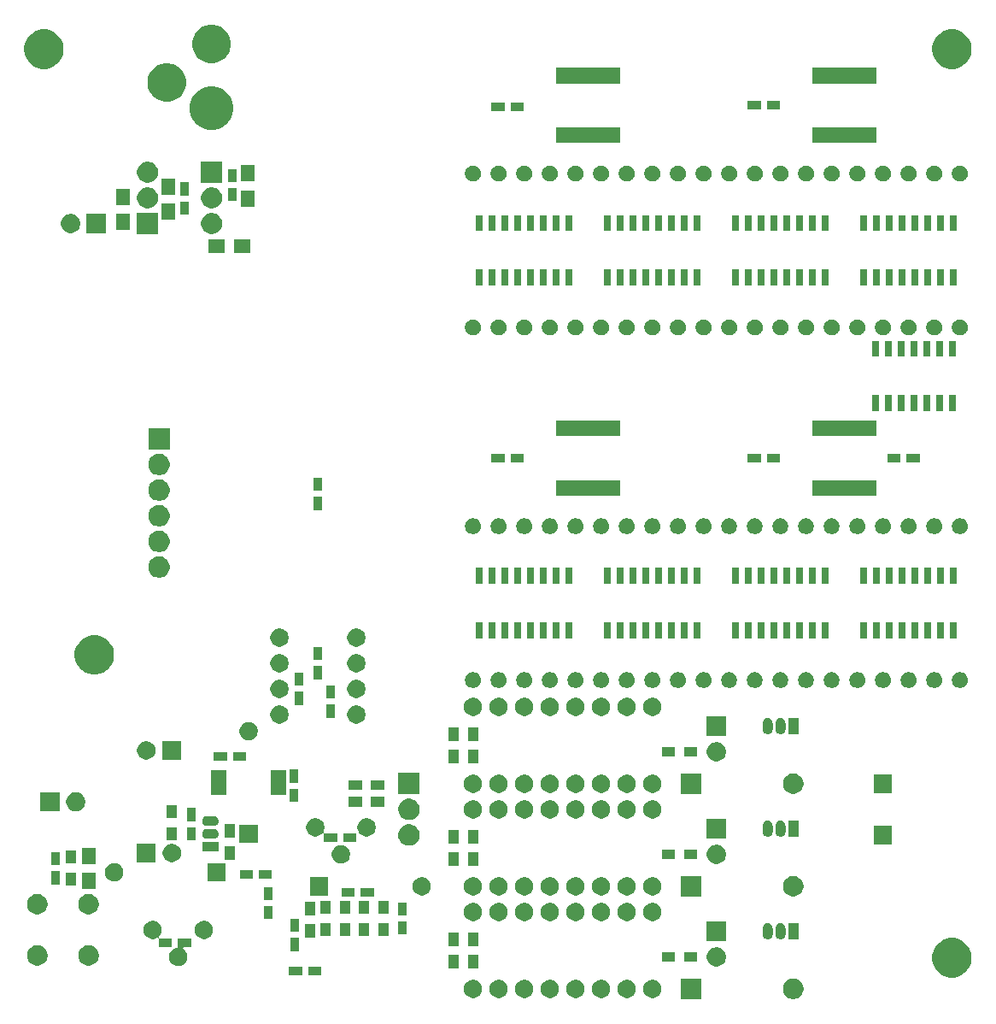
<source format=gbr>
G04 #@! TF.GenerationSoftware,KiCad,Pcbnew,(5.0.2)-1*
G04 #@! TF.CreationDate,2019-06-05T14:49:38+08:00*
G04 #@! TF.ProjectId,Peak Voltage Detector Version2,5065616b-2056-46f6-9c74-616765204465,rev?*
G04 #@! TF.SameCoordinates,Original*
G04 #@! TF.FileFunction,Soldermask,Bot*
G04 #@! TF.FilePolarity,Negative*
%FSLAX46Y46*%
G04 Gerber Fmt 4.6, Leading zero omitted, Abs format (unit mm)*
G04 Created by KiCad (PCBNEW (5.0.2)-1) date 06/05/19 14:49:38*
%MOMM*%
%LPD*%
G01*
G04 APERTURE LIST*
%ADD10C,0.100000*%
G04 APERTURE END LIST*
D10*
G36*
X232068794Y-147114315D02*
X232252421Y-147190376D01*
X232381245Y-147276454D01*
X232417683Y-147300801D01*
X232558219Y-147441337D01*
X232668645Y-147606601D01*
X232744705Y-147790226D01*
X232783480Y-147985161D01*
X232783480Y-148183919D01*
X232744705Y-148378854D01*
X232668645Y-148562479D01*
X232558219Y-148727743D01*
X232417683Y-148868279D01*
X232417680Y-148868281D01*
X232252421Y-148978704D01*
X232252420Y-148978705D01*
X232252419Y-148978705D01*
X232068794Y-149054765D01*
X231873859Y-149093540D01*
X231675101Y-149093540D01*
X231480166Y-149054765D01*
X231296541Y-148978705D01*
X231296540Y-148978705D01*
X231296539Y-148978704D01*
X231131280Y-148868281D01*
X231131277Y-148868279D01*
X230990741Y-148727743D01*
X230880315Y-148562479D01*
X230804255Y-148378854D01*
X230765480Y-148183919D01*
X230765480Y-147985161D01*
X230804255Y-147790226D01*
X230880315Y-147606601D01*
X230990741Y-147441337D01*
X231131277Y-147300801D01*
X231167715Y-147276454D01*
X231296539Y-147190376D01*
X231480166Y-147114315D01*
X231675101Y-147075540D01*
X231873859Y-147075540D01*
X232068794Y-147114315D01*
X232068794Y-147114315D01*
G37*
G36*
X222624000Y-149091000D02*
X220606000Y-149091000D01*
X220606000Y-147073000D01*
X222624000Y-147073000D01*
X222624000Y-149091000D01*
X222624000Y-149091000D01*
G37*
G36*
X218070145Y-147207932D02*
X218235572Y-147276454D01*
X218384457Y-147375936D01*
X218511064Y-147502543D01*
X218610546Y-147651428D01*
X218679068Y-147816855D01*
X218714000Y-147992470D01*
X218714000Y-148171530D01*
X218679068Y-148347145D01*
X218610546Y-148512572D01*
X218511064Y-148661457D01*
X218384457Y-148788064D01*
X218235572Y-148887546D01*
X218070145Y-148956068D01*
X217894530Y-148991000D01*
X217715470Y-148991000D01*
X217539855Y-148956068D01*
X217374428Y-148887546D01*
X217225543Y-148788064D01*
X217098936Y-148661457D01*
X216999454Y-148512572D01*
X216930932Y-148347145D01*
X216896000Y-148171530D01*
X216896000Y-147992470D01*
X216930932Y-147816855D01*
X216999454Y-147651428D01*
X217098936Y-147502543D01*
X217225543Y-147375936D01*
X217374428Y-147276454D01*
X217539855Y-147207932D01*
X217715470Y-147173000D01*
X217894530Y-147173000D01*
X218070145Y-147207932D01*
X218070145Y-147207932D01*
G37*
G36*
X210450145Y-147207932D02*
X210615572Y-147276454D01*
X210764457Y-147375936D01*
X210891064Y-147502543D01*
X210990546Y-147651428D01*
X211059068Y-147816855D01*
X211094000Y-147992470D01*
X211094000Y-148171530D01*
X211059068Y-148347145D01*
X210990546Y-148512572D01*
X210891064Y-148661457D01*
X210764457Y-148788064D01*
X210615572Y-148887546D01*
X210450145Y-148956068D01*
X210274530Y-148991000D01*
X210095470Y-148991000D01*
X209919855Y-148956068D01*
X209754428Y-148887546D01*
X209605543Y-148788064D01*
X209478936Y-148661457D01*
X209379454Y-148512572D01*
X209310932Y-148347145D01*
X209276000Y-148171530D01*
X209276000Y-147992470D01*
X209310932Y-147816855D01*
X209379454Y-147651428D01*
X209478936Y-147502543D01*
X209605543Y-147375936D01*
X209754428Y-147276454D01*
X209919855Y-147207932D01*
X210095470Y-147173000D01*
X210274530Y-147173000D01*
X210450145Y-147207932D01*
X210450145Y-147207932D01*
G37*
G36*
X200290145Y-147207932D02*
X200455572Y-147276454D01*
X200604457Y-147375936D01*
X200731064Y-147502543D01*
X200830546Y-147651428D01*
X200899068Y-147816855D01*
X200934000Y-147992470D01*
X200934000Y-148171530D01*
X200899068Y-148347145D01*
X200830546Y-148512572D01*
X200731064Y-148661457D01*
X200604457Y-148788064D01*
X200455572Y-148887546D01*
X200290145Y-148956068D01*
X200114530Y-148991000D01*
X199935470Y-148991000D01*
X199759855Y-148956068D01*
X199594428Y-148887546D01*
X199445543Y-148788064D01*
X199318936Y-148661457D01*
X199219454Y-148512572D01*
X199150932Y-148347145D01*
X199116000Y-148171530D01*
X199116000Y-147992470D01*
X199150932Y-147816855D01*
X199219454Y-147651428D01*
X199318936Y-147502543D01*
X199445543Y-147375936D01*
X199594428Y-147276454D01*
X199759855Y-147207932D01*
X199935470Y-147173000D01*
X200114530Y-147173000D01*
X200290145Y-147207932D01*
X200290145Y-147207932D01*
G37*
G36*
X202830145Y-147207932D02*
X202995572Y-147276454D01*
X203144457Y-147375936D01*
X203271064Y-147502543D01*
X203370546Y-147651428D01*
X203439068Y-147816855D01*
X203474000Y-147992470D01*
X203474000Y-148171530D01*
X203439068Y-148347145D01*
X203370546Y-148512572D01*
X203271064Y-148661457D01*
X203144457Y-148788064D01*
X202995572Y-148887546D01*
X202830145Y-148956068D01*
X202654530Y-148991000D01*
X202475470Y-148991000D01*
X202299855Y-148956068D01*
X202134428Y-148887546D01*
X201985543Y-148788064D01*
X201858936Y-148661457D01*
X201759454Y-148512572D01*
X201690932Y-148347145D01*
X201656000Y-148171530D01*
X201656000Y-147992470D01*
X201690932Y-147816855D01*
X201759454Y-147651428D01*
X201858936Y-147502543D01*
X201985543Y-147375936D01*
X202134428Y-147276454D01*
X202299855Y-147207932D01*
X202475470Y-147173000D01*
X202654530Y-147173000D01*
X202830145Y-147207932D01*
X202830145Y-147207932D01*
G37*
G36*
X205370145Y-147207932D02*
X205535572Y-147276454D01*
X205684457Y-147375936D01*
X205811064Y-147502543D01*
X205910546Y-147651428D01*
X205979068Y-147816855D01*
X206014000Y-147992470D01*
X206014000Y-148171530D01*
X205979068Y-148347145D01*
X205910546Y-148512572D01*
X205811064Y-148661457D01*
X205684457Y-148788064D01*
X205535572Y-148887546D01*
X205370145Y-148956068D01*
X205194530Y-148991000D01*
X205015470Y-148991000D01*
X204839855Y-148956068D01*
X204674428Y-148887546D01*
X204525543Y-148788064D01*
X204398936Y-148661457D01*
X204299454Y-148512572D01*
X204230932Y-148347145D01*
X204196000Y-148171530D01*
X204196000Y-147992470D01*
X204230932Y-147816855D01*
X204299454Y-147651428D01*
X204398936Y-147502543D01*
X204525543Y-147375936D01*
X204674428Y-147276454D01*
X204839855Y-147207932D01*
X205015470Y-147173000D01*
X205194530Y-147173000D01*
X205370145Y-147207932D01*
X205370145Y-147207932D01*
G37*
G36*
X212990145Y-147207932D02*
X213155572Y-147276454D01*
X213304457Y-147375936D01*
X213431064Y-147502543D01*
X213530546Y-147651428D01*
X213599068Y-147816855D01*
X213634000Y-147992470D01*
X213634000Y-148171530D01*
X213599068Y-148347145D01*
X213530546Y-148512572D01*
X213431064Y-148661457D01*
X213304457Y-148788064D01*
X213155572Y-148887546D01*
X212990145Y-148956068D01*
X212814530Y-148991000D01*
X212635470Y-148991000D01*
X212459855Y-148956068D01*
X212294428Y-148887546D01*
X212145543Y-148788064D01*
X212018936Y-148661457D01*
X211919454Y-148512572D01*
X211850932Y-148347145D01*
X211816000Y-148171530D01*
X211816000Y-147992470D01*
X211850932Y-147816855D01*
X211919454Y-147651428D01*
X212018936Y-147502543D01*
X212145543Y-147375936D01*
X212294428Y-147276454D01*
X212459855Y-147207932D01*
X212635470Y-147173000D01*
X212814530Y-147173000D01*
X212990145Y-147207932D01*
X212990145Y-147207932D01*
G37*
G36*
X207910145Y-147207932D02*
X208075572Y-147276454D01*
X208224457Y-147375936D01*
X208351064Y-147502543D01*
X208450546Y-147651428D01*
X208519068Y-147816855D01*
X208554000Y-147992470D01*
X208554000Y-148171530D01*
X208519068Y-148347145D01*
X208450546Y-148512572D01*
X208351064Y-148661457D01*
X208224457Y-148788064D01*
X208075572Y-148887546D01*
X207910145Y-148956068D01*
X207734530Y-148991000D01*
X207555470Y-148991000D01*
X207379855Y-148956068D01*
X207214428Y-148887546D01*
X207065543Y-148788064D01*
X206938936Y-148661457D01*
X206839454Y-148512572D01*
X206770932Y-148347145D01*
X206736000Y-148171530D01*
X206736000Y-147992470D01*
X206770932Y-147816855D01*
X206839454Y-147651428D01*
X206938936Y-147502543D01*
X207065543Y-147375936D01*
X207214428Y-147276454D01*
X207379855Y-147207932D01*
X207555470Y-147173000D01*
X207734530Y-147173000D01*
X207910145Y-147207932D01*
X207910145Y-147207932D01*
G37*
G36*
X215530145Y-147207932D02*
X215695572Y-147276454D01*
X215844457Y-147375936D01*
X215971064Y-147502543D01*
X216070546Y-147651428D01*
X216139068Y-147816855D01*
X216174000Y-147992470D01*
X216174000Y-148171530D01*
X216139068Y-148347145D01*
X216070546Y-148512572D01*
X215971064Y-148661457D01*
X215844457Y-148788064D01*
X215695572Y-148887546D01*
X215530145Y-148956068D01*
X215354530Y-148991000D01*
X215175470Y-148991000D01*
X214999855Y-148956068D01*
X214834428Y-148887546D01*
X214685543Y-148788064D01*
X214558936Y-148661457D01*
X214459454Y-148512572D01*
X214390932Y-148347145D01*
X214356000Y-148171530D01*
X214356000Y-147992470D01*
X214390932Y-147816855D01*
X214459454Y-147651428D01*
X214558936Y-147502543D01*
X214685543Y-147375936D01*
X214834428Y-147276454D01*
X214999855Y-147207932D01*
X215175470Y-147173000D01*
X215354530Y-147173000D01*
X215530145Y-147207932D01*
X215530145Y-147207932D01*
G37*
G36*
X248069083Y-143123975D02*
X248069085Y-143123976D01*
X248069086Y-143123976D01*
X248424145Y-143271046D01*
X248739385Y-143481683D01*
X248743693Y-143484561D01*
X249015439Y-143756307D01*
X249015441Y-143756310D01*
X249228954Y-144075855D01*
X249342094Y-144349000D01*
X249376025Y-144430917D01*
X249451000Y-144807842D01*
X249451000Y-145192158D01*
X249377088Y-145563741D01*
X249376024Y-145569086D01*
X249228954Y-145924145D01*
X249228953Y-145924146D01*
X249015439Y-146243693D01*
X248743693Y-146515439D01*
X248743690Y-146515441D01*
X248424145Y-146728954D01*
X248069086Y-146876024D01*
X248069085Y-146876024D01*
X248069083Y-146876025D01*
X247692158Y-146951000D01*
X247307842Y-146951000D01*
X246930917Y-146876025D01*
X246930915Y-146876024D01*
X246930914Y-146876024D01*
X246575855Y-146728954D01*
X246256310Y-146515441D01*
X246256307Y-146515439D01*
X245984561Y-146243693D01*
X245771047Y-145924146D01*
X245771046Y-145924145D01*
X245623976Y-145569086D01*
X245622913Y-145563741D01*
X245549000Y-145192158D01*
X245549000Y-144807842D01*
X245623975Y-144430917D01*
X245657906Y-144349000D01*
X245771046Y-144075855D01*
X245984559Y-143756310D01*
X245984561Y-143756307D01*
X246256307Y-143484561D01*
X246260615Y-143481683D01*
X246575855Y-143271046D01*
X246930914Y-143123976D01*
X246930915Y-143123976D01*
X246930917Y-143123975D01*
X247307842Y-143049000D01*
X247692158Y-143049000D01*
X248069083Y-143123975D01*
X248069083Y-143123975D01*
G37*
G36*
X183089000Y-146730000D02*
X181787000Y-146730000D01*
X181787000Y-145878000D01*
X183089000Y-145878000D01*
X183089000Y-146730000D01*
X183089000Y-146730000D01*
G37*
G36*
X184989000Y-146730000D02*
X183687000Y-146730000D01*
X183687000Y-145878000D01*
X184989000Y-145878000D01*
X184989000Y-146730000D01*
X184989000Y-146730000D01*
G37*
G36*
X198621000Y-146023000D02*
X197619000Y-146023000D01*
X197619000Y-144721000D01*
X198621000Y-144721000D01*
X198621000Y-146023000D01*
X198621000Y-146023000D01*
G37*
G36*
X200526000Y-146023000D02*
X199524000Y-146023000D01*
X199524000Y-144721000D01*
X200526000Y-144721000D01*
X200526000Y-146023000D01*
X200526000Y-146023000D01*
G37*
G36*
X224432396Y-143992546D02*
X224605466Y-144064234D01*
X224761230Y-144168312D01*
X224893688Y-144300770D01*
X224997766Y-144456534D01*
X225069454Y-144629604D01*
X225106000Y-144813333D01*
X225106000Y-145000667D01*
X225069454Y-145184396D01*
X224997766Y-145357466D01*
X224893688Y-145513230D01*
X224761230Y-145645688D01*
X224605466Y-145749766D01*
X224432396Y-145821454D01*
X224248667Y-145858000D01*
X224061333Y-145858000D01*
X223877604Y-145821454D01*
X223704534Y-145749766D01*
X223548770Y-145645688D01*
X223416312Y-145513230D01*
X223312234Y-145357466D01*
X223240546Y-145184396D01*
X223204000Y-145000667D01*
X223204000Y-144813333D01*
X223240546Y-144629604D01*
X223312234Y-144456534D01*
X223416312Y-144300770D01*
X223548770Y-144168312D01*
X223704534Y-144064234D01*
X223877604Y-143992546D01*
X224061333Y-143956000D01*
X224248667Y-143956000D01*
X224432396Y-143992546D01*
X224432396Y-143992546D01*
G37*
G36*
X172101000Y-143936000D02*
X171410023Y-143936000D01*
X171385637Y-143938402D01*
X171362188Y-143945515D01*
X171340577Y-143957066D01*
X171321635Y-143972612D01*
X171306089Y-143991554D01*
X171294538Y-144013165D01*
X171287425Y-144036614D01*
X171285023Y-144061000D01*
X171287425Y-144085386D01*
X171294538Y-144108835D01*
X171306089Y-144130446D01*
X171321635Y-144149388D01*
X171340576Y-144164933D01*
X171394455Y-144200934D01*
X171521064Y-144327543D01*
X171620546Y-144476428D01*
X171689068Y-144641855D01*
X171724000Y-144817470D01*
X171724000Y-144996530D01*
X171689068Y-145172145D01*
X171620546Y-145337572D01*
X171521064Y-145486457D01*
X171394457Y-145613064D01*
X171245572Y-145712546D01*
X171080145Y-145781068D01*
X170904530Y-145816000D01*
X170725470Y-145816000D01*
X170549855Y-145781068D01*
X170384428Y-145712546D01*
X170235543Y-145613064D01*
X170108936Y-145486457D01*
X170009454Y-145337572D01*
X169940932Y-145172145D01*
X169906000Y-144996530D01*
X169906000Y-144817470D01*
X169940932Y-144641855D01*
X170009454Y-144476428D01*
X170108936Y-144327543D01*
X170235545Y-144200934D01*
X170289424Y-144164933D01*
X170308366Y-144149388D01*
X170323911Y-144130446D01*
X170332308Y-144114736D01*
X170350386Y-144112955D01*
X170373836Y-144105842D01*
X170549857Y-144032932D01*
X170698386Y-144003387D01*
X170721836Y-143996274D01*
X170743446Y-143984723D01*
X170762388Y-143969177D01*
X170777934Y-143950235D01*
X170789485Y-143928624D01*
X170796598Y-143905175D01*
X170799000Y-143880789D01*
X170799000Y-143084000D01*
X172101000Y-143084000D01*
X172101000Y-143936000D01*
X172101000Y-143936000D01*
G37*
G36*
X157139314Y-143809775D02*
X157310757Y-143880789D01*
X157322941Y-143885836D01*
X157427948Y-143956000D01*
X157488203Y-143996261D01*
X157628739Y-144136797D01*
X157628741Y-144136800D01*
X157738305Y-144300773D01*
X157739165Y-144302061D01*
X157815225Y-144485686D01*
X157854000Y-144680621D01*
X157854000Y-144879379D01*
X157815225Y-145074314D01*
X157769628Y-145184396D01*
X157739164Y-145257941D01*
X157638897Y-145408000D01*
X157628739Y-145423203D01*
X157488203Y-145563739D01*
X157488200Y-145563741D01*
X157322941Y-145674164D01*
X157322940Y-145674165D01*
X157322939Y-145674165D01*
X157139314Y-145750225D01*
X156944379Y-145789000D01*
X156745621Y-145789000D01*
X156550686Y-145750225D01*
X156367061Y-145674165D01*
X156367060Y-145674165D01*
X156367059Y-145674164D01*
X156201800Y-145563741D01*
X156201797Y-145563739D01*
X156061261Y-145423203D01*
X156051103Y-145408000D01*
X155950836Y-145257941D01*
X155920373Y-145184396D01*
X155874775Y-145074314D01*
X155836000Y-144879379D01*
X155836000Y-144680621D01*
X155874775Y-144485686D01*
X155950835Y-144302061D01*
X155951696Y-144300773D01*
X156061259Y-144136800D01*
X156061261Y-144136797D01*
X156201797Y-143996261D01*
X156262052Y-143956000D01*
X156367059Y-143885836D01*
X156379244Y-143880789D01*
X156550686Y-143809775D01*
X156745621Y-143771000D01*
X156944379Y-143771000D01*
X157139314Y-143809775D01*
X157139314Y-143809775D01*
G37*
G36*
X162219314Y-143809775D02*
X162390757Y-143880789D01*
X162402941Y-143885836D01*
X162507948Y-143956000D01*
X162568203Y-143996261D01*
X162708739Y-144136797D01*
X162708741Y-144136800D01*
X162818305Y-144300773D01*
X162819165Y-144302061D01*
X162895225Y-144485686D01*
X162934000Y-144680621D01*
X162934000Y-144879379D01*
X162895225Y-145074314D01*
X162849628Y-145184396D01*
X162819164Y-145257941D01*
X162718897Y-145408000D01*
X162708739Y-145423203D01*
X162568203Y-145563739D01*
X162568200Y-145563741D01*
X162402941Y-145674164D01*
X162402940Y-145674165D01*
X162402939Y-145674165D01*
X162219314Y-145750225D01*
X162024379Y-145789000D01*
X161825621Y-145789000D01*
X161630686Y-145750225D01*
X161447061Y-145674165D01*
X161447060Y-145674165D01*
X161447059Y-145674164D01*
X161281800Y-145563741D01*
X161281797Y-145563739D01*
X161141261Y-145423203D01*
X161131103Y-145408000D01*
X161030836Y-145257941D01*
X161000373Y-145184396D01*
X160954775Y-145074314D01*
X160916000Y-144879379D01*
X160916000Y-144680621D01*
X160954775Y-144485686D01*
X161030835Y-144302061D01*
X161031696Y-144300773D01*
X161141259Y-144136800D01*
X161141261Y-144136797D01*
X161281797Y-143996261D01*
X161342052Y-143956000D01*
X161447059Y-143885836D01*
X161459244Y-143880789D01*
X161630686Y-143809775D01*
X161825621Y-143771000D01*
X162024379Y-143771000D01*
X162219314Y-143809775D01*
X162219314Y-143809775D01*
G37*
G36*
X222266000Y-145408000D02*
X220964000Y-145408000D01*
X220964000Y-144406000D01*
X222266000Y-144406000D01*
X222266000Y-145408000D01*
X222266000Y-145408000D01*
G37*
G36*
X220066000Y-145408000D02*
X218764000Y-145408000D01*
X218764000Y-144406000D01*
X220066000Y-144406000D01*
X220066000Y-145408000D01*
X220066000Y-145408000D01*
G37*
G36*
X182798000Y-144349000D02*
X181946000Y-144349000D01*
X181946000Y-143047000D01*
X182798000Y-143047000D01*
X182798000Y-144349000D01*
X182798000Y-144349000D01*
G37*
G36*
X168540145Y-141365932D02*
X168705572Y-141434454D01*
X168854457Y-141533936D01*
X168981064Y-141660543D01*
X169080546Y-141809428D01*
X169149068Y-141974855D01*
X169184000Y-142150470D01*
X169184000Y-142329530D01*
X169149068Y-142505145D01*
X169080546Y-142670572D01*
X168981064Y-142819457D01*
X168929909Y-142870612D01*
X168914363Y-142889554D01*
X168902812Y-142911165D01*
X168895699Y-142934614D01*
X168893297Y-142959000D01*
X168895699Y-142983386D01*
X168902812Y-143006835D01*
X168914363Y-143028446D01*
X168929909Y-143047388D01*
X168948851Y-143062934D01*
X168970462Y-143074485D01*
X168993911Y-143081598D01*
X169018297Y-143084000D01*
X170201000Y-143084000D01*
X170201000Y-143936000D01*
X168899000Y-143936000D01*
X168899000Y-143150160D01*
X168896598Y-143125774D01*
X168889485Y-143102325D01*
X168877934Y-143080714D01*
X168862388Y-143061772D01*
X168843446Y-143046226D01*
X168821835Y-143034675D01*
X168798386Y-143027562D01*
X168774000Y-143025160D01*
X168749614Y-143027562D01*
X168726165Y-143034675D01*
X168706704Y-143045077D01*
X168540145Y-143114068D01*
X168364530Y-143149000D01*
X168185470Y-143149000D01*
X168009855Y-143114068D01*
X167844428Y-143045546D01*
X167695543Y-142946064D01*
X167568936Y-142819457D01*
X167469454Y-142670572D01*
X167400932Y-142505145D01*
X167366000Y-142329530D01*
X167366000Y-142150470D01*
X167400932Y-141974855D01*
X167469454Y-141809428D01*
X167568936Y-141660543D01*
X167695543Y-141533936D01*
X167844428Y-141434454D01*
X168009855Y-141365932D01*
X168185470Y-141331000D01*
X168364530Y-141331000D01*
X168540145Y-141365932D01*
X168540145Y-141365932D01*
G37*
G36*
X200526000Y-143823000D02*
X199524000Y-143823000D01*
X199524000Y-142521000D01*
X200526000Y-142521000D01*
X200526000Y-143823000D01*
X200526000Y-143823000D01*
G37*
G36*
X198621000Y-143823000D02*
X197619000Y-143823000D01*
X197619000Y-142521000D01*
X198621000Y-142521000D01*
X198621000Y-143823000D01*
X198621000Y-143823000D01*
G37*
G36*
X225106000Y-143318000D02*
X223204000Y-143318000D01*
X223204000Y-141416000D01*
X225106000Y-141416000D01*
X225106000Y-143318000D01*
X225106000Y-143318000D01*
G37*
G36*
X230603212Y-141573249D02*
X230697651Y-141601897D01*
X230784687Y-141648418D01*
X230860975Y-141711025D01*
X230923582Y-141787313D01*
X230970103Y-141874348D01*
X230998751Y-141968787D01*
X231006000Y-142042388D01*
X231006000Y-142691612D01*
X230998751Y-142765213D01*
X230970103Y-142859652D01*
X230923582Y-142946687D01*
X230860975Y-143022975D01*
X230784687Y-143085582D01*
X230697652Y-143132103D01*
X230603213Y-143160751D01*
X230505000Y-143170424D01*
X230406788Y-143160751D01*
X230312349Y-143132103D01*
X230225314Y-143085582D01*
X230149026Y-143022975D01*
X230086419Y-142946687D01*
X230045756Y-142870612D01*
X230039898Y-142859653D01*
X230027704Y-142819454D01*
X230011250Y-142765213D01*
X230004001Y-142691612D01*
X230004000Y-142691602D01*
X230004000Y-142042389D01*
X230011249Y-141968788D01*
X230039897Y-141874349D01*
X230086418Y-141787313D01*
X230149025Y-141711025D01*
X230225313Y-141648418D01*
X230312348Y-141601897D01*
X230406787Y-141573249D01*
X230505000Y-141563576D01*
X230603212Y-141573249D01*
X230603212Y-141573249D01*
G37*
G36*
X229333212Y-141573249D02*
X229427651Y-141601897D01*
X229514687Y-141648418D01*
X229590975Y-141711025D01*
X229653582Y-141787313D01*
X229700103Y-141874348D01*
X229728751Y-141968787D01*
X229736000Y-142042388D01*
X229736000Y-142691612D01*
X229728751Y-142765213D01*
X229700103Y-142859652D01*
X229653582Y-142946687D01*
X229590975Y-143022975D01*
X229514687Y-143085582D01*
X229427652Y-143132103D01*
X229333213Y-143160751D01*
X229235000Y-143170424D01*
X229136788Y-143160751D01*
X229042349Y-143132103D01*
X228955314Y-143085582D01*
X228879026Y-143022975D01*
X228816419Y-142946687D01*
X228775756Y-142870612D01*
X228769898Y-142859653D01*
X228757704Y-142819454D01*
X228741250Y-142765213D01*
X228734001Y-142691612D01*
X228734000Y-142691602D01*
X228734000Y-142042389D01*
X228741249Y-141968788D01*
X228769897Y-141874349D01*
X228816418Y-141787313D01*
X228879025Y-141711025D01*
X228955313Y-141648418D01*
X229042348Y-141601897D01*
X229136787Y-141573249D01*
X229235000Y-141563576D01*
X229333212Y-141573249D01*
X229333212Y-141573249D01*
G37*
G36*
X232276000Y-143168000D02*
X231274000Y-143168000D01*
X231274000Y-141566000D01*
X232276000Y-141566000D01*
X232276000Y-143168000D01*
X232276000Y-143168000D01*
G37*
G36*
X173620145Y-141365932D02*
X173785572Y-141434454D01*
X173934457Y-141533936D01*
X174061064Y-141660543D01*
X174160546Y-141809428D01*
X174229068Y-141974855D01*
X174264000Y-142150470D01*
X174264000Y-142329530D01*
X174229068Y-142505145D01*
X174160546Y-142670572D01*
X174061064Y-142819457D01*
X173934457Y-142946064D01*
X173785572Y-143045546D01*
X173620145Y-143114068D01*
X173444530Y-143149000D01*
X173265470Y-143149000D01*
X173089855Y-143114068D01*
X172924428Y-143045546D01*
X172775543Y-142946064D01*
X172648936Y-142819457D01*
X172549454Y-142670572D01*
X172480932Y-142505145D01*
X172446000Y-142329530D01*
X172446000Y-142150470D01*
X172480932Y-141974855D01*
X172549454Y-141809428D01*
X172648936Y-141660543D01*
X172775543Y-141533936D01*
X172924428Y-141434454D01*
X173089855Y-141365932D01*
X173265470Y-141331000D01*
X173444530Y-141331000D01*
X173620145Y-141365932D01*
X173620145Y-141365932D01*
G37*
G36*
X184397000Y-142975000D02*
X183395000Y-142975000D01*
X183395000Y-141673000D01*
X184397000Y-141673000D01*
X184397000Y-142975000D01*
X184397000Y-142975000D01*
G37*
G36*
X191636000Y-142848000D02*
X190634000Y-142848000D01*
X190634000Y-141546000D01*
X191636000Y-141546000D01*
X191636000Y-142848000D01*
X191636000Y-142848000D01*
G37*
G36*
X187826000Y-142848000D02*
X186824000Y-142848000D01*
X186824000Y-141546000D01*
X187826000Y-141546000D01*
X187826000Y-142848000D01*
X187826000Y-142848000D01*
G37*
G36*
X189731000Y-142848000D02*
X188729000Y-142848000D01*
X188729000Y-141546000D01*
X189731000Y-141546000D01*
X189731000Y-142848000D01*
X189731000Y-142848000D01*
G37*
G36*
X185921000Y-142848000D02*
X184919000Y-142848000D01*
X184919000Y-141546000D01*
X185921000Y-141546000D01*
X185921000Y-142848000D01*
X185921000Y-142848000D01*
G37*
G36*
X193466000Y-142698000D02*
X192614000Y-142698000D01*
X192614000Y-141396000D01*
X193466000Y-141396000D01*
X193466000Y-142698000D01*
X193466000Y-142698000D01*
G37*
G36*
X182798000Y-142449000D02*
X181946000Y-142449000D01*
X181946000Y-141147000D01*
X182798000Y-141147000D01*
X182798000Y-142449000D01*
X182798000Y-142449000D01*
G37*
G36*
X218070145Y-139587932D02*
X218235572Y-139656454D01*
X218384457Y-139755936D01*
X218511064Y-139882543D01*
X218610546Y-140031428D01*
X218679068Y-140196855D01*
X218714000Y-140372470D01*
X218714000Y-140551530D01*
X218679068Y-140727145D01*
X218610546Y-140892572D01*
X218511064Y-141041457D01*
X218384457Y-141168064D01*
X218235572Y-141267546D01*
X218070145Y-141336068D01*
X217894530Y-141371000D01*
X217715470Y-141371000D01*
X217539855Y-141336068D01*
X217374428Y-141267546D01*
X217225543Y-141168064D01*
X217098936Y-141041457D01*
X216999454Y-140892572D01*
X216930932Y-140727145D01*
X216896000Y-140551530D01*
X216896000Y-140372470D01*
X216930932Y-140196855D01*
X216999454Y-140031428D01*
X217098936Y-139882543D01*
X217225543Y-139755936D01*
X217374428Y-139656454D01*
X217539855Y-139587932D01*
X217715470Y-139553000D01*
X217894530Y-139553000D01*
X218070145Y-139587932D01*
X218070145Y-139587932D01*
G37*
G36*
X215530145Y-139587932D02*
X215695572Y-139656454D01*
X215844457Y-139755936D01*
X215971064Y-139882543D01*
X216070546Y-140031428D01*
X216139068Y-140196855D01*
X216174000Y-140372470D01*
X216174000Y-140551530D01*
X216139068Y-140727145D01*
X216070546Y-140892572D01*
X215971064Y-141041457D01*
X215844457Y-141168064D01*
X215695572Y-141267546D01*
X215530145Y-141336068D01*
X215354530Y-141371000D01*
X215175470Y-141371000D01*
X214999855Y-141336068D01*
X214834428Y-141267546D01*
X214685543Y-141168064D01*
X214558936Y-141041457D01*
X214459454Y-140892572D01*
X214390932Y-140727145D01*
X214356000Y-140551530D01*
X214356000Y-140372470D01*
X214390932Y-140196855D01*
X214459454Y-140031428D01*
X214558936Y-139882543D01*
X214685543Y-139755936D01*
X214834428Y-139656454D01*
X214999855Y-139587932D01*
X215175470Y-139553000D01*
X215354530Y-139553000D01*
X215530145Y-139587932D01*
X215530145Y-139587932D01*
G37*
G36*
X212990145Y-139587932D02*
X213155572Y-139656454D01*
X213304457Y-139755936D01*
X213431064Y-139882543D01*
X213530546Y-140031428D01*
X213599068Y-140196855D01*
X213634000Y-140372470D01*
X213634000Y-140551530D01*
X213599068Y-140727145D01*
X213530546Y-140892572D01*
X213431064Y-141041457D01*
X213304457Y-141168064D01*
X213155572Y-141267546D01*
X212990145Y-141336068D01*
X212814530Y-141371000D01*
X212635470Y-141371000D01*
X212459855Y-141336068D01*
X212294428Y-141267546D01*
X212145543Y-141168064D01*
X212018936Y-141041457D01*
X211919454Y-140892572D01*
X211850932Y-140727145D01*
X211816000Y-140551530D01*
X211816000Y-140372470D01*
X211850932Y-140196855D01*
X211919454Y-140031428D01*
X212018936Y-139882543D01*
X212145543Y-139755936D01*
X212294428Y-139656454D01*
X212459855Y-139587932D01*
X212635470Y-139553000D01*
X212814530Y-139553000D01*
X212990145Y-139587932D01*
X212990145Y-139587932D01*
G37*
G36*
X210450145Y-139587932D02*
X210615572Y-139656454D01*
X210764457Y-139755936D01*
X210891064Y-139882543D01*
X210990546Y-140031428D01*
X211059068Y-140196855D01*
X211094000Y-140372470D01*
X211094000Y-140551530D01*
X211059068Y-140727145D01*
X210990546Y-140892572D01*
X210891064Y-141041457D01*
X210764457Y-141168064D01*
X210615572Y-141267546D01*
X210450145Y-141336068D01*
X210274530Y-141371000D01*
X210095470Y-141371000D01*
X209919855Y-141336068D01*
X209754428Y-141267546D01*
X209605543Y-141168064D01*
X209478936Y-141041457D01*
X209379454Y-140892572D01*
X209310932Y-140727145D01*
X209276000Y-140551530D01*
X209276000Y-140372470D01*
X209310932Y-140196855D01*
X209379454Y-140031428D01*
X209478936Y-139882543D01*
X209605543Y-139755936D01*
X209754428Y-139656454D01*
X209919855Y-139587932D01*
X210095470Y-139553000D01*
X210274530Y-139553000D01*
X210450145Y-139587932D01*
X210450145Y-139587932D01*
G37*
G36*
X207910145Y-139587932D02*
X208075572Y-139656454D01*
X208224457Y-139755936D01*
X208351064Y-139882543D01*
X208450546Y-140031428D01*
X208519068Y-140196855D01*
X208554000Y-140372470D01*
X208554000Y-140551530D01*
X208519068Y-140727145D01*
X208450546Y-140892572D01*
X208351064Y-141041457D01*
X208224457Y-141168064D01*
X208075572Y-141267546D01*
X207910145Y-141336068D01*
X207734530Y-141371000D01*
X207555470Y-141371000D01*
X207379855Y-141336068D01*
X207214428Y-141267546D01*
X207065543Y-141168064D01*
X206938936Y-141041457D01*
X206839454Y-140892572D01*
X206770932Y-140727145D01*
X206736000Y-140551530D01*
X206736000Y-140372470D01*
X206770932Y-140196855D01*
X206839454Y-140031428D01*
X206938936Y-139882543D01*
X207065543Y-139755936D01*
X207214428Y-139656454D01*
X207379855Y-139587932D01*
X207555470Y-139553000D01*
X207734530Y-139553000D01*
X207910145Y-139587932D01*
X207910145Y-139587932D01*
G37*
G36*
X200290145Y-139587932D02*
X200455572Y-139656454D01*
X200604457Y-139755936D01*
X200731064Y-139882543D01*
X200830546Y-140031428D01*
X200899068Y-140196855D01*
X200934000Y-140372470D01*
X200934000Y-140551530D01*
X200899068Y-140727145D01*
X200830546Y-140892572D01*
X200731064Y-141041457D01*
X200604457Y-141168064D01*
X200455572Y-141267546D01*
X200290145Y-141336068D01*
X200114530Y-141371000D01*
X199935470Y-141371000D01*
X199759855Y-141336068D01*
X199594428Y-141267546D01*
X199445543Y-141168064D01*
X199318936Y-141041457D01*
X199219454Y-140892572D01*
X199150932Y-140727145D01*
X199116000Y-140551530D01*
X199116000Y-140372470D01*
X199150932Y-140196855D01*
X199219454Y-140031428D01*
X199318936Y-139882543D01*
X199445543Y-139755936D01*
X199594428Y-139656454D01*
X199759855Y-139587932D01*
X199935470Y-139553000D01*
X200114530Y-139553000D01*
X200290145Y-139587932D01*
X200290145Y-139587932D01*
G37*
G36*
X202830145Y-139587932D02*
X202995572Y-139656454D01*
X203144457Y-139755936D01*
X203271064Y-139882543D01*
X203370546Y-140031428D01*
X203439068Y-140196855D01*
X203474000Y-140372470D01*
X203474000Y-140551530D01*
X203439068Y-140727145D01*
X203370546Y-140892572D01*
X203271064Y-141041457D01*
X203144457Y-141168064D01*
X202995572Y-141267546D01*
X202830145Y-141336068D01*
X202654530Y-141371000D01*
X202475470Y-141371000D01*
X202299855Y-141336068D01*
X202134428Y-141267546D01*
X201985543Y-141168064D01*
X201858936Y-141041457D01*
X201759454Y-140892572D01*
X201690932Y-140727145D01*
X201656000Y-140551530D01*
X201656000Y-140372470D01*
X201690932Y-140196855D01*
X201759454Y-140031428D01*
X201858936Y-139882543D01*
X201985543Y-139755936D01*
X202134428Y-139656454D01*
X202299855Y-139587932D01*
X202475470Y-139553000D01*
X202654530Y-139553000D01*
X202830145Y-139587932D01*
X202830145Y-139587932D01*
G37*
G36*
X205370145Y-139587932D02*
X205535572Y-139656454D01*
X205684457Y-139755936D01*
X205811064Y-139882543D01*
X205910546Y-140031428D01*
X205979068Y-140196855D01*
X206014000Y-140372470D01*
X206014000Y-140551530D01*
X205979068Y-140727145D01*
X205910546Y-140892572D01*
X205811064Y-141041457D01*
X205684457Y-141168064D01*
X205535572Y-141267546D01*
X205370145Y-141336068D01*
X205194530Y-141371000D01*
X205015470Y-141371000D01*
X204839855Y-141336068D01*
X204674428Y-141267546D01*
X204525543Y-141168064D01*
X204398936Y-141041457D01*
X204299454Y-140892572D01*
X204230932Y-140727145D01*
X204196000Y-140551530D01*
X204196000Y-140372470D01*
X204230932Y-140196855D01*
X204299454Y-140031428D01*
X204398936Y-139882543D01*
X204525543Y-139755936D01*
X204674428Y-139656454D01*
X204839855Y-139587932D01*
X205015470Y-139553000D01*
X205194530Y-139553000D01*
X205370145Y-139587932D01*
X205370145Y-139587932D01*
G37*
G36*
X180131000Y-141174000D02*
X179279000Y-141174000D01*
X179279000Y-139872000D01*
X180131000Y-139872000D01*
X180131000Y-141174000D01*
X180131000Y-141174000D01*
G37*
G36*
X193466000Y-140798000D02*
X192614000Y-140798000D01*
X192614000Y-139496000D01*
X193466000Y-139496000D01*
X193466000Y-140798000D01*
X193466000Y-140798000D01*
G37*
G36*
X184397000Y-140775000D02*
X183395000Y-140775000D01*
X183395000Y-139473000D01*
X184397000Y-139473000D01*
X184397000Y-140775000D01*
X184397000Y-140775000D01*
G37*
G36*
X157128103Y-138727545D02*
X157139314Y-138729775D01*
X157322941Y-138805836D01*
X157338399Y-138816165D01*
X157488203Y-138916261D01*
X157628739Y-139056797D01*
X157739165Y-139222061D01*
X157815225Y-139405686D01*
X157854000Y-139600621D01*
X157854000Y-139799379D01*
X157815225Y-139994314D01*
X157739165Y-140177939D01*
X157628739Y-140343203D01*
X157488203Y-140483739D01*
X157488200Y-140483741D01*
X157322941Y-140594164D01*
X157322940Y-140594165D01*
X157322939Y-140594165D01*
X157139314Y-140670225D01*
X156944379Y-140709000D01*
X156745621Y-140709000D01*
X156550686Y-140670225D01*
X156367061Y-140594165D01*
X156367060Y-140594165D01*
X156367059Y-140594164D01*
X156201800Y-140483741D01*
X156201797Y-140483739D01*
X156061261Y-140343203D01*
X155950835Y-140177939D01*
X155874775Y-139994314D01*
X155836000Y-139799379D01*
X155836000Y-139600621D01*
X155874775Y-139405686D01*
X155950835Y-139222061D01*
X156061261Y-139056797D01*
X156201797Y-138916261D01*
X156351601Y-138816165D01*
X156367059Y-138805836D01*
X156550686Y-138729775D01*
X156561897Y-138727545D01*
X156745621Y-138691000D01*
X156944379Y-138691000D01*
X157128103Y-138727545D01*
X157128103Y-138727545D01*
G37*
G36*
X162208103Y-138727545D02*
X162219314Y-138729775D01*
X162402941Y-138805836D01*
X162418399Y-138816165D01*
X162568203Y-138916261D01*
X162708739Y-139056797D01*
X162819165Y-139222061D01*
X162895225Y-139405686D01*
X162934000Y-139600621D01*
X162934000Y-139799379D01*
X162895225Y-139994314D01*
X162819165Y-140177939D01*
X162708739Y-140343203D01*
X162568203Y-140483739D01*
X162568200Y-140483741D01*
X162402941Y-140594164D01*
X162402940Y-140594165D01*
X162402939Y-140594165D01*
X162219314Y-140670225D01*
X162024379Y-140709000D01*
X161825621Y-140709000D01*
X161630686Y-140670225D01*
X161447061Y-140594165D01*
X161447060Y-140594165D01*
X161447059Y-140594164D01*
X161281800Y-140483741D01*
X161281797Y-140483739D01*
X161141261Y-140343203D01*
X161030835Y-140177939D01*
X160954775Y-139994314D01*
X160916000Y-139799379D01*
X160916000Y-139600621D01*
X160954775Y-139405686D01*
X161030835Y-139222061D01*
X161141261Y-139056797D01*
X161281797Y-138916261D01*
X161431601Y-138816165D01*
X161447059Y-138805836D01*
X161630686Y-138729775D01*
X161641897Y-138727545D01*
X161825621Y-138691000D01*
X162024379Y-138691000D01*
X162208103Y-138727545D01*
X162208103Y-138727545D01*
G37*
G36*
X185921000Y-140648000D02*
X184919000Y-140648000D01*
X184919000Y-139346000D01*
X185921000Y-139346000D01*
X185921000Y-140648000D01*
X185921000Y-140648000D01*
G37*
G36*
X191636000Y-140648000D02*
X190634000Y-140648000D01*
X190634000Y-139346000D01*
X191636000Y-139346000D01*
X191636000Y-140648000D01*
X191636000Y-140648000D01*
G37*
G36*
X189731000Y-140648000D02*
X188729000Y-140648000D01*
X188729000Y-139346000D01*
X189731000Y-139346000D01*
X189731000Y-140648000D01*
X189731000Y-140648000D01*
G37*
G36*
X187826000Y-140648000D02*
X186824000Y-140648000D01*
X186824000Y-139346000D01*
X187826000Y-139346000D01*
X187826000Y-140648000D01*
X187826000Y-140648000D01*
G37*
G36*
X180131000Y-139274000D02*
X179279000Y-139274000D01*
X179279000Y-137972000D01*
X180131000Y-137972000D01*
X180131000Y-139274000D01*
X180131000Y-139274000D01*
G37*
G36*
X188296000Y-138983000D02*
X186994000Y-138983000D01*
X186994000Y-138131000D01*
X188296000Y-138131000D01*
X188296000Y-138983000D01*
X188296000Y-138983000D01*
G37*
G36*
X190196000Y-138983000D02*
X188894000Y-138983000D01*
X188894000Y-138131000D01*
X190196000Y-138131000D01*
X190196000Y-138983000D01*
X190196000Y-138983000D01*
G37*
G36*
X232069314Y-136951775D02*
X232252941Y-137027836D01*
X232283018Y-137047933D01*
X232418203Y-137138261D01*
X232558739Y-137278797D01*
X232558741Y-137278800D01*
X232662443Y-137434000D01*
X232669165Y-137444061D01*
X232745225Y-137627686D01*
X232784000Y-137822621D01*
X232784000Y-138021379D01*
X232745225Y-138216314D01*
X232669165Y-138399939D01*
X232558739Y-138565203D01*
X232418203Y-138705739D01*
X232418200Y-138705741D01*
X232252941Y-138816164D01*
X232252940Y-138816165D01*
X232252939Y-138816165D01*
X232069314Y-138892225D01*
X231874379Y-138931000D01*
X231675621Y-138931000D01*
X231480686Y-138892225D01*
X231297061Y-138816165D01*
X231297060Y-138816165D01*
X231297059Y-138816164D01*
X231131800Y-138705741D01*
X231131797Y-138705739D01*
X230991261Y-138565203D01*
X230880835Y-138399939D01*
X230804775Y-138216314D01*
X230766000Y-138021379D01*
X230766000Y-137822621D01*
X230804775Y-137627686D01*
X230880835Y-137444061D01*
X230887558Y-137434000D01*
X230991259Y-137278800D01*
X230991261Y-137278797D01*
X231131797Y-137138261D01*
X231266982Y-137047933D01*
X231297059Y-137027836D01*
X231480686Y-136951775D01*
X231675621Y-136913000D01*
X231874379Y-136913000D01*
X232069314Y-136951775D01*
X232069314Y-136951775D01*
G37*
G36*
X222624520Y-138928460D02*
X220606520Y-138928460D01*
X220606520Y-136910460D01*
X222624520Y-136910460D01*
X222624520Y-138928460D01*
X222624520Y-138928460D01*
G37*
G36*
X210450145Y-137047932D02*
X210615572Y-137116454D01*
X210764457Y-137215936D01*
X210891064Y-137342543D01*
X210990546Y-137491428D01*
X211059068Y-137656855D01*
X211094000Y-137832470D01*
X211094000Y-138011530D01*
X211059068Y-138187145D01*
X210990546Y-138352572D01*
X210891064Y-138501457D01*
X210764457Y-138628064D01*
X210615572Y-138727546D01*
X210450145Y-138796068D01*
X210274530Y-138831000D01*
X210095470Y-138831000D01*
X209919855Y-138796068D01*
X209754428Y-138727546D01*
X209605543Y-138628064D01*
X209478936Y-138501457D01*
X209379454Y-138352572D01*
X209310932Y-138187145D01*
X209276000Y-138011530D01*
X209276000Y-137832470D01*
X209310932Y-137656855D01*
X209379454Y-137491428D01*
X209478936Y-137342543D01*
X209605543Y-137215936D01*
X209754428Y-137116454D01*
X209919855Y-137047932D01*
X210095470Y-137013000D01*
X210274530Y-137013000D01*
X210450145Y-137047932D01*
X210450145Y-137047932D01*
G37*
G36*
X218070145Y-137047932D02*
X218235572Y-137116454D01*
X218384457Y-137215936D01*
X218511064Y-137342543D01*
X218610546Y-137491428D01*
X218679068Y-137656855D01*
X218714000Y-137832470D01*
X218714000Y-138011530D01*
X218679068Y-138187145D01*
X218610546Y-138352572D01*
X218511064Y-138501457D01*
X218384457Y-138628064D01*
X218235572Y-138727546D01*
X218070145Y-138796068D01*
X217894530Y-138831000D01*
X217715470Y-138831000D01*
X217539855Y-138796068D01*
X217374428Y-138727546D01*
X217225543Y-138628064D01*
X217098936Y-138501457D01*
X216999454Y-138352572D01*
X216930932Y-138187145D01*
X216896000Y-138011530D01*
X216896000Y-137832470D01*
X216930932Y-137656855D01*
X216999454Y-137491428D01*
X217098936Y-137342543D01*
X217225543Y-137215936D01*
X217374428Y-137116454D01*
X217539855Y-137047932D01*
X217715470Y-137013000D01*
X217894530Y-137013000D01*
X218070145Y-137047932D01*
X218070145Y-137047932D01*
G37*
G36*
X195210145Y-137047932D02*
X195375572Y-137116454D01*
X195524457Y-137215936D01*
X195651064Y-137342543D01*
X195750546Y-137491428D01*
X195819068Y-137656855D01*
X195854000Y-137832470D01*
X195854000Y-138011530D01*
X195819068Y-138187145D01*
X195750546Y-138352572D01*
X195651064Y-138501457D01*
X195524457Y-138628064D01*
X195375572Y-138727546D01*
X195210145Y-138796068D01*
X195034530Y-138831000D01*
X194855470Y-138831000D01*
X194679855Y-138796068D01*
X194514428Y-138727546D01*
X194365543Y-138628064D01*
X194238936Y-138501457D01*
X194139454Y-138352572D01*
X194070932Y-138187145D01*
X194036000Y-138011530D01*
X194036000Y-137832470D01*
X194070932Y-137656855D01*
X194139454Y-137491428D01*
X194238936Y-137342543D01*
X194365543Y-137215936D01*
X194514428Y-137116454D01*
X194679855Y-137047932D01*
X194855470Y-137013000D01*
X195034530Y-137013000D01*
X195210145Y-137047932D01*
X195210145Y-137047932D01*
G37*
G36*
X215530145Y-137047932D02*
X215695572Y-137116454D01*
X215844457Y-137215936D01*
X215971064Y-137342543D01*
X216070546Y-137491428D01*
X216139068Y-137656855D01*
X216174000Y-137832470D01*
X216174000Y-138011530D01*
X216139068Y-138187145D01*
X216070546Y-138352572D01*
X215971064Y-138501457D01*
X215844457Y-138628064D01*
X215695572Y-138727546D01*
X215530145Y-138796068D01*
X215354530Y-138831000D01*
X215175470Y-138831000D01*
X214999855Y-138796068D01*
X214834428Y-138727546D01*
X214685543Y-138628064D01*
X214558936Y-138501457D01*
X214459454Y-138352572D01*
X214390932Y-138187145D01*
X214356000Y-138011530D01*
X214356000Y-137832470D01*
X214390932Y-137656855D01*
X214459454Y-137491428D01*
X214558936Y-137342543D01*
X214685543Y-137215936D01*
X214834428Y-137116454D01*
X214999855Y-137047932D01*
X215175470Y-137013000D01*
X215354530Y-137013000D01*
X215530145Y-137047932D01*
X215530145Y-137047932D01*
G37*
G36*
X212990145Y-137047932D02*
X213155572Y-137116454D01*
X213304457Y-137215936D01*
X213431064Y-137342543D01*
X213530546Y-137491428D01*
X213599068Y-137656855D01*
X213634000Y-137832470D01*
X213634000Y-138011530D01*
X213599068Y-138187145D01*
X213530546Y-138352572D01*
X213431064Y-138501457D01*
X213304457Y-138628064D01*
X213155572Y-138727546D01*
X212990145Y-138796068D01*
X212814530Y-138831000D01*
X212635470Y-138831000D01*
X212459855Y-138796068D01*
X212294428Y-138727546D01*
X212145543Y-138628064D01*
X212018936Y-138501457D01*
X211919454Y-138352572D01*
X211850932Y-138187145D01*
X211816000Y-138011530D01*
X211816000Y-137832470D01*
X211850932Y-137656855D01*
X211919454Y-137491428D01*
X212018936Y-137342543D01*
X212145543Y-137215936D01*
X212294428Y-137116454D01*
X212459855Y-137047932D01*
X212635470Y-137013000D01*
X212814530Y-137013000D01*
X212990145Y-137047932D01*
X212990145Y-137047932D01*
G37*
G36*
X207910145Y-137047932D02*
X208075572Y-137116454D01*
X208224457Y-137215936D01*
X208351064Y-137342543D01*
X208450546Y-137491428D01*
X208519068Y-137656855D01*
X208554000Y-137832470D01*
X208554000Y-138011530D01*
X208519068Y-138187145D01*
X208450546Y-138352572D01*
X208351064Y-138501457D01*
X208224457Y-138628064D01*
X208075572Y-138727546D01*
X207910145Y-138796068D01*
X207734530Y-138831000D01*
X207555470Y-138831000D01*
X207379855Y-138796068D01*
X207214428Y-138727546D01*
X207065543Y-138628064D01*
X206938936Y-138501457D01*
X206839454Y-138352572D01*
X206770932Y-138187145D01*
X206736000Y-138011530D01*
X206736000Y-137832470D01*
X206770932Y-137656855D01*
X206839454Y-137491428D01*
X206938936Y-137342543D01*
X207065543Y-137215936D01*
X207214428Y-137116454D01*
X207379855Y-137047932D01*
X207555470Y-137013000D01*
X207734530Y-137013000D01*
X207910145Y-137047932D01*
X207910145Y-137047932D01*
G37*
G36*
X205370145Y-137047932D02*
X205535572Y-137116454D01*
X205684457Y-137215936D01*
X205811064Y-137342543D01*
X205910546Y-137491428D01*
X205979068Y-137656855D01*
X206014000Y-137832470D01*
X206014000Y-138011530D01*
X205979068Y-138187145D01*
X205910546Y-138352572D01*
X205811064Y-138501457D01*
X205684457Y-138628064D01*
X205535572Y-138727546D01*
X205370145Y-138796068D01*
X205194530Y-138831000D01*
X205015470Y-138831000D01*
X204839855Y-138796068D01*
X204674428Y-138727546D01*
X204525543Y-138628064D01*
X204398936Y-138501457D01*
X204299454Y-138352572D01*
X204230932Y-138187145D01*
X204196000Y-138011530D01*
X204196000Y-137832470D01*
X204230932Y-137656855D01*
X204299454Y-137491428D01*
X204398936Y-137342543D01*
X204525543Y-137215936D01*
X204674428Y-137116454D01*
X204839855Y-137047932D01*
X205015470Y-137013000D01*
X205194530Y-137013000D01*
X205370145Y-137047932D01*
X205370145Y-137047932D01*
G37*
G36*
X202830145Y-137047932D02*
X202995572Y-137116454D01*
X203144457Y-137215936D01*
X203271064Y-137342543D01*
X203370546Y-137491428D01*
X203439068Y-137656855D01*
X203474000Y-137832470D01*
X203474000Y-138011530D01*
X203439068Y-138187145D01*
X203370546Y-138352572D01*
X203271064Y-138501457D01*
X203144457Y-138628064D01*
X202995572Y-138727546D01*
X202830145Y-138796068D01*
X202654530Y-138831000D01*
X202475470Y-138831000D01*
X202299855Y-138796068D01*
X202134428Y-138727546D01*
X201985543Y-138628064D01*
X201858936Y-138501457D01*
X201759454Y-138352572D01*
X201690932Y-138187145D01*
X201656000Y-138011530D01*
X201656000Y-137832470D01*
X201690932Y-137656855D01*
X201759454Y-137491428D01*
X201858936Y-137342543D01*
X201985543Y-137215936D01*
X202134428Y-137116454D01*
X202299855Y-137047932D01*
X202475470Y-137013000D01*
X202654530Y-137013000D01*
X202830145Y-137047932D01*
X202830145Y-137047932D01*
G37*
G36*
X200290145Y-137047932D02*
X200455572Y-137116454D01*
X200604457Y-137215936D01*
X200731064Y-137342543D01*
X200830546Y-137491428D01*
X200899068Y-137656855D01*
X200934000Y-137832470D01*
X200934000Y-138011530D01*
X200899068Y-138187145D01*
X200830546Y-138352572D01*
X200731064Y-138501457D01*
X200604457Y-138628064D01*
X200455572Y-138727546D01*
X200290145Y-138796068D01*
X200114530Y-138831000D01*
X199935470Y-138831000D01*
X199759855Y-138796068D01*
X199594428Y-138727546D01*
X199445543Y-138628064D01*
X199318936Y-138501457D01*
X199219454Y-138352572D01*
X199150932Y-138187145D01*
X199116000Y-138011530D01*
X199116000Y-137832470D01*
X199150932Y-137656855D01*
X199219454Y-137491428D01*
X199318936Y-137342543D01*
X199445543Y-137215936D01*
X199594428Y-137116454D01*
X199759855Y-137047932D01*
X199935470Y-137013000D01*
X200114530Y-137013000D01*
X200290145Y-137047932D01*
X200290145Y-137047932D01*
G37*
G36*
X185694520Y-138828460D02*
X183876520Y-138828460D01*
X183876520Y-137010460D01*
X185694520Y-137010460D01*
X185694520Y-138828460D01*
X185694520Y-138828460D01*
G37*
G36*
X162601000Y-138195000D02*
X161249000Y-138195000D01*
X161249000Y-136593000D01*
X162601000Y-136593000D01*
X162601000Y-138195000D01*
X162601000Y-138195000D01*
G37*
G36*
X160648000Y-137852000D02*
X159646000Y-137852000D01*
X159646000Y-136550000D01*
X160648000Y-136550000D01*
X160648000Y-137852000D01*
X160648000Y-137852000D01*
G37*
G36*
X159049000Y-137745000D02*
X158197000Y-137745000D01*
X158197000Y-136443000D01*
X159049000Y-136443000D01*
X159049000Y-137745000D01*
X159049000Y-137745000D01*
G37*
G36*
X175533480Y-137436540D02*
X173715480Y-137436540D01*
X173715480Y-135618540D01*
X175533480Y-135618540D01*
X175533480Y-137436540D01*
X175533480Y-137436540D01*
G37*
G36*
X164730145Y-135650932D02*
X164895572Y-135719454D01*
X165044457Y-135818936D01*
X165171064Y-135945543D01*
X165270546Y-136094428D01*
X165339068Y-136259855D01*
X165374000Y-136435470D01*
X165374000Y-136614530D01*
X165339068Y-136790145D01*
X165270546Y-136955572D01*
X165171064Y-137104457D01*
X165044457Y-137231064D01*
X164895572Y-137330546D01*
X164730145Y-137399068D01*
X164554530Y-137434000D01*
X164375470Y-137434000D01*
X164199855Y-137399068D01*
X164034428Y-137330546D01*
X163885543Y-137231064D01*
X163758936Y-137104457D01*
X163659454Y-136955572D01*
X163590932Y-136790145D01*
X163556000Y-136614530D01*
X163556000Y-136435470D01*
X163590932Y-136259855D01*
X163659454Y-136094428D01*
X163758936Y-135945543D01*
X163885543Y-135818936D01*
X164034428Y-135719454D01*
X164199855Y-135650932D01*
X164375470Y-135616000D01*
X164554530Y-135616000D01*
X164730145Y-135650932D01*
X164730145Y-135650932D01*
G37*
G36*
X178202000Y-137205000D02*
X176900000Y-137205000D01*
X176900000Y-136353000D01*
X178202000Y-136353000D01*
X178202000Y-137205000D01*
X178202000Y-137205000D01*
G37*
G36*
X180102000Y-137205000D02*
X178800000Y-137205000D01*
X178800000Y-136353000D01*
X180102000Y-136353000D01*
X180102000Y-137205000D01*
X180102000Y-137205000D01*
G37*
G36*
X198621000Y-135863000D02*
X197619000Y-135863000D01*
X197619000Y-134561000D01*
X198621000Y-134561000D01*
X198621000Y-135863000D01*
X198621000Y-135863000D01*
G37*
G36*
X200526000Y-135863000D02*
X199524000Y-135863000D01*
X199524000Y-134561000D01*
X200526000Y-134561000D01*
X200526000Y-135863000D01*
X200526000Y-135863000D01*
G37*
G36*
X159049000Y-135845000D02*
X158197000Y-135845000D01*
X158197000Y-134543000D01*
X159049000Y-134543000D01*
X159049000Y-135845000D01*
X159049000Y-135845000D01*
G37*
G36*
X224432396Y-133832546D02*
X224605466Y-133904234D01*
X224761230Y-134008312D01*
X224893688Y-134140770D01*
X224997766Y-134296534D01*
X225069454Y-134469604D01*
X225106000Y-134653333D01*
X225106000Y-134840667D01*
X225069454Y-135024396D01*
X224997766Y-135197466D01*
X224893688Y-135353230D01*
X224761230Y-135485688D01*
X224605466Y-135589766D01*
X224432396Y-135661454D01*
X224248667Y-135698000D01*
X224061333Y-135698000D01*
X223877604Y-135661454D01*
X223704534Y-135589766D01*
X223548770Y-135485688D01*
X223416312Y-135353230D01*
X223312234Y-135197466D01*
X223240546Y-135024396D01*
X223204000Y-134840667D01*
X223204000Y-134653333D01*
X223240546Y-134469604D01*
X223312234Y-134296534D01*
X223416312Y-134140770D01*
X223548770Y-134008312D01*
X223704534Y-133904234D01*
X223877604Y-133832546D01*
X224061333Y-133796000D01*
X224248667Y-133796000D01*
X224432396Y-133832546D01*
X224432396Y-133832546D01*
G37*
G36*
X162601000Y-135695000D02*
X161249000Y-135695000D01*
X161249000Y-134093000D01*
X162601000Y-134093000D01*
X162601000Y-135695000D01*
X162601000Y-135695000D01*
G37*
G36*
X187209145Y-133872932D02*
X187374572Y-133941454D01*
X187523457Y-134040936D01*
X187650064Y-134167543D01*
X187749546Y-134316428D01*
X187818068Y-134481855D01*
X187853000Y-134657470D01*
X187853000Y-134836530D01*
X187818068Y-135012145D01*
X187749546Y-135177572D01*
X187650064Y-135326457D01*
X187523457Y-135453064D01*
X187374572Y-135552546D01*
X187209145Y-135621068D01*
X187033530Y-135656000D01*
X186854470Y-135656000D01*
X186678855Y-135621068D01*
X186513428Y-135552546D01*
X186364543Y-135453064D01*
X186237936Y-135326457D01*
X186138454Y-135177572D01*
X186069932Y-135012145D01*
X186035000Y-134836530D01*
X186035000Y-134657470D01*
X186069932Y-134481855D01*
X186138454Y-134316428D01*
X186237936Y-134167543D01*
X186364543Y-134040936D01*
X186513428Y-133941454D01*
X186678855Y-133872932D01*
X186854470Y-133838000D01*
X187033530Y-133838000D01*
X187209145Y-133872932D01*
X187209145Y-133872932D01*
G37*
G36*
X160648000Y-135652000D02*
X159646000Y-135652000D01*
X159646000Y-134350000D01*
X160648000Y-134350000D01*
X160648000Y-135652000D01*
X160648000Y-135652000D01*
G37*
G36*
X170447685Y-133746452D02*
X170613112Y-133814974D01*
X170761997Y-133914456D01*
X170888604Y-134041063D01*
X170988086Y-134189948D01*
X171056608Y-134355375D01*
X171091540Y-134530990D01*
X171091540Y-134710050D01*
X171056608Y-134885665D01*
X170988086Y-135051092D01*
X170888604Y-135199977D01*
X170761997Y-135326584D01*
X170613112Y-135426066D01*
X170447685Y-135494588D01*
X170272070Y-135529520D01*
X170093010Y-135529520D01*
X169917395Y-135494588D01*
X169751968Y-135426066D01*
X169603083Y-135326584D01*
X169476476Y-135199977D01*
X169376994Y-135051092D01*
X169308472Y-134885665D01*
X169273540Y-134710050D01*
X169273540Y-134530990D01*
X169308472Y-134355375D01*
X169376994Y-134189948D01*
X169476476Y-134041063D01*
X169603083Y-133914456D01*
X169751968Y-133814974D01*
X169917395Y-133746452D01*
X170093010Y-133711520D01*
X170272070Y-133711520D01*
X170447685Y-133746452D01*
X170447685Y-133746452D01*
G37*
G36*
X168549000Y-135529000D02*
X166731000Y-135529000D01*
X166731000Y-133711000D01*
X168549000Y-133711000D01*
X168549000Y-135529000D01*
X168549000Y-135529000D01*
G37*
G36*
X176396000Y-135271000D02*
X175394000Y-135271000D01*
X175394000Y-133969000D01*
X176396000Y-133969000D01*
X176396000Y-135271000D01*
X176396000Y-135271000D01*
G37*
G36*
X222266000Y-135248000D02*
X220964000Y-135248000D01*
X220964000Y-134246000D01*
X222266000Y-134246000D01*
X222266000Y-135248000D01*
X222266000Y-135248000D01*
G37*
G36*
X220066000Y-135248000D02*
X218764000Y-135248000D01*
X218764000Y-134246000D01*
X220066000Y-134246000D01*
X220066000Y-135248000D01*
X220066000Y-135248000D01*
G37*
G36*
X174791000Y-134486000D02*
X173189000Y-134486000D01*
X173189000Y-133484000D01*
X174791000Y-133484000D01*
X174791000Y-134486000D01*
X174791000Y-134486000D01*
G37*
G36*
X193983896Y-131823696D02*
X193983898Y-131823697D01*
X193983899Y-131823697D01*
X194176625Y-131903526D01*
X194349291Y-132018898D01*
X194350076Y-132019423D01*
X194497577Y-132166924D01*
X194497579Y-132166927D01*
X194613474Y-132340375D01*
X194688849Y-132522348D01*
X194693304Y-132533104D01*
X194734000Y-132737696D01*
X194734000Y-132946304D01*
X194709202Y-133070974D01*
X194693303Y-133150899D01*
X194613474Y-133343625D01*
X194598523Y-133366000D01*
X194497577Y-133517076D01*
X194350076Y-133664577D01*
X194350073Y-133664579D01*
X194176625Y-133780474D01*
X193983899Y-133860303D01*
X193983898Y-133860303D01*
X193983896Y-133860304D01*
X193779304Y-133901000D01*
X193570696Y-133901000D01*
X193366104Y-133860304D01*
X193366102Y-133860303D01*
X193366101Y-133860303D01*
X193173375Y-133780474D01*
X192999927Y-133664579D01*
X192999924Y-133664577D01*
X192852423Y-133517076D01*
X192751477Y-133366000D01*
X192736526Y-133343625D01*
X192656697Y-133150899D01*
X192640799Y-133070974D01*
X192616000Y-132946304D01*
X192616000Y-132737696D01*
X192656696Y-132533104D01*
X192661151Y-132522348D01*
X192736526Y-132340375D01*
X192852421Y-132166927D01*
X192852423Y-132166924D01*
X192999924Y-132019423D01*
X193000709Y-132018898D01*
X193173375Y-131903526D01*
X193366101Y-131823697D01*
X193366102Y-131823697D01*
X193366104Y-131823696D01*
X193570696Y-131783000D01*
X193779304Y-131783000D01*
X193983896Y-131823696D01*
X193983896Y-131823696D01*
G37*
G36*
X241566000Y-133743000D02*
X239764000Y-133743000D01*
X239764000Y-131941000D01*
X241566000Y-131941000D01*
X241566000Y-133743000D01*
X241566000Y-133743000D01*
G37*
G36*
X198621000Y-133663000D02*
X197619000Y-133663000D01*
X197619000Y-132361000D01*
X198621000Y-132361000D01*
X198621000Y-133663000D01*
X198621000Y-133663000D01*
G37*
G36*
X200526000Y-133663000D02*
X199524000Y-133663000D01*
X199524000Y-132361000D01*
X200526000Y-132361000D01*
X200526000Y-133663000D01*
X200526000Y-133663000D01*
G37*
G36*
X178703920Y-133622960D02*
X176885920Y-133622960D01*
X176885920Y-131804960D01*
X178703920Y-131804960D01*
X178703920Y-133622960D01*
X178703920Y-133622960D01*
G37*
G36*
X188479000Y-133522000D02*
X187177000Y-133522000D01*
X187177000Y-132670000D01*
X188479000Y-132670000D01*
X188479000Y-133522000D01*
X188479000Y-133522000D01*
G37*
G36*
X184669145Y-131205932D02*
X184834572Y-131274454D01*
X184983457Y-131373936D01*
X185110064Y-131500543D01*
X185209546Y-131649428D01*
X185278068Y-131814855D01*
X185313000Y-131990470D01*
X185313000Y-132169530D01*
X185278068Y-132345143D01*
X185215099Y-132497164D01*
X185207986Y-132520613D01*
X185205584Y-132545000D01*
X185207986Y-132569386D01*
X185215099Y-132592835D01*
X185226650Y-132614446D01*
X185242195Y-132633388D01*
X185261138Y-132648934D01*
X185282748Y-132660485D01*
X185306197Y-132667598D01*
X185330584Y-132670000D01*
X186579000Y-132670000D01*
X186579000Y-133522000D01*
X185277000Y-133522000D01*
X185277000Y-132794297D01*
X185274598Y-132769911D01*
X185267485Y-132746462D01*
X185255934Y-132724851D01*
X185240388Y-132705909D01*
X185221446Y-132690363D01*
X185199835Y-132678812D01*
X185176386Y-132671699D01*
X185152000Y-132669297D01*
X185127614Y-132671699D01*
X185104165Y-132678812D01*
X185082554Y-132690363D01*
X185063612Y-132705909D01*
X184983457Y-132786064D01*
X184834572Y-132885546D01*
X184669145Y-132954068D01*
X184493530Y-132989000D01*
X184314470Y-132989000D01*
X184138855Y-132954068D01*
X183973428Y-132885546D01*
X183824543Y-132786064D01*
X183697936Y-132659457D01*
X183598454Y-132510572D01*
X183529932Y-132345145D01*
X183495000Y-132169530D01*
X183495000Y-131990470D01*
X183529932Y-131814855D01*
X183598454Y-131649428D01*
X183697936Y-131500543D01*
X183824543Y-131373936D01*
X183973428Y-131274454D01*
X184138855Y-131205932D01*
X184314470Y-131171000D01*
X184493530Y-131171000D01*
X184669145Y-131205932D01*
X184669145Y-131205932D01*
G37*
G36*
X170681000Y-133366000D02*
X169679000Y-133366000D01*
X169679000Y-132064000D01*
X170681000Y-132064000D01*
X170681000Y-133366000D01*
X170681000Y-133366000D01*
G37*
G36*
X172511000Y-133361000D02*
X171659000Y-133361000D01*
X171659000Y-132059000D01*
X172511000Y-132059000D01*
X172511000Y-133361000D01*
X172511000Y-133361000D01*
G37*
G36*
X174388213Y-132221249D02*
X174482652Y-132249897D01*
X174569687Y-132296418D01*
X174645975Y-132359025D01*
X174708582Y-132435313D01*
X174755103Y-132522348D01*
X174783751Y-132616787D01*
X174793424Y-132715000D01*
X174783751Y-132813213D01*
X174755103Y-132907652D01*
X174708582Y-132994687D01*
X174645975Y-133070975D01*
X174569687Y-133133582D01*
X174482652Y-133180103D01*
X174388213Y-133208751D01*
X174314612Y-133216000D01*
X173665388Y-133216000D01*
X173591787Y-133208751D01*
X173497348Y-133180103D01*
X173410313Y-133133582D01*
X173334025Y-133070975D01*
X173271418Y-132994687D01*
X173224897Y-132907652D01*
X173196249Y-132813213D01*
X173186576Y-132715000D01*
X173196249Y-132616787D01*
X173224897Y-132522348D01*
X173271418Y-132435313D01*
X173334025Y-132359025D01*
X173410313Y-132296418D01*
X173497348Y-132249897D01*
X173591787Y-132221249D01*
X173665388Y-132214000D01*
X174314612Y-132214000D01*
X174388213Y-132221249D01*
X174388213Y-132221249D01*
G37*
G36*
X225106000Y-133158000D02*
X223204000Y-133158000D01*
X223204000Y-131256000D01*
X225106000Y-131256000D01*
X225106000Y-133158000D01*
X225106000Y-133158000D01*
G37*
G36*
X176396000Y-133071000D02*
X175394000Y-133071000D01*
X175394000Y-131769000D01*
X176396000Y-131769000D01*
X176396000Y-133071000D01*
X176396000Y-133071000D01*
G37*
G36*
X230603212Y-131413249D02*
X230697651Y-131441897D01*
X230784687Y-131488418D01*
X230860975Y-131551025D01*
X230923582Y-131627313D01*
X230970103Y-131714348D01*
X230998751Y-131808787D01*
X231006000Y-131882388D01*
X231006000Y-132531612D01*
X230998751Y-132605213D01*
X230970103Y-132699652D01*
X230923582Y-132786687D01*
X230860975Y-132862975D01*
X230784687Y-132925582D01*
X230697652Y-132972103D01*
X230603213Y-133000751D01*
X230505000Y-133010424D01*
X230406788Y-133000751D01*
X230312349Y-132972103D01*
X230225314Y-132925582D01*
X230149026Y-132862975D01*
X230086419Y-132786687D01*
X230053367Y-132724851D01*
X230039898Y-132699653D01*
X230014051Y-132614446D01*
X230011250Y-132605213D01*
X230004001Y-132531612D01*
X230004000Y-132531602D01*
X230004000Y-131882389D01*
X230011249Y-131808788D01*
X230039897Y-131714349D01*
X230086418Y-131627313D01*
X230149025Y-131551025D01*
X230225313Y-131488418D01*
X230312348Y-131441897D01*
X230406787Y-131413249D01*
X230505000Y-131403576D01*
X230603212Y-131413249D01*
X230603212Y-131413249D01*
G37*
G36*
X229333212Y-131413249D02*
X229427651Y-131441897D01*
X229514687Y-131488418D01*
X229590975Y-131551025D01*
X229653582Y-131627313D01*
X229700103Y-131714348D01*
X229728751Y-131808787D01*
X229736000Y-131882388D01*
X229736000Y-132531612D01*
X229728751Y-132605213D01*
X229700103Y-132699652D01*
X229653582Y-132786687D01*
X229590975Y-132862975D01*
X229514687Y-132925582D01*
X229427652Y-132972103D01*
X229333213Y-133000751D01*
X229235000Y-133010424D01*
X229136788Y-133000751D01*
X229042349Y-132972103D01*
X228955314Y-132925582D01*
X228879026Y-132862975D01*
X228816419Y-132786687D01*
X228783367Y-132724851D01*
X228769898Y-132699653D01*
X228744051Y-132614446D01*
X228741250Y-132605213D01*
X228734001Y-132531612D01*
X228734000Y-132531602D01*
X228734000Y-131882389D01*
X228741249Y-131808788D01*
X228769897Y-131714349D01*
X228816418Y-131627313D01*
X228879025Y-131551025D01*
X228955313Y-131488418D01*
X229042348Y-131441897D01*
X229136787Y-131413249D01*
X229235000Y-131403576D01*
X229333212Y-131413249D01*
X229333212Y-131413249D01*
G37*
G36*
X232276000Y-133008000D02*
X231274000Y-133008000D01*
X231274000Y-131406000D01*
X232276000Y-131406000D01*
X232276000Y-133008000D01*
X232276000Y-133008000D01*
G37*
G36*
X189749145Y-131205932D02*
X189914572Y-131274454D01*
X190063457Y-131373936D01*
X190190064Y-131500543D01*
X190289546Y-131649428D01*
X190358068Y-131814855D01*
X190393000Y-131990470D01*
X190393000Y-132169530D01*
X190358068Y-132345145D01*
X190289546Y-132510572D01*
X190190064Y-132659457D01*
X190063457Y-132786064D01*
X189914572Y-132885546D01*
X189749145Y-132954068D01*
X189573530Y-132989000D01*
X189394470Y-132989000D01*
X189218855Y-132954068D01*
X189053428Y-132885546D01*
X188904543Y-132786064D01*
X188777936Y-132659457D01*
X188707934Y-132554692D01*
X188692388Y-132535750D01*
X188680548Y-132526032D01*
X188680014Y-132520614D01*
X188672901Y-132497164D01*
X188609932Y-132345143D01*
X188575000Y-132169530D01*
X188575000Y-131990470D01*
X188609932Y-131814855D01*
X188678454Y-131649428D01*
X188777936Y-131500543D01*
X188904543Y-131373936D01*
X189053428Y-131274454D01*
X189218855Y-131205932D01*
X189394470Y-131171000D01*
X189573530Y-131171000D01*
X189749145Y-131205932D01*
X189749145Y-131205932D01*
G37*
G36*
X174388213Y-130951249D02*
X174482652Y-130979897D01*
X174569687Y-131026418D01*
X174645975Y-131089025D01*
X174708582Y-131165313D01*
X174755103Y-131252348D01*
X174783751Y-131346787D01*
X174793424Y-131445000D01*
X174783751Y-131543213D01*
X174755103Y-131637652D01*
X174708582Y-131724687D01*
X174645975Y-131800975D01*
X174569687Y-131863582D01*
X174482652Y-131910103D01*
X174388213Y-131938751D01*
X174314612Y-131946000D01*
X173665388Y-131946000D01*
X173591787Y-131938751D01*
X173497348Y-131910103D01*
X173410313Y-131863582D01*
X173334025Y-131800975D01*
X173271418Y-131724687D01*
X173224897Y-131637652D01*
X173196249Y-131543213D01*
X173186576Y-131445000D01*
X173196249Y-131346787D01*
X173224897Y-131252348D01*
X173271418Y-131165313D01*
X173334025Y-131089025D01*
X173410313Y-131026418D01*
X173497348Y-130979897D01*
X173591787Y-130951249D01*
X173665388Y-130944000D01*
X174314612Y-130944000D01*
X174388213Y-130951249D01*
X174388213Y-130951249D01*
G37*
G36*
X172511000Y-131461000D02*
X171659000Y-131461000D01*
X171659000Y-130159000D01*
X172511000Y-130159000D01*
X172511000Y-131461000D01*
X172511000Y-131461000D01*
G37*
G36*
X193983896Y-129283696D02*
X193983898Y-129283697D01*
X193983899Y-129283697D01*
X194176625Y-129363526D01*
X194349291Y-129478898D01*
X194350076Y-129479423D01*
X194497577Y-129626924D01*
X194497579Y-129626927D01*
X194613474Y-129800375D01*
X194692212Y-129990467D01*
X194693304Y-129993104D01*
X194734000Y-130197696D01*
X194734000Y-130406304D01*
X194702007Y-130567145D01*
X194693303Y-130610899D01*
X194613474Y-130803625D01*
X194519678Y-130944000D01*
X194497577Y-130977076D01*
X194350076Y-131124577D01*
X194350073Y-131124579D01*
X194176625Y-131240474D01*
X193983899Y-131320303D01*
X193983898Y-131320303D01*
X193983896Y-131320304D01*
X193779304Y-131361000D01*
X193570696Y-131361000D01*
X193366104Y-131320304D01*
X193366102Y-131320303D01*
X193366101Y-131320303D01*
X193173375Y-131240474D01*
X192999927Y-131124579D01*
X192999924Y-131124577D01*
X192852423Y-130977076D01*
X192830322Y-130944000D01*
X192736526Y-130803625D01*
X192656697Y-130610899D01*
X192647994Y-130567145D01*
X192616000Y-130406304D01*
X192616000Y-130197696D01*
X192656696Y-129993104D01*
X192657788Y-129990467D01*
X192736526Y-129800375D01*
X192852421Y-129626927D01*
X192852423Y-129626924D01*
X192999924Y-129479423D01*
X193000709Y-129478898D01*
X193173375Y-129363526D01*
X193366101Y-129283697D01*
X193366102Y-129283697D01*
X193366104Y-129283696D01*
X193570696Y-129243000D01*
X193779304Y-129243000D01*
X193983896Y-129283696D01*
X193983896Y-129283696D01*
G37*
G36*
X205370145Y-129427932D02*
X205535572Y-129496454D01*
X205684457Y-129595936D01*
X205811064Y-129722543D01*
X205910546Y-129871428D01*
X205979068Y-130036855D01*
X206014000Y-130212470D01*
X206014000Y-130391530D01*
X205979068Y-130567145D01*
X205910546Y-130732572D01*
X205811064Y-130881457D01*
X205684457Y-131008064D01*
X205535572Y-131107546D01*
X205370145Y-131176068D01*
X205194530Y-131211000D01*
X205015470Y-131211000D01*
X204839855Y-131176068D01*
X204674428Y-131107546D01*
X204525543Y-131008064D01*
X204398936Y-130881457D01*
X204299454Y-130732572D01*
X204230932Y-130567145D01*
X204196000Y-130391530D01*
X204196000Y-130212470D01*
X204230932Y-130036855D01*
X204299454Y-129871428D01*
X204398936Y-129722543D01*
X204525543Y-129595936D01*
X204674428Y-129496454D01*
X204839855Y-129427932D01*
X205015470Y-129393000D01*
X205194530Y-129393000D01*
X205370145Y-129427932D01*
X205370145Y-129427932D01*
G37*
G36*
X202830145Y-129427932D02*
X202995572Y-129496454D01*
X203144457Y-129595936D01*
X203271064Y-129722543D01*
X203370546Y-129871428D01*
X203439068Y-130036855D01*
X203474000Y-130212470D01*
X203474000Y-130391530D01*
X203439068Y-130567145D01*
X203370546Y-130732572D01*
X203271064Y-130881457D01*
X203144457Y-131008064D01*
X202995572Y-131107546D01*
X202830145Y-131176068D01*
X202654530Y-131211000D01*
X202475470Y-131211000D01*
X202299855Y-131176068D01*
X202134428Y-131107546D01*
X201985543Y-131008064D01*
X201858936Y-130881457D01*
X201759454Y-130732572D01*
X201690932Y-130567145D01*
X201656000Y-130391530D01*
X201656000Y-130212470D01*
X201690932Y-130036855D01*
X201759454Y-129871428D01*
X201858936Y-129722543D01*
X201985543Y-129595936D01*
X202134428Y-129496454D01*
X202299855Y-129427932D01*
X202475470Y-129393000D01*
X202654530Y-129393000D01*
X202830145Y-129427932D01*
X202830145Y-129427932D01*
G37*
G36*
X200290145Y-129427932D02*
X200455572Y-129496454D01*
X200604457Y-129595936D01*
X200731064Y-129722543D01*
X200830546Y-129871428D01*
X200899068Y-130036855D01*
X200934000Y-130212470D01*
X200934000Y-130391530D01*
X200899068Y-130567145D01*
X200830546Y-130732572D01*
X200731064Y-130881457D01*
X200604457Y-131008064D01*
X200455572Y-131107546D01*
X200290145Y-131176068D01*
X200114530Y-131211000D01*
X199935470Y-131211000D01*
X199759855Y-131176068D01*
X199594428Y-131107546D01*
X199445543Y-131008064D01*
X199318936Y-130881457D01*
X199219454Y-130732572D01*
X199150932Y-130567145D01*
X199116000Y-130391530D01*
X199116000Y-130212470D01*
X199150932Y-130036855D01*
X199219454Y-129871428D01*
X199318936Y-129722543D01*
X199445543Y-129595936D01*
X199594428Y-129496454D01*
X199759855Y-129427932D01*
X199935470Y-129393000D01*
X200114530Y-129393000D01*
X200290145Y-129427932D01*
X200290145Y-129427932D01*
G37*
G36*
X207910145Y-129427932D02*
X208075572Y-129496454D01*
X208224457Y-129595936D01*
X208351064Y-129722543D01*
X208450546Y-129871428D01*
X208519068Y-130036855D01*
X208554000Y-130212470D01*
X208554000Y-130391530D01*
X208519068Y-130567145D01*
X208450546Y-130732572D01*
X208351064Y-130881457D01*
X208224457Y-131008064D01*
X208075572Y-131107546D01*
X207910145Y-131176068D01*
X207734530Y-131211000D01*
X207555470Y-131211000D01*
X207379855Y-131176068D01*
X207214428Y-131107546D01*
X207065543Y-131008064D01*
X206938936Y-130881457D01*
X206839454Y-130732572D01*
X206770932Y-130567145D01*
X206736000Y-130391530D01*
X206736000Y-130212470D01*
X206770932Y-130036855D01*
X206839454Y-129871428D01*
X206938936Y-129722543D01*
X207065543Y-129595936D01*
X207214428Y-129496454D01*
X207379855Y-129427932D01*
X207555470Y-129393000D01*
X207734530Y-129393000D01*
X207910145Y-129427932D01*
X207910145Y-129427932D01*
G37*
G36*
X210450145Y-129427932D02*
X210615572Y-129496454D01*
X210764457Y-129595936D01*
X210891064Y-129722543D01*
X210990546Y-129871428D01*
X211059068Y-130036855D01*
X211094000Y-130212470D01*
X211094000Y-130391530D01*
X211059068Y-130567145D01*
X210990546Y-130732572D01*
X210891064Y-130881457D01*
X210764457Y-131008064D01*
X210615572Y-131107546D01*
X210450145Y-131176068D01*
X210274530Y-131211000D01*
X210095470Y-131211000D01*
X209919855Y-131176068D01*
X209754428Y-131107546D01*
X209605543Y-131008064D01*
X209478936Y-130881457D01*
X209379454Y-130732572D01*
X209310932Y-130567145D01*
X209276000Y-130391530D01*
X209276000Y-130212470D01*
X209310932Y-130036855D01*
X209379454Y-129871428D01*
X209478936Y-129722543D01*
X209605543Y-129595936D01*
X209754428Y-129496454D01*
X209919855Y-129427932D01*
X210095470Y-129393000D01*
X210274530Y-129393000D01*
X210450145Y-129427932D01*
X210450145Y-129427932D01*
G37*
G36*
X212990145Y-129427932D02*
X213155572Y-129496454D01*
X213304457Y-129595936D01*
X213431064Y-129722543D01*
X213530546Y-129871428D01*
X213599068Y-130036855D01*
X213634000Y-130212470D01*
X213634000Y-130391530D01*
X213599068Y-130567145D01*
X213530546Y-130732572D01*
X213431064Y-130881457D01*
X213304457Y-131008064D01*
X213155572Y-131107546D01*
X212990145Y-131176068D01*
X212814530Y-131211000D01*
X212635470Y-131211000D01*
X212459855Y-131176068D01*
X212294428Y-131107546D01*
X212145543Y-131008064D01*
X212018936Y-130881457D01*
X211919454Y-130732572D01*
X211850932Y-130567145D01*
X211816000Y-130391530D01*
X211816000Y-130212470D01*
X211850932Y-130036855D01*
X211919454Y-129871428D01*
X212018936Y-129722543D01*
X212145543Y-129595936D01*
X212294428Y-129496454D01*
X212459855Y-129427932D01*
X212635470Y-129393000D01*
X212814530Y-129393000D01*
X212990145Y-129427932D01*
X212990145Y-129427932D01*
G37*
G36*
X215530145Y-129427932D02*
X215695572Y-129496454D01*
X215844457Y-129595936D01*
X215971064Y-129722543D01*
X216070546Y-129871428D01*
X216139068Y-130036855D01*
X216174000Y-130212470D01*
X216174000Y-130391530D01*
X216139068Y-130567145D01*
X216070546Y-130732572D01*
X215971064Y-130881457D01*
X215844457Y-131008064D01*
X215695572Y-131107546D01*
X215530145Y-131176068D01*
X215354530Y-131211000D01*
X215175470Y-131211000D01*
X214999855Y-131176068D01*
X214834428Y-131107546D01*
X214685543Y-131008064D01*
X214558936Y-130881457D01*
X214459454Y-130732572D01*
X214390932Y-130567145D01*
X214356000Y-130391530D01*
X214356000Y-130212470D01*
X214390932Y-130036855D01*
X214459454Y-129871428D01*
X214558936Y-129722543D01*
X214685543Y-129595936D01*
X214834428Y-129496454D01*
X214999855Y-129427932D01*
X215175470Y-129393000D01*
X215354530Y-129393000D01*
X215530145Y-129427932D01*
X215530145Y-129427932D01*
G37*
G36*
X218070145Y-129427932D02*
X218235572Y-129496454D01*
X218384457Y-129595936D01*
X218511064Y-129722543D01*
X218610546Y-129871428D01*
X218679068Y-130036855D01*
X218714000Y-130212470D01*
X218714000Y-130391530D01*
X218679068Y-130567145D01*
X218610546Y-130732572D01*
X218511064Y-130881457D01*
X218384457Y-131008064D01*
X218235572Y-131107546D01*
X218070145Y-131176068D01*
X217894530Y-131211000D01*
X217715470Y-131211000D01*
X217539855Y-131176068D01*
X217374428Y-131107546D01*
X217225543Y-131008064D01*
X217098936Y-130881457D01*
X216999454Y-130732572D01*
X216930932Y-130567145D01*
X216896000Y-130391530D01*
X216896000Y-130212470D01*
X216930932Y-130036855D01*
X216999454Y-129871428D01*
X217098936Y-129722543D01*
X217225543Y-129595936D01*
X217374428Y-129496454D01*
X217539855Y-129427932D01*
X217715470Y-129393000D01*
X217894530Y-129393000D01*
X218070145Y-129427932D01*
X218070145Y-129427932D01*
G37*
G36*
X170681000Y-131166000D02*
X169679000Y-131166000D01*
X169679000Y-129864000D01*
X170681000Y-129864000D01*
X170681000Y-131166000D01*
X170681000Y-131166000D01*
G37*
G36*
X160932396Y-128625546D02*
X161105466Y-128697234D01*
X161261230Y-128801312D01*
X161393688Y-128933770D01*
X161497766Y-129089534D01*
X161569454Y-129262604D01*
X161606000Y-129446333D01*
X161606000Y-129633667D01*
X161569454Y-129817396D01*
X161497766Y-129990466D01*
X161393688Y-130146230D01*
X161261230Y-130278688D01*
X161105466Y-130382766D01*
X160932396Y-130454454D01*
X160748667Y-130491000D01*
X160561333Y-130491000D01*
X160377604Y-130454454D01*
X160204534Y-130382766D01*
X160048770Y-130278688D01*
X159916312Y-130146230D01*
X159812234Y-129990466D01*
X159740546Y-129817396D01*
X159704000Y-129633667D01*
X159704000Y-129446333D01*
X159740546Y-129262604D01*
X159812234Y-129089534D01*
X159916312Y-128933770D01*
X160048770Y-128801312D01*
X160204534Y-128697234D01*
X160377604Y-128625546D01*
X160561333Y-128589000D01*
X160748667Y-128589000D01*
X160932396Y-128625546D01*
X160932396Y-128625546D01*
G37*
G36*
X159066000Y-130491000D02*
X157164000Y-130491000D01*
X157164000Y-128589000D01*
X159066000Y-128589000D01*
X159066000Y-130491000D01*
X159066000Y-130491000D01*
G37*
G36*
X189035000Y-130041000D02*
X187733000Y-130041000D01*
X187733000Y-129039000D01*
X189035000Y-129039000D01*
X189035000Y-130041000D01*
X189035000Y-130041000D01*
G37*
G36*
X191235000Y-130041000D02*
X189933000Y-130041000D01*
X189933000Y-129039000D01*
X191235000Y-129039000D01*
X191235000Y-130041000D01*
X191235000Y-130041000D01*
G37*
G36*
X182671000Y-129551000D02*
X181819000Y-129551000D01*
X181819000Y-128249000D01*
X182671000Y-128249000D01*
X182671000Y-129551000D01*
X182671000Y-129551000D01*
G37*
G36*
X175626000Y-128886000D02*
X174074000Y-128886000D01*
X174074000Y-126384000D01*
X175626000Y-126384000D01*
X175626000Y-128886000D01*
X175626000Y-128886000D01*
G37*
G36*
X181526000Y-128886000D02*
X179974000Y-128886000D01*
X179974000Y-126384000D01*
X181526000Y-126384000D01*
X181526000Y-128886000D01*
X181526000Y-128886000D01*
G37*
G36*
X194734000Y-128821000D02*
X192616000Y-128821000D01*
X192616000Y-126703000D01*
X194734000Y-126703000D01*
X194734000Y-128821000D01*
X194734000Y-128821000D01*
G37*
G36*
X232069314Y-126791775D02*
X232236438Y-126861000D01*
X232252941Y-126867836D01*
X232283018Y-126887933D01*
X232418203Y-126978261D01*
X232558739Y-127118797D01*
X232669165Y-127284061D01*
X232745225Y-127467686D01*
X232784000Y-127662621D01*
X232784000Y-127861379D01*
X232745225Y-128056314D01*
X232670797Y-128236000D01*
X232669164Y-128239941D01*
X232601335Y-128341454D01*
X232558739Y-128405203D01*
X232418203Y-128545739D01*
X232418200Y-128545741D01*
X232252941Y-128656164D01*
X232252940Y-128656165D01*
X232252939Y-128656165D01*
X232069314Y-128732225D01*
X231874379Y-128771000D01*
X231675621Y-128771000D01*
X231480686Y-128732225D01*
X231297061Y-128656165D01*
X231297060Y-128656165D01*
X231297059Y-128656164D01*
X231131800Y-128545741D01*
X231131797Y-128545739D01*
X230991261Y-128405203D01*
X230948665Y-128341454D01*
X230880836Y-128239941D01*
X230879204Y-128236000D01*
X230804775Y-128056314D01*
X230766000Y-127861379D01*
X230766000Y-127662621D01*
X230804775Y-127467686D01*
X230880835Y-127284061D01*
X230991261Y-127118797D01*
X231131797Y-126978261D01*
X231266982Y-126887933D01*
X231297059Y-126867836D01*
X231313563Y-126861000D01*
X231480686Y-126791775D01*
X231675621Y-126753000D01*
X231874379Y-126753000D01*
X232069314Y-126791775D01*
X232069314Y-126791775D01*
G37*
G36*
X222624520Y-128768460D02*
X220606520Y-128768460D01*
X220606520Y-126750460D01*
X222624520Y-126750460D01*
X222624520Y-128768460D01*
X222624520Y-128768460D01*
G37*
G36*
X218070145Y-126887932D02*
X218235572Y-126956454D01*
X218384457Y-127055936D01*
X218511064Y-127182543D01*
X218610546Y-127331428D01*
X218679068Y-127496855D01*
X218714000Y-127672470D01*
X218714000Y-127851530D01*
X218679068Y-128027145D01*
X218610546Y-128192572D01*
X218511064Y-128341457D01*
X218384457Y-128468064D01*
X218235572Y-128567546D01*
X218070145Y-128636068D01*
X217894530Y-128671000D01*
X217715470Y-128671000D01*
X217539855Y-128636068D01*
X217374428Y-128567546D01*
X217225543Y-128468064D01*
X217098936Y-128341457D01*
X216999454Y-128192572D01*
X216930932Y-128027145D01*
X216896000Y-127851530D01*
X216896000Y-127672470D01*
X216930932Y-127496855D01*
X216999454Y-127331428D01*
X217098936Y-127182543D01*
X217225543Y-127055936D01*
X217374428Y-126956454D01*
X217539855Y-126887932D01*
X217715470Y-126853000D01*
X217894530Y-126853000D01*
X218070145Y-126887932D01*
X218070145Y-126887932D01*
G37*
G36*
X215530145Y-126887932D02*
X215695572Y-126956454D01*
X215844457Y-127055936D01*
X215971064Y-127182543D01*
X216070546Y-127331428D01*
X216139068Y-127496855D01*
X216174000Y-127672470D01*
X216174000Y-127851530D01*
X216139068Y-128027145D01*
X216070546Y-128192572D01*
X215971064Y-128341457D01*
X215844457Y-128468064D01*
X215695572Y-128567546D01*
X215530145Y-128636068D01*
X215354530Y-128671000D01*
X215175470Y-128671000D01*
X214999855Y-128636068D01*
X214834428Y-128567546D01*
X214685543Y-128468064D01*
X214558936Y-128341457D01*
X214459454Y-128192572D01*
X214390932Y-128027145D01*
X214356000Y-127851530D01*
X214356000Y-127672470D01*
X214390932Y-127496855D01*
X214459454Y-127331428D01*
X214558936Y-127182543D01*
X214685543Y-127055936D01*
X214834428Y-126956454D01*
X214999855Y-126887932D01*
X215175470Y-126853000D01*
X215354530Y-126853000D01*
X215530145Y-126887932D01*
X215530145Y-126887932D01*
G37*
G36*
X212990145Y-126887932D02*
X213155572Y-126956454D01*
X213304457Y-127055936D01*
X213431064Y-127182543D01*
X213530546Y-127331428D01*
X213599068Y-127496855D01*
X213634000Y-127672470D01*
X213634000Y-127851530D01*
X213599068Y-128027145D01*
X213530546Y-128192572D01*
X213431064Y-128341457D01*
X213304457Y-128468064D01*
X213155572Y-128567546D01*
X212990145Y-128636068D01*
X212814530Y-128671000D01*
X212635470Y-128671000D01*
X212459855Y-128636068D01*
X212294428Y-128567546D01*
X212145543Y-128468064D01*
X212018936Y-128341457D01*
X211919454Y-128192572D01*
X211850932Y-128027145D01*
X211816000Y-127851530D01*
X211816000Y-127672470D01*
X211850932Y-127496855D01*
X211919454Y-127331428D01*
X212018936Y-127182543D01*
X212145543Y-127055936D01*
X212294428Y-126956454D01*
X212459855Y-126887932D01*
X212635470Y-126853000D01*
X212814530Y-126853000D01*
X212990145Y-126887932D01*
X212990145Y-126887932D01*
G37*
G36*
X210450145Y-126887932D02*
X210615572Y-126956454D01*
X210764457Y-127055936D01*
X210891064Y-127182543D01*
X210990546Y-127331428D01*
X211059068Y-127496855D01*
X211094000Y-127672470D01*
X211094000Y-127851530D01*
X211059068Y-128027145D01*
X210990546Y-128192572D01*
X210891064Y-128341457D01*
X210764457Y-128468064D01*
X210615572Y-128567546D01*
X210450145Y-128636068D01*
X210274530Y-128671000D01*
X210095470Y-128671000D01*
X209919855Y-128636068D01*
X209754428Y-128567546D01*
X209605543Y-128468064D01*
X209478936Y-128341457D01*
X209379454Y-128192572D01*
X209310932Y-128027145D01*
X209276000Y-127851530D01*
X209276000Y-127672470D01*
X209310932Y-127496855D01*
X209379454Y-127331428D01*
X209478936Y-127182543D01*
X209605543Y-127055936D01*
X209754428Y-126956454D01*
X209919855Y-126887932D01*
X210095470Y-126853000D01*
X210274530Y-126853000D01*
X210450145Y-126887932D01*
X210450145Y-126887932D01*
G37*
G36*
X207910145Y-126887932D02*
X208075572Y-126956454D01*
X208224457Y-127055936D01*
X208351064Y-127182543D01*
X208450546Y-127331428D01*
X208519068Y-127496855D01*
X208554000Y-127672470D01*
X208554000Y-127851530D01*
X208519068Y-128027145D01*
X208450546Y-128192572D01*
X208351064Y-128341457D01*
X208224457Y-128468064D01*
X208075572Y-128567546D01*
X207910145Y-128636068D01*
X207734530Y-128671000D01*
X207555470Y-128671000D01*
X207379855Y-128636068D01*
X207214428Y-128567546D01*
X207065543Y-128468064D01*
X206938936Y-128341457D01*
X206839454Y-128192572D01*
X206770932Y-128027145D01*
X206736000Y-127851530D01*
X206736000Y-127672470D01*
X206770932Y-127496855D01*
X206839454Y-127331428D01*
X206938936Y-127182543D01*
X207065543Y-127055936D01*
X207214428Y-126956454D01*
X207379855Y-126887932D01*
X207555470Y-126853000D01*
X207734530Y-126853000D01*
X207910145Y-126887932D01*
X207910145Y-126887932D01*
G37*
G36*
X205370145Y-126887932D02*
X205535572Y-126956454D01*
X205684457Y-127055936D01*
X205811064Y-127182543D01*
X205910546Y-127331428D01*
X205979068Y-127496855D01*
X206014000Y-127672470D01*
X206014000Y-127851530D01*
X205979068Y-128027145D01*
X205910546Y-128192572D01*
X205811064Y-128341457D01*
X205684457Y-128468064D01*
X205535572Y-128567546D01*
X205370145Y-128636068D01*
X205194530Y-128671000D01*
X205015470Y-128671000D01*
X204839855Y-128636068D01*
X204674428Y-128567546D01*
X204525543Y-128468064D01*
X204398936Y-128341457D01*
X204299454Y-128192572D01*
X204230932Y-128027145D01*
X204196000Y-127851530D01*
X204196000Y-127672470D01*
X204230932Y-127496855D01*
X204299454Y-127331428D01*
X204398936Y-127182543D01*
X204525543Y-127055936D01*
X204674428Y-126956454D01*
X204839855Y-126887932D01*
X205015470Y-126853000D01*
X205194530Y-126853000D01*
X205370145Y-126887932D01*
X205370145Y-126887932D01*
G37*
G36*
X202830145Y-126887932D02*
X202995572Y-126956454D01*
X203144457Y-127055936D01*
X203271064Y-127182543D01*
X203370546Y-127331428D01*
X203439068Y-127496855D01*
X203474000Y-127672470D01*
X203474000Y-127851530D01*
X203439068Y-128027145D01*
X203370546Y-128192572D01*
X203271064Y-128341457D01*
X203144457Y-128468064D01*
X202995572Y-128567546D01*
X202830145Y-128636068D01*
X202654530Y-128671000D01*
X202475470Y-128671000D01*
X202299855Y-128636068D01*
X202134428Y-128567546D01*
X201985543Y-128468064D01*
X201858936Y-128341457D01*
X201759454Y-128192572D01*
X201690932Y-128027145D01*
X201656000Y-127851530D01*
X201656000Y-127672470D01*
X201690932Y-127496855D01*
X201759454Y-127331428D01*
X201858936Y-127182543D01*
X201985543Y-127055936D01*
X202134428Y-126956454D01*
X202299855Y-126887932D01*
X202475470Y-126853000D01*
X202654530Y-126853000D01*
X202830145Y-126887932D01*
X202830145Y-126887932D01*
G37*
G36*
X200290145Y-126887932D02*
X200455572Y-126956454D01*
X200604457Y-127055936D01*
X200731064Y-127182543D01*
X200830546Y-127331428D01*
X200899068Y-127496855D01*
X200934000Y-127672470D01*
X200934000Y-127851530D01*
X200899068Y-128027145D01*
X200830546Y-128192572D01*
X200731064Y-128341457D01*
X200604457Y-128468064D01*
X200455572Y-128567546D01*
X200290145Y-128636068D01*
X200114530Y-128671000D01*
X199935470Y-128671000D01*
X199759855Y-128636068D01*
X199594428Y-128567546D01*
X199445543Y-128468064D01*
X199318936Y-128341457D01*
X199219454Y-128192572D01*
X199150932Y-128027145D01*
X199116000Y-127851530D01*
X199116000Y-127672470D01*
X199150932Y-127496855D01*
X199219454Y-127331428D01*
X199318936Y-127182543D01*
X199445543Y-127055936D01*
X199594428Y-126956454D01*
X199759855Y-126887932D01*
X199935470Y-126853000D01*
X200114530Y-126853000D01*
X200290145Y-126887932D01*
X200290145Y-126887932D01*
G37*
G36*
X241566000Y-128663000D02*
X239764000Y-128663000D01*
X239764000Y-126861000D01*
X241566000Y-126861000D01*
X241566000Y-128663000D01*
X241566000Y-128663000D01*
G37*
G36*
X189035000Y-128390000D02*
X187733000Y-128390000D01*
X187733000Y-127388000D01*
X189035000Y-127388000D01*
X189035000Y-128390000D01*
X189035000Y-128390000D01*
G37*
G36*
X191235000Y-128390000D02*
X189933000Y-128390000D01*
X189933000Y-127388000D01*
X191235000Y-127388000D01*
X191235000Y-128390000D01*
X191235000Y-128390000D01*
G37*
G36*
X182671000Y-127651000D02*
X181819000Y-127651000D01*
X181819000Y-126349000D01*
X182671000Y-126349000D01*
X182671000Y-127651000D01*
X182671000Y-127651000D01*
G37*
G36*
X198621000Y-125703000D02*
X197619000Y-125703000D01*
X197619000Y-124401000D01*
X198621000Y-124401000D01*
X198621000Y-125703000D01*
X198621000Y-125703000D01*
G37*
G36*
X200526000Y-125703000D02*
X199524000Y-125703000D01*
X199524000Y-124401000D01*
X200526000Y-124401000D01*
X200526000Y-125703000D01*
X200526000Y-125703000D01*
G37*
G36*
X224432396Y-123672546D02*
X224605466Y-123744234D01*
X224761230Y-123848312D01*
X224893688Y-123980770D01*
X224997766Y-124136534D01*
X225069454Y-124309604D01*
X225106000Y-124493333D01*
X225106000Y-124680667D01*
X225069454Y-124864396D01*
X224997766Y-125037466D01*
X224893688Y-125193230D01*
X224761230Y-125325688D01*
X224605466Y-125429766D01*
X224432396Y-125501454D01*
X224248667Y-125538000D01*
X224061333Y-125538000D01*
X223877604Y-125501454D01*
X223704534Y-125429766D01*
X223548770Y-125325688D01*
X223416312Y-125193230D01*
X223312234Y-125037466D01*
X223240546Y-124864396D01*
X223204000Y-124680667D01*
X223204000Y-124493333D01*
X223240546Y-124309604D01*
X223312234Y-124136534D01*
X223416312Y-123980770D01*
X223548770Y-123848312D01*
X223704534Y-123744234D01*
X223877604Y-123672546D01*
X224061333Y-123636000D01*
X224248667Y-123636000D01*
X224432396Y-123672546D01*
X224432396Y-123672546D01*
G37*
G36*
X175657000Y-125521000D02*
X174355000Y-125521000D01*
X174355000Y-124669000D01*
X175657000Y-124669000D01*
X175657000Y-125521000D01*
X175657000Y-125521000D01*
G37*
G36*
X177557000Y-125521000D02*
X176255000Y-125521000D01*
X176255000Y-124669000D01*
X177557000Y-124669000D01*
X177557000Y-125521000D01*
X177557000Y-125521000D01*
G37*
G36*
X171094080Y-125370040D02*
X169276080Y-125370040D01*
X169276080Y-123552040D01*
X171094080Y-123552040D01*
X171094080Y-125370040D01*
X171094080Y-125370040D01*
G37*
G36*
X167907685Y-123586452D02*
X168073112Y-123654974D01*
X168221997Y-123754456D01*
X168348604Y-123881063D01*
X168448086Y-124029948D01*
X168516608Y-124195375D01*
X168551540Y-124370990D01*
X168551540Y-124550050D01*
X168516608Y-124725665D01*
X168448086Y-124891092D01*
X168348604Y-125039977D01*
X168221997Y-125166584D01*
X168073112Y-125266066D01*
X167907685Y-125334588D01*
X167732070Y-125369520D01*
X167553010Y-125369520D01*
X167377395Y-125334588D01*
X167211968Y-125266066D01*
X167063083Y-125166584D01*
X166936476Y-125039977D01*
X166836994Y-124891092D01*
X166768472Y-124725665D01*
X166733540Y-124550050D01*
X166733540Y-124370990D01*
X166768472Y-124195375D01*
X166836994Y-124029948D01*
X166936476Y-123881063D01*
X167063083Y-123754456D01*
X167211968Y-123654974D01*
X167377395Y-123586452D01*
X167553010Y-123551520D01*
X167732070Y-123551520D01*
X167907685Y-123586452D01*
X167907685Y-123586452D01*
G37*
G36*
X222266000Y-125088000D02*
X220964000Y-125088000D01*
X220964000Y-124086000D01*
X222266000Y-124086000D01*
X222266000Y-125088000D01*
X222266000Y-125088000D01*
G37*
G36*
X220066000Y-125088000D02*
X218764000Y-125088000D01*
X218764000Y-124086000D01*
X220066000Y-124086000D01*
X220066000Y-125088000D01*
X220066000Y-125088000D01*
G37*
G36*
X200526000Y-123503000D02*
X199524000Y-123503000D01*
X199524000Y-122201000D01*
X200526000Y-122201000D01*
X200526000Y-123503000D01*
X200526000Y-123503000D01*
G37*
G36*
X198621000Y-123503000D02*
X197619000Y-123503000D01*
X197619000Y-122201000D01*
X198621000Y-122201000D01*
X198621000Y-123503000D01*
X198621000Y-123503000D01*
G37*
G36*
X178062605Y-121680412D02*
X178228032Y-121748934D01*
X178376917Y-121848416D01*
X178503524Y-121975023D01*
X178603006Y-122123908D01*
X178671528Y-122289335D01*
X178706460Y-122464950D01*
X178706460Y-122644010D01*
X178671528Y-122819625D01*
X178603006Y-122985052D01*
X178503524Y-123133937D01*
X178376917Y-123260544D01*
X178228032Y-123360026D01*
X178062605Y-123428548D01*
X177886990Y-123463480D01*
X177707930Y-123463480D01*
X177532315Y-123428548D01*
X177366888Y-123360026D01*
X177218003Y-123260544D01*
X177091396Y-123133937D01*
X176991914Y-122985052D01*
X176923392Y-122819625D01*
X176888460Y-122644010D01*
X176888460Y-122464950D01*
X176923392Y-122289335D01*
X176991914Y-122123908D01*
X177091396Y-121975023D01*
X177218003Y-121848416D01*
X177366888Y-121748934D01*
X177532315Y-121680412D01*
X177707930Y-121645480D01*
X177886990Y-121645480D01*
X178062605Y-121680412D01*
X178062605Y-121680412D01*
G37*
G36*
X225106000Y-122998000D02*
X223204000Y-122998000D01*
X223204000Y-121096000D01*
X225106000Y-121096000D01*
X225106000Y-122998000D01*
X225106000Y-122998000D01*
G37*
G36*
X229333212Y-121253249D02*
X229427651Y-121281897D01*
X229514687Y-121328418D01*
X229590975Y-121391025D01*
X229653582Y-121467313D01*
X229700103Y-121554348D01*
X229728751Y-121648787D01*
X229736000Y-121722388D01*
X229736000Y-122371612D01*
X229728751Y-122445213D01*
X229700103Y-122539652D01*
X229653582Y-122626687D01*
X229590975Y-122702975D01*
X229514687Y-122765582D01*
X229427652Y-122812103D01*
X229333213Y-122840751D01*
X229235000Y-122850424D01*
X229136788Y-122840751D01*
X229042349Y-122812103D01*
X228955314Y-122765582D01*
X228879026Y-122702975D01*
X228816419Y-122626687D01*
X228794764Y-122586174D01*
X228769898Y-122539653D01*
X228747238Y-122464951D01*
X228741250Y-122445213D01*
X228734001Y-122371612D01*
X228734000Y-122371602D01*
X228734000Y-121722389D01*
X228741249Y-121648788D01*
X228769897Y-121554349D01*
X228816418Y-121467313D01*
X228879025Y-121391025D01*
X228955313Y-121328418D01*
X229042348Y-121281897D01*
X229136787Y-121253249D01*
X229235000Y-121243576D01*
X229333212Y-121253249D01*
X229333212Y-121253249D01*
G37*
G36*
X230603212Y-121253249D02*
X230697651Y-121281897D01*
X230784687Y-121328418D01*
X230860975Y-121391025D01*
X230923582Y-121467313D01*
X230970103Y-121554348D01*
X230998751Y-121648787D01*
X231006000Y-121722388D01*
X231006000Y-122371612D01*
X230998751Y-122445213D01*
X230970103Y-122539652D01*
X230923582Y-122626687D01*
X230860975Y-122702975D01*
X230784687Y-122765582D01*
X230697652Y-122812103D01*
X230603213Y-122840751D01*
X230505000Y-122850424D01*
X230406788Y-122840751D01*
X230312349Y-122812103D01*
X230225314Y-122765582D01*
X230149026Y-122702975D01*
X230086419Y-122626687D01*
X230064764Y-122586174D01*
X230039898Y-122539653D01*
X230017238Y-122464951D01*
X230011250Y-122445213D01*
X230004001Y-122371612D01*
X230004000Y-122371602D01*
X230004000Y-121722389D01*
X230011249Y-121648788D01*
X230039897Y-121554349D01*
X230086418Y-121467313D01*
X230149025Y-121391025D01*
X230225313Y-121328418D01*
X230312348Y-121281897D01*
X230406787Y-121253249D01*
X230505000Y-121243576D01*
X230603212Y-121253249D01*
X230603212Y-121253249D01*
G37*
G36*
X232276000Y-122848000D02*
X231274000Y-122848000D01*
X231274000Y-121246000D01*
X232276000Y-121246000D01*
X232276000Y-122848000D01*
X232276000Y-122848000D01*
G37*
G36*
X181113145Y-120029932D02*
X181278572Y-120098454D01*
X181427457Y-120197936D01*
X181554064Y-120324543D01*
X181653546Y-120473428D01*
X181722068Y-120638855D01*
X181757000Y-120814470D01*
X181757000Y-120993530D01*
X181722068Y-121169145D01*
X181653546Y-121334572D01*
X181554064Y-121483457D01*
X181427457Y-121610064D01*
X181278572Y-121709546D01*
X181113145Y-121778068D01*
X180937530Y-121813000D01*
X180758470Y-121813000D01*
X180582855Y-121778068D01*
X180417428Y-121709546D01*
X180268543Y-121610064D01*
X180141936Y-121483457D01*
X180042454Y-121334572D01*
X179973932Y-121169145D01*
X179939000Y-120993530D01*
X179939000Y-120814470D01*
X179973932Y-120638855D01*
X180042454Y-120473428D01*
X180141936Y-120324543D01*
X180268543Y-120197936D01*
X180417428Y-120098454D01*
X180582855Y-120029932D01*
X180758470Y-119995000D01*
X180937530Y-119995000D01*
X181113145Y-120029932D01*
X181113145Y-120029932D01*
G37*
G36*
X188733145Y-120029932D02*
X188898572Y-120098454D01*
X189047457Y-120197936D01*
X189174064Y-120324543D01*
X189273546Y-120473428D01*
X189342068Y-120638855D01*
X189377000Y-120814470D01*
X189377000Y-120993530D01*
X189342068Y-121169145D01*
X189273546Y-121334572D01*
X189174064Y-121483457D01*
X189047457Y-121610064D01*
X188898572Y-121709546D01*
X188733145Y-121778068D01*
X188557530Y-121813000D01*
X188378470Y-121813000D01*
X188202855Y-121778068D01*
X188037428Y-121709546D01*
X187888543Y-121610064D01*
X187761936Y-121483457D01*
X187662454Y-121334572D01*
X187593932Y-121169145D01*
X187559000Y-120993530D01*
X187559000Y-120814470D01*
X187593932Y-120638855D01*
X187662454Y-120473428D01*
X187761936Y-120324543D01*
X187888543Y-120197936D01*
X188037428Y-120098454D01*
X188202855Y-120029932D01*
X188378470Y-119995000D01*
X188557530Y-119995000D01*
X188733145Y-120029932D01*
X188733145Y-120029932D01*
G37*
G36*
X186354000Y-121235000D02*
X185502000Y-121235000D01*
X185502000Y-119933000D01*
X186354000Y-119933000D01*
X186354000Y-121235000D01*
X186354000Y-121235000D01*
G37*
G36*
X200290145Y-119267932D02*
X200455572Y-119336454D01*
X200604457Y-119435936D01*
X200731064Y-119562543D01*
X200830546Y-119711428D01*
X200899068Y-119876855D01*
X200934000Y-120052470D01*
X200934000Y-120231530D01*
X200899068Y-120407145D01*
X200830546Y-120572572D01*
X200731064Y-120721457D01*
X200604457Y-120848064D01*
X200455572Y-120947546D01*
X200290145Y-121016068D01*
X200114530Y-121051000D01*
X199935470Y-121051000D01*
X199759855Y-121016068D01*
X199594428Y-120947546D01*
X199445543Y-120848064D01*
X199318936Y-120721457D01*
X199219454Y-120572572D01*
X199150932Y-120407145D01*
X199116000Y-120231530D01*
X199116000Y-120052470D01*
X199150932Y-119876855D01*
X199219454Y-119711428D01*
X199318936Y-119562543D01*
X199445543Y-119435936D01*
X199594428Y-119336454D01*
X199759855Y-119267932D01*
X199935470Y-119233000D01*
X200114530Y-119233000D01*
X200290145Y-119267932D01*
X200290145Y-119267932D01*
G37*
G36*
X202830145Y-119267932D02*
X202995572Y-119336454D01*
X203144457Y-119435936D01*
X203271064Y-119562543D01*
X203370546Y-119711428D01*
X203439068Y-119876855D01*
X203474000Y-120052470D01*
X203474000Y-120231530D01*
X203439068Y-120407145D01*
X203370546Y-120572572D01*
X203271064Y-120721457D01*
X203144457Y-120848064D01*
X202995572Y-120947546D01*
X202830145Y-121016068D01*
X202654530Y-121051000D01*
X202475470Y-121051000D01*
X202299855Y-121016068D01*
X202134428Y-120947546D01*
X201985543Y-120848064D01*
X201858936Y-120721457D01*
X201759454Y-120572572D01*
X201690932Y-120407145D01*
X201656000Y-120231530D01*
X201656000Y-120052470D01*
X201690932Y-119876855D01*
X201759454Y-119711428D01*
X201858936Y-119562543D01*
X201985543Y-119435936D01*
X202134428Y-119336454D01*
X202299855Y-119267932D01*
X202475470Y-119233000D01*
X202654530Y-119233000D01*
X202830145Y-119267932D01*
X202830145Y-119267932D01*
G37*
G36*
X218070145Y-119267932D02*
X218235572Y-119336454D01*
X218384457Y-119435936D01*
X218511064Y-119562543D01*
X218610546Y-119711428D01*
X218679068Y-119876855D01*
X218714000Y-120052470D01*
X218714000Y-120231530D01*
X218679068Y-120407145D01*
X218610546Y-120572572D01*
X218511064Y-120721457D01*
X218384457Y-120848064D01*
X218235572Y-120947546D01*
X218070145Y-121016068D01*
X217894530Y-121051000D01*
X217715470Y-121051000D01*
X217539855Y-121016068D01*
X217374428Y-120947546D01*
X217225543Y-120848064D01*
X217098936Y-120721457D01*
X216999454Y-120572572D01*
X216930932Y-120407145D01*
X216896000Y-120231530D01*
X216896000Y-120052470D01*
X216930932Y-119876855D01*
X216999454Y-119711428D01*
X217098936Y-119562543D01*
X217225543Y-119435936D01*
X217374428Y-119336454D01*
X217539855Y-119267932D01*
X217715470Y-119233000D01*
X217894530Y-119233000D01*
X218070145Y-119267932D01*
X218070145Y-119267932D01*
G37*
G36*
X205370145Y-119267932D02*
X205535572Y-119336454D01*
X205684457Y-119435936D01*
X205811064Y-119562543D01*
X205910546Y-119711428D01*
X205979068Y-119876855D01*
X206014000Y-120052470D01*
X206014000Y-120231530D01*
X205979068Y-120407145D01*
X205910546Y-120572572D01*
X205811064Y-120721457D01*
X205684457Y-120848064D01*
X205535572Y-120947546D01*
X205370145Y-121016068D01*
X205194530Y-121051000D01*
X205015470Y-121051000D01*
X204839855Y-121016068D01*
X204674428Y-120947546D01*
X204525543Y-120848064D01*
X204398936Y-120721457D01*
X204299454Y-120572572D01*
X204230932Y-120407145D01*
X204196000Y-120231530D01*
X204196000Y-120052470D01*
X204230932Y-119876855D01*
X204299454Y-119711428D01*
X204398936Y-119562543D01*
X204525543Y-119435936D01*
X204674428Y-119336454D01*
X204839855Y-119267932D01*
X205015470Y-119233000D01*
X205194530Y-119233000D01*
X205370145Y-119267932D01*
X205370145Y-119267932D01*
G37*
G36*
X210450145Y-119267932D02*
X210615572Y-119336454D01*
X210764457Y-119435936D01*
X210891064Y-119562543D01*
X210990546Y-119711428D01*
X211059068Y-119876855D01*
X211094000Y-120052470D01*
X211094000Y-120231530D01*
X211059068Y-120407145D01*
X210990546Y-120572572D01*
X210891064Y-120721457D01*
X210764457Y-120848064D01*
X210615572Y-120947546D01*
X210450145Y-121016068D01*
X210274530Y-121051000D01*
X210095470Y-121051000D01*
X209919855Y-121016068D01*
X209754428Y-120947546D01*
X209605543Y-120848064D01*
X209478936Y-120721457D01*
X209379454Y-120572572D01*
X209310932Y-120407145D01*
X209276000Y-120231530D01*
X209276000Y-120052470D01*
X209310932Y-119876855D01*
X209379454Y-119711428D01*
X209478936Y-119562543D01*
X209605543Y-119435936D01*
X209754428Y-119336454D01*
X209919855Y-119267932D01*
X210095470Y-119233000D01*
X210274530Y-119233000D01*
X210450145Y-119267932D01*
X210450145Y-119267932D01*
G37*
G36*
X207910145Y-119267932D02*
X208075572Y-119336454D01*
X208224457Y-119435936D01*
X208351064Y-119562543D01*
X208450546Y-119711428D01*
X208519068Y-119876855D01*
X208554000Y-120052470D01*
X208554000Y-120231530D01*
X208519068Y-120407145D01*
X208450546Y-120572572D01*
X208351064Y-120721457D01*
X208224457Y-120848064D01*
X208075572Y-120947546D01*
X207910145Y-121016068D01*
X207734530Y-121051000D01*
X207555470Y-121051000D01*
X207379855Y-121016068D01*
X207214428Y-120947546D01*
X207065543Y-120848064D01*
X206938936Y-120721457D01*
X206839454Y-120572572D01*
X206770932Y-120407145D01*
X206736000Y-120231530D01*
X206736000Y-120052470D01*
X206770932Y-119876855D01*
X206839454Y-119711428D01*
X206938936Y-119562543D01*
X207065543Y-119435936D01*
X207214428Y-119336454D01*
X207379855Y-119267932D01*
X207555470Y-119233000D01*
X207734530Y-119233000D01*
X207910145Y-119267932D01*
X207910145Y-119267932D01*
G37*
G36*
X212990145Y-119267932D02*
X213155572Y-119336454D01*
X213304457Y-119435936D01*
X213431064Y-119562543D01*
X213530546Y-119711428D01*
X213599068Y-119876855D01*
X213634000Y-120052470D01*
X213634000Y-120231530D01*
X213599068Y-120407145D01*
X213530546Y-120572572D01*
X213431064Y-120721457D01*
X213304457Y-120848064D01*
X213155572Y-120947546D01*
X212990145Y-121016068D01*
X212814530Y-121051000D01*
X212635470Y-121051000D01*
X212459855Y-121016068D01*
X212294428Y-120947546D01*
X212145543Y-120848064D01*
X212018936Y-120721457D01*
X211919454Y-120572572D01*
X211850932Y-120407145D01*
X211816000Y-120231530D01*
X211816000Y-120052470D01*
X211850932Y-119876855D01*
X211919454Y-119711428D01*
X212018936Y-119562543D01*
X212145543Y-119435936D01*
X212294428Y-119336454D01*
X212459855Y-119267932D01*
X212635470Y-119233000D01*
X212814530Y-119233000D01*
X212990145Y-119267932D01*
X212990145Y-119267932D01*
G37*
G36*
X215530145Y-119267932D02*
X215695572Y-119336454D01*
X215844457Y-119435936D01*
X215971064Y-119562543D01*
X216070546Y-119711428D01*
X216139068Y-119876855D01*
X216174000Y-120052470D01*
X216174000Y-120231530D01*
X216139068Y-120407145D01*
X216070546Y-120572572D01*
X215971064Y-120721457D01*
X215844457Y-120848064D01*
X215695572Y-120947546D01*
X215530145Y-121016068D01*
X215354530Y-121051000D01*
X215175470Y-121051000D01*
X214999855Y-121016068D01*
X214834428Y-120947546D01*
X214685543Y-120848064D01*
X214558936Y-120721457D01*
X214459454Y-120572572D01*
X214390932Y-120407145D01*
X214356000Y-120231530D01*
X214356000Y-120052470D01*
X214390932Y-119876855D01*
X214459454Y-119711428D01*
X214558936Y-119562543D01*
X214685543Y-119435936D01*
X214834428Y-119336454D01*
X214999855Y-119267932D01*
X215175470Y-119233000D01*
X215354530Y-119233000D01*
X215530145Y-119267932D01*
X215530145Y-119267932D01*
G37*
G36*
X183179000Y-119965000D02*
X182327000Y-119965000D01*
X182327000Y-118663000D01*
X183179000Y-118663000D01*
X183179000Y-119965000D01*
X183179000Y-119965000D01*
G37*
G36*
X186354000Y-119335000D02*
X185502000Y-119335000D01*
X185502000Y-118033000D01*
X186354000Y-118033000D01*
X186354000Y-119335000D01*
X186354000Y-119335000D01*
G37*
G36*
X181113145Y-117489932D02*
X181278572Y-117558454D01*
X181427457Y-117657936D01*
X181554064Y-117784543D01*
X181653546Y-117933428D01*
X181722068Y-118098855D01*
X181757000Y-118274470D01*
X181757000Y-118453530D01*
X181722068Y-118629145D01*
X181653546Y-118794572D01*
X181554064Y-118943457D01*
X181427457Y-119070064D01*
X181278572Y-119169546D01*
X181113145Y-119238068D01*
X180937530Y-119273000D01*
X180758470Y-119273000D01*
X180582855Y-119238068D01*
X180417428Y-119169546D01*
X180268543Y-119070064D01*
X180141936Y-118943457D01*
X180042454Y-118794572D01*
X179973932Y-118629145D01*
X179939000Y-118453530D01*
X179939000Y-118274470D01*
X179973932Y-118098855D01*
X180042454Y-117933428D01*
X180141936Y-117784543D01*
X180268543Y-117657936D01*
X180417428Y-117558454D01*
X180582855Y-117489932D01*
X180758470Y-117455000D01*
X180937530Y-117455000D01*
X181113145Y-117489932D01*
X181113145Y-117489932D01*
G37*
G36*
X188733145Y-117489932D02*
X188898572Y-117558454D01*
X189047457Y-117657936D01*
X189174064Y-117784543D01*
X189273546Y-117933428D01*
X189342068Y-118098855D01*
X189377000Y-118274470D01*
X189377000Y-118453530D01*
X189342068Y-118629145D01*
X189273546Y-118794572D01*
X189174064Y-118943457D01*
X189047457Y-119070064D01*
X188898572Y-119169546D01*
X188733145Y-119238068D01*
X188557530Y-119273000D01*
X188378470Y-119273000D01*
X188202855Y-119238068D01*
X188037428Y-119169546D01*
X187888543Y-119070064D01*
X187761936Y-118943457D01*
X187662454Y-118794572D01*
X187593932Y-118629145D01*
X187559000Y-118453530D01*
X187559000Y-118274470D01*
X187593932Y-118098855D01*
X187662454Y-117933428D01*
X187761936Y-117784543D01*
X187888543Y-117657936D01*
X188037428Y-117558454D01*
X188202855Y-117489932D01*
X188378470Y-117455000D01*
X188557530Y-117455000D01*
X188733145Y-117489932D01*
X188733145Y-117489932D01*
G37*
G36*
X220573099Y-116723051D02*
X220587350Y-116728954D01*
X220715416Y-116782000D01*
X220715417Y-116782001D01*
X220843499Y-116867583D01*
X220952417Y-116976501D01*
X220952419Y-116976504D01*
X221038000Y-117104584D01*
X221083594Y-117214659D01*
X221096949Y-117246901D01*
X221127000Y-117397978D01*
X221127000Y-117552022D01*
X221096949Y-117703099D01*
X221096948Y-117703101D01*
X221038000Y-117845416D01*
X221037999Y-117845417D01*
X220952417Y-117973499D01*
X220843499Y-118082417D01*
X220843496Y-118082419D01*
X220715416Y-118168000D01*
X220605341Y-118213594D01*
X220573099Y-118226949D01*
X220422022Y-118257000D01*
X220267978Y-118257000D01*
X220116901Y-118226949D01*
X220084659Y-118213594D01*
X219974584Y-118168000D01*
X219846504Y-118082419D01*
X219846501Y-118082417D01*
X219737583Y-117973499D01*
X219652001Y-117845417D01*
X219652000Y-117845416D01*
X219593052Y-117703101D01*
X219593051Y-117703099D01*
X219563000Y-117552022D01*
X219563000Y-117397978D01*
X219593051Y-117246901D01*
X219606406Y-117214659D01*
X219652000Y-117104584D01*
X219737581Y-116976504D01*
X219737583Y-116976501D01*
X219846501Y-116867583D01*
X219974583Y-116782001D01*
X219974584Y-116782000D01*
X220102650Y-116728954D01*
X220116901Y-116723051D01*
X220267978Y-116693000D01*
X220422022Y-116693000D01*
X220573099Y-116723051D01*
X220573099Y-116723051D01*
G37*
G36*
X223113099Y-116723051D02*
X223127350Y-116728954D01*
X223255416Y-116782000D01*
X223255417Y-116782001D01*
X223383499Y-116867583D01*
X223492417Y-116976501D01*
X223492419Y-116976504D01*
X223578000Y-117104584D01*
X223623594Y-117214659D01*
X223636949Y-117246901D01*
X223667000Y-117397978D01*
X223667000Y-117552022D01*
X223636949Y-117703099D01*
X223636948Y-117703101D01*
X223578000Y-117845416D01*
X223577999Y-117845417D01*
X223492417Y-117973499D01*
X223383499Y-118082417D01*
X223383496Y-118082419D01*
X223255416Y-118168000D01*
X223145341Y-118213594D01*
X223113099Y-118226949D01*
X222962022Y-118257000D01*
X222807978Y-118257000D01*
X222656901Y-118226949D01*
X222624659Y-118213594D01*
X222514584Y-118168000D01*
X222386504Y-118082419D01*
X222386501Y-118082417D01*
X222277583Y-117973499D01*
X222192001Y-117845417D01*
X222192000Y-117845416D01*
X222133052Y-117703101D01*
X222133051Y-117703099D01*
X222103000Y-117552022D01*
X222103000Y-117397978D01*
X222133051Y-117246901D01*
X222146406Y-117214659D01*
X222192000Y-117104584D01*
X222277581Y-116976504D01*
X222277583Y-116976501D01*
X222386501Y-116867583D01*
X222514583Y-116782001D01*
X222514584Y-116782000D01*
X222642650Y-116728954D01*
X222656901Y-116723051D01*
X222807978Y-116693000D01*
X222962022Y-116693000D01*
X223113099Y-116723051D01*
X223113099Y-116723051D01*
G37*
G36*
X243433099Y-116723051D02*
X243447350Y-116728954D01*
X243575416Y-116782000D01*
X243575417Y-116782001D01*
X243703499Y-116867583D01*
X243812417Y-116976501D01*
X243812419Y-116976504D01*
X243898000Y-117104584D01*
X243943594Y-117214659D01*
X243956949Y-117246901D01*
X243987000Y-117397978D01*
X243987000Y-117552022D01*
X243956949Y-117703099D01*
X243956948Y-117703101D01*
X243898000Y-117845416D01*
X243897999Y-117845417D01*
X243812417Y-117973499D01*
X243703499Y-118082417D01*
X243703496Y-118082419D01*
X243575416Y-118168000D01*
X243465341Y-118213594D01*
X243433099Y-118226949D01*
X243282022Y-118257000D01*
X243127978Y-118257000D01*
X242976901Y-118226949D01*
X242944659Y-118213594D01*
X242834584Y-118168000D01*
X242706504Y-118082419D01*
X242706501Y-118082417D01*
X242597583Y-117973499D01*
X242512001Y-117845417D01*
X242512000Y-117845416D01*
X242453052Y-117703101D01*
X242453051Y-117703099D01*
X242423000Y-117552022D01*
X242423000Y-117397978D01*
X242453051Y-117246901D01*
X242466406Y-117214659D01*
X242512000Y-117104584D01*
X242597581Y-116976504D01*
X242597583Y-116976501D01*
X242706501Y-116867583D01*
X242834583Y-116782001D01*
X242834584Y-116782000D01*
X242962650Y-116728954D01*
X242976901Y-116723051D01*
X243127978Y-116693000D01*
X243282022Y-116693000D01*
X243433099Y-116723051D01*
X243433099Y-116723051D01*
G37*
G36*
X245973099Y-116723051D02*
X245987350Y-116728954D01*
X246115416Y-116782000D01*
X246115417Y-116782001D01*
X246243499Y-116867583D01*
X246352417Y-116976501D01*
X246352419Y-116976504D01*
X246438000Y-117104584D01*
X246483594Y-117214659D01*
X246496949Y-117246901D01*
X246527000Y-117397978D01*
X246527000Y-117552022D01*
X246496949Y-117703099D01*
X246496948Y-117703101D01*
X246438000Y-117845416D01*
X246437999Y-117845417D01*
X246352417Y-117973499D01*
X246243499Y-118082417D01*
X246243496Y-118082419D01*
X246115416Y-118168000D01*
X246005341Y-118213594D01*
X245973099Y-118226949D01*
X245822022Y-118257000D01*
X245667978Y-118257000D01*
X245516901Y-118226949D01*
X245484659Y-118213594D01*
X245374584Y-118168000D01*
X245246504Y-118082419D01*
X245246501Y-118082417D01*
X245137583Y-117973499D01*
X245052001Y-117845417D01*
X245052000Y-117845416D01*
X244993052Y-117703101D01*
X244993051Y-117703099D01*
X244963000Y-117552022D01*
X244963000Y-117397978D01*
X244993051Y-117246901D01*
X245006406Y-117214659D01*
X245052000Y-117104584D01*
X245137581Y-116976504D01*
X245137583Y-116976501D01*
X245246501Y-116867583D01*
X245374583Y-116782001D01*
X245374584Y-116782000D01*
X245502650Y-116728954D01*
X245516901Y-116723051D01*
X245667978Y-116693000D01*
X245822022Y-116693000D01*
X245973099Y-116723051D01*
X245973099Y-116723051D01*
G37*
G36*
X248513099Y-116723051D02*
X248527350Y-116728954D01*
X248655416Y-116782000D01*
X248655417Y-116782001D01*
X248783499Y-116867583D01*
X248892417Y-116976501D01*
X248892419Y-116976504D01*
X248978000Y-117104584D01*
X249023594Y-117214659D01*
X249036949Y-117246901D01*
X249067000Y-117397978D01*
X249067000Y-117552022D01*
X249036949Y-117703099D01*
X249036948Y-117703101D01*
X248978000Y-117845416D01*
X248977999Y-117845417D01*
X248892417Y-117973499D01*
X248783499Y-118082417D01*
X248783496Y-118082419D01*
X248655416Y-118168000D01*
X248545341Y-118213594D01*
X248513099Y-118226949D01*
X248362022Y-118257000D01*
X248207978Y-118257000D01*
X248056901Y-118226949D01*
X248024659Y-118213594D01*
X247914584Y-118168000D01*
X247786504Y-118082419D01*
X247786501Y-118082417D01*
X247677583Y-117973499D01*
X247592001Y-117845417D01*
X247592000Y-117845416D01*
X247533052Y-117703101D01*
X247533051Y-117703099D01*
X247503000Y-117552022D01*
X247503000Y-117397978D01*
X247533051Y-117246901D01*
X247546406Y-117214659D01*
X247592000Y-117104584D01*
X247677581Y-116976504D01*
X247677583Y-116976501D01*
X247786501Y-116867583D01*
X247914583Y-116782001D01*
X247914584Y-116782000D01*
X248042650Y-116728954D01*
X248056901Y-116723051D01*
X248207978Y-116693000D01*
X248362022Y-116693000D01*
X248513099Y-116723051D01*
X248513099Y-116723051D01*
G37*
G36*
X235807100Y-116723051D02*
X235821351Y-116728954D01*
X235949417Y-116782000D01*
X235949418Y-116782001D01*
X236077500Y-116867583D01*
X236186418Y-116976501D01*
X236186420Y-116976504D01*
X236272001Y-117104584D01*
X236317595Y-117214659D01*
X236330950Y-117246901D01*
X236361001Y-117397978D01*
X236361001Y-117552022D01*
X236330950Y-117703099D01*
X236330949Y-117703101D01*
X236272001Y-117845416D01*
X236272000Y-117845417D01*
X236186418Y-117973499D01*
X236077500Y-118082417D01*
X236077497Y-118082419D01*
X235949417Y-118168000D01*
X235839342Y-118213594D01*
X235807100Y-118226949D01*
X235656023Y-118257000D01*
X235501979Y-118257000D01*
X235350902Y-118226949D01*
X235318660Y-118213594D01*
X235208585Y-118168000D01*
X235080505Y-118082419D01*
X235080502Y-118082417D01*
X234971584Y-117973499D01*
X234886002Y-117845417D01*
X234886001Y-117845416D01*
X234827053Y-117703101D01*
X234827052Y-117703099D01*
X234797001Y-117552022D01*
X234797001Y-117397978D01*
X234827052Y-117246901D01*
X234840407Y-117214659D01*
X234886001Y-117104584D01*
X234971582Y-116976504D01*
X234971584Y-116976501D01*
X235080502Y-116867583D01*
X235208584Y-116782001D01*
X235208585Y-116782000D01*
X235336651Y-116728954D01*
X235350902Y-116723051D01*
X235501979Y-116693000D01*
X235656023Y-116693000D01*
X235807100Y-116723051D01*
X235807100Y-116723051D01*
G37*
G36*
X233267100Y-116723051D02*
X233281351Y-116728954D01*
X233409417Y-116782000D01*
X233409418Y-116782001D01*
X233537500Y-116867583D01*
X233646418Y-116976501D01*
X233646420Y-116976504D01*
X233732001Y-117104584D01*
X233777595Y-117214659D01*
X233790950Y-117246901D01*
X233821001Y-117397978D01*
X233821001Y-117552022D01*
X233790950Y-117703099D01*
X233790949Y-117703101D01*
X233732001Y-117845416D01*
X233732000Y-117845417D01*
X233646418Y-117973499D01*
X233537500Y-118082417D01*
X233537497Y-118082419D01*
X233409417Y-118168000D01*
X233299342Y-118213594D01*
X233267100Y-118226949D01*
X233116023Y-118257000D01*
X232961979Y-118257000D01*
X232810902Y-118226949D01*
X232778660Y-118213594D01*
X232668585Y-118168000D01*
X232540505Y-118082419D01*
X232540502Y-118082417D01*
X232431584Y-117973499D01*
X232346002Y-117845417D01*
X232346001Y-117845416D01*
X232287053Y-117703101D01*
X232287052Y-117703099D01*
X232257001Y-117552022D01*
X232257001Y-117397978D01*
X232287052Y-117246901D01*
X232300407Y-117214659D01*
X232346001Y-117104584D01*
X232431582Y-116976504D01*
X232431584Y-116976501D01*
X232540502Y-116867583D01*
X232668584Y-116782001D01*
X232668585Y-116782000D01*
X232796651Y-116728954D01*
X232810902Y-116723051D01*
X232961979Y-116693000D01*
X233116023Y-116693000D01*
X233267100Y-116723051D01*
X233267100Y-116723051D01*
G37*
G36*
X230727100Y-116723051D02*
X230741351Y-116728954D01*
X230869417Y-116782000D01*
X230869418Y-116782001D01*
X230997500Y-116867583D01*
X231106418Y-116976501D01*
X231106420Y-116976504D01*
X231192001Y-117104584D01*
X231237595Y-117214659D01*
X231250950Y-117246901D01*
X231281001Y-117397978D01*
X231281001Y-117552022D01*
X231250950Y-117703099D01*
X231250949Y-117703101D01*
X231192001Y-117845416D01*
X231192000Y-117845417D01*
X231106418Y-117973499D01*
X230997500Y-118082417D01*
X230997497Y-118082419D01*
X230869417Y-118168000D01*
X230759342Y-118213594D01*
X230727100Y-118226949D01*
X230576023Y-118257000D01*
X230421979Y-118257000D01*
X230270902Y-118226949D01*
X230238660Y-118213594D01*
X230128585Y-118168000D01*
X230000505Y-118082419D01*
X230000502Y-118082417D01*
X229891584Y-117973499D01*
X229806002Y-117845417D01*
X229806001Y-117845416D01*
X229747053Y-117703101D01*
X229747052Y-117703099D01*
X229717001Y-117552022D01*
X229717001Y-117397978D01*
X229747052Y-117246901D01*
X229760407Y-117214659D01*
X229806001Y-117104584D01*
X229891582Y-116976504D01*
X229891584Y-116976501D01*
X230000502Y-116867583D01*
X230128584Y-116782001D01*
X230128585Y-116782000D01*
X230256651Y-116728954D01*
X230270902Y-116723051D01*
X230421979Y-116693000D01*
X230576023Y-116693000D01*
X230727100Y-116723051D01*
X230727100Y-116723051D01*
G37*
G36*
X238353099Y-116723051D02*
X238367350Y-116728954D01*
X238495416Y-116782000D01*
X238495417Y-116782001D01*
X238623499Y-116867583D01*
X238732417Y-116976501D01*
X238732419Y-116976504D01*
X238818000Y-117104584D01*
X238863594Y-117214659D01*
X238876949Y-117246901D01*
X238907000Y-117397978D01*
X238907000Y-117552022D01*
X238876949Y-117703099D01*
X238876948Y-117703101D01*
X238818000Y-117845416D01*
X238817999Y-117845417D01*
X238732417Y-117973499D01*
X238623499Y-118082417D01*
X238623496Y-118082419D01*
X238495416Y-118168000D01*
X238385341Y-118213594D01*
X238353099Y-118226949D01*
X238202022Y-118257000D01*
X238047978Y-118257000D01*
X237896901Y-118226949D01*
X237864659Y-118213594D01*
X237754584Y-118168000D01*
X237626504Y-118082419D01*
X237626501Y-118082417D01*
X237517583Y-117973499D01*
X237432001Y-117845417D01*
X237432000Y-117845416D01*
X237373052Y-117703101D01*
X237373051Y-117703099D01*
X237343000Y-117552022D01*
X237343000Y-117397978D01*
X237373051Y-117246901D01*
X237386406Y-117214659D01*
X237432000Y-117104584D01*
X237517581Y-116976504D01*
X237517583Y-116976501D01*
X237626501Y-116867583D01*
X237754583Y-116782001D01*
X237754584Y-116782000D01*
X237882650Y-116728954D01*
X237896901Y-116723051D01*
X238047978Y-116693000D01*
X238202022Y-116693000D01*
X238353099Y-116723051D01*
X238353099Y-116723051D01*
G37*
G36*
X218033099Y-116723051D02*
X218047350Y-116728954D01*
X218175416Y-116782000D01*
X218175417Y-116782001D01*
X218303499Y-116867583D01*
X218412417Y-116976501D01*
X218412419Y-116976504D01*
X218498000Y-117104584D01*
X218543594Y-117214659D01*
X218556949Y-117246901D01*
X218587000Y-117397978D01*
X218587000Y-117552022D01*
X218556949Y-117703099D01*
X218556948Y-117703101D01*
X218498000Y-117845416D01*
X218497999Y-117845417D01*
X218412417Y-117973499D01*
X218303499Y-118082417D01*
X218303496Y-118082419D01*
X218175416Y-118168000D01*
X218065341Y-118213594D01*
X218033099Y-118226949D01*
X217882022Y-118257000D01*
X217727978Y-118257000D01*
X217576901Y-118226949D01*
X217544659Y-118213594D01*
X217434584Y-118168000D01*
X217306504Y-118082419D01*
X217306501Y-118082417D01*
X217197583Y-117973499D01*
X217112001Y-117845417D01*
X217112000Y-117845416D01*
X217053052Y-117703101D01*
X217053051Y-117703099D01*
X217023000Y-117552022D01*
X217023000Y-117397978D01*
X217053051Y-117246901D01*
X217066406Y-117214659D01*
X217112000Y-117104584D01*
X217197581Y-116976504D01*
X217197583Y-116976501D01*
X217306501Y-116867583D01*
X217434583Y-116782001D01*
X217434584Y-116782000D01*
X217562650Y-116728954D01*
X217576901Y-116723051D01*
X217727978Y-116693000D01*
X217882022Y-116693000D01*
X218033099Y-116723051D01*
X218033099Y-116723051D01*
G37*
G36*
X200253099Y-116723051D02*
X200267350Y-116728954D01*
X200395416Y-116782000D01*
X200395417Y-116782001D01*
X200523499Y-116867583D01*
X200632417Y-116976501D01*
X200632419Y-116976504D01*
X200718000Y-117104584D01*
X200763594Y-117214659D01*
X200776949Y-117246901D01*
X200807000Y-117397978D01*
X200807000Y-117552022D01*
X200776949Y-117703099D01*
X200776948Y-117703101D01*
X200718000Y-117845416D01*
X200717999Y-117845417D01*
X200632417Y-117973499D01*
X200523499Y-118082417D01*
X200523496Y-118082419D01*
X200395416Y-118168000D01*
X200285341Y-118213594D01*
X200253099Y-118226949D01*
X200102022Y-118257000D01*
X199947978Y-118257000D01*
X199796901Y-118226949D01*
X199764659Y-118213594D01*
X199654584Y-118168000D01*
X199526504Y-118082419D01*
X199526501Y-118082417D01*
X199417583Y-117973499D01*
X199332001Y-117845417D01*
X199332000Y-117845416D01*
X199273052Y-117703101D01*
X199273051Y-117703099D01*
X199243000Y-117552022D01*
X199243000Y-117397978D01*
X199273051Y-117246901D01*
X199286406Y-117214659D01*
X199332000Y-117104584D01*
X199417581Y-116976504D01*
X199417583Y-116976501D01*
X199526501Y-116867583D01*
X199654583Y-116782001D01*
X199654584Y-116782000D01*
X199782650Y-116728954D01*
X199796901Y-116723051D01*
X199947978Y-116693000D01*
X200102022Y-116693000D01*
X200253099Y-116723051D01*
X200253099Y-116723051D01*
G37*
G36*
X228187100Y-116723051D02*
X228201351Y-116728954D01*
X228329417Y-116782000D01*
X228329418Y-116782001D01*
X228457500Y-116867583D01*
X228566418Y-116976501D01*
X228566420Y-116976504D01*
X228652001Y-117104584D01*
X228697595Y-117214659D01*
X228710950Y-117246901D01*
X228741001Y-117397978D01*
X228741001Y-117552022D01*
X228710950Y-117703099D01*
X228710949Y-117703101D01*
X228652001Y-117845416D01*
X228652000Y-117845417D01*
X228566418Y-117973499D01*
X228457500Y-118082417D01*
X228457497Y-118082419D01*
X228329417Y-118168000D01*
X228219342Y-118213594D01*
X228187100Y-118226949D01*
X228036023Y-118257000D01*
X227881979Y-118257000D01*
X227730902Y-118226949D01*
X227698660Y-118213594D01*
X227588585Y-118168000D01*
X227460505Y-118082419D01*
X227460502Y-118082417D01*
X227351584Y-117973499D01*
X227266002Y-117845417D01*
X227266001Y-117845416D01*
X227207053Y-117703101D01*
X227207052Y-117703099D01*
X227177001Y-117552022D01*
X227177001Y-117397978D01*
X227207052Y-117246901D01*
X227220407Y-117214659D01*
X227266001Y-117104584D01*
X227351582Y-116976504D01*
X227351584Y-116976501D01*
X227460502Y-116867583D01*
X227588584Y-116782001D01*
X227588585Y-116782000D01*
X227716651Y-116728954D01*
X227730902Y-116723051D01*
X227881979Y-116693000D01*
X228036023Y-116693000D01*
X228187100Y-116723051D01*
X228187100Y-116723051D01*
G37*
G36*
X225647100Y-116723051D02*
X225661351Y-116728954D01*
X225789417Y-116782000D01*
X225789418Y-116782001D01*
X225917500Y-116867583D01*
X226026418Y-116976501D01*
X226026420Y-116976504D01*
X226112001Y-117104584D01*
X226157595Y-117214659D01*
X226170950Y-117246901D01*
X226201001Y-117397978D01*
X226201001Y-117552022D01*
X226170950Y-117703099D01*
X226170949Y-117703101D01*
X226112001Y-117845416D01*
X226112000Y-117845417D01*
X226026418Y-117973499D01*
X225917500Y-118082417D01*
X225917497Y-118082419D01*
X225789417Y-118168000D01*
X225679342Y-118213594D01*
X225647100Y-118226949D01*
X225496023Y-118257000D01*
X225341979Y-118257000D01*
X225190902Y-118226949D01*
X225158660Y-118213594D01*
X225048585Y-118168000D01*
X224920505Y-118082419D01*
X224920502Y-118082417D01*
X224811584Y-117973499D01*
X224726002Y-117845417D01*
X224726001Y-117845416D01*
X224667053Y-117703101D01*
X224667052Y-117703099D01*
X224637001Y-117552022D01*
X224637001Y-117397978D01*
X224667052Y-117246901D01*
X224680407Y-117214659D01*
X224726001Y-117104584D01*
X224811582Y-116976504D01*
X224811584Y-116976501D01*
X224920502Y-116867583D01*
X225048584Y-116782001D01*
X225048585Y-116782000D01*
X225176651Y-116728954D01*
X225190902Y-116723051D01*
X225341979Y-116693000D01*
X225496023Y-116693000D01*
X225647100Y-116723051D01*
X225647100Y-116723051D01*
G37*
G36*
X215493099Y-116723051D02*
X215507350Y-116728954D01*
X215635416Y-116782000D01*
X215635417Y-116782001D01*
X215763499Y-116867583D01*
X215872417Y-116976501D01*
X215872419Y-116976504D01*
X215958000Y-117104584D01*
X216003594Y-117214659D01*
X216016949Y-117246901D01*
X216047000Y-117397978D01*
X216047000Y-117552022D01*
X216016949Y-117703099D01*
X216016948Y-117703101D01*
X215958000Y-117845416D01*
X215957999Y-117845417D01*
X215872417Y-117973499D01*
X215763499Y-118082417D01*
X215763496Y-118082419D01*
X215635416Y-118168000D01*
X215525341Y-118213594D01*
X215493099Y-118226949D01*
X215342022Y-118257000D01*
X215187978Y-118257000D01*
X215036901Y-118226949D01*
X215004659Y-118213594D01*
X214894584Y-118168000D01*
X214766504Y-118082419D01*
X214766501Y-118082417D01*
X214657583Y-117973499D01*
X214572001Y-117845417D01*
X214572000Y-117845416D01*
X214513052Y-117703101D01*
X214513051Y-117703099D01*
X214483000Y-117552022D01*
X214483000Y-117397978D01*
X214513051Y-117246901D01*
X214526406Y-117214659D01*
X214572000Y-117104584D01*
X214657581Y-116976504D01*
X214657583Y-116976501D01*
X214766501Y-116867583D01*
X214894583Y-116782001D01*
X214894584Y-116782000D01*
X215022650Y-116728954D01*
X215036901Y-116723051D01*
X215187978Y-116693000D01*
X215342022Y-116693000D01*
X215493099Y-116723051D01*
X215493099Y-116723051D01*
G37*
G36*
X212953099Y-116723051D02*
X212967350Y-116728954D01*
X213095416Y-116782000D01*
X213095417Y-116782001D01*
X213223499Y-116867583D01*
X213332417Y-116976501D01*
X213332419Y-116976504D01*
X213418000Y-117104584D01*
X213463594Y-117214659D01*
X213476949Y-117246901D01*
X213507000Y-117397978D01*
X213507000Y-117552022D01*
X213476949Y-117703099D01*
X213476948Y-117703101D01*
X213418000Y-117845416D01*
X213417999Y-117845417D01*
X213332417Y-117973499D01*
X213223499Y-118082417D01*
X213223496Y-118082419D01*
X213095416Y-118168000D01*
X212985341Y-118213594D01*
X212953099Y-118226949D01*
X212802022Y-118257000D01*
X212647978Y-118257000D01*
X212496901Y-118226949D01*
X212464659Y-118213594D01*
X212354584Y-118168000D01*
X212226504Y-118082419D01*
X212226501Y-118082417D01*
X212117583Y-117973499D01*
X212032001Y-117845417D01*
X212032000Y-117845416D01*
X211973052Y-117703101D01*
X211973051Y-117703099D01*
X211943000Y-117552022D01*
X211943000Y-117397978D01*
X211973051Y-117246901D01*
X211986406Y-117214659D01*
X212032000Y-117104584D01*
X212117581Y-116976504D01*
X212117583Y-116976501D01*
X212226501Y-116867583D01*
X212354583Y-116782001D01*
X212354584Y-116782000D01*
X212482650Y-116728954D01*
X212496901Y-116723051D01*
X212647978Y-116693000D01*
X212802022Y-116693000D01*
X212953099Y-116723051D01*
X212953099Y-116723051D01*
G37*
G36*
X210413099Y-116723051D02*
X210427350Y-116728954D01*
X210555416Y-116782000D01*
X210555417Y-116782001D01*
X210683499Y-116867583D01*
X210792417Y-116976501D01*
X210792419Y-116976504D01*
X210878000Y-117104584D01*
X210923594Y-117214659D01*
X210936949Y-117246901D01*
X210967000Y-117397978D01*
X210967000Y-117552022D01*
X210936949Y-117703099D01*
X210936948Y-117703101D01*
X210878000Y-117845416D01*
X210877999Y-117845417D01*
X210792417Y-117973499D01*
X210683499Y-118082417D01*
X210683496Y-118082419D01*
X210555416Y-118168000D01*
X210445341Y-118213594D01*
X210413099Y-118226949D01*
X210262022Y-118257000D01*
X210107978Y-118257000D01*
X209956901Y-118226949D01*
X209924659Y-118213594D01*
X209814584Y-118168000D01*
X209686504Y-118082419D01*
X209686501Y-118082417D01*
X209577583Y-117973499D01*
X209492001Y-117845417D01*
X209492000Y-117845416D01*
X209433052Y-117703101D01*
X209433051Y-117703099D01*
X209403000Y-117552022D01*
X209403000Y-117397978D01*
X209433051Y-117246901D01*
X209446406Y-117214659D01*
X209492000Y-117104584D01*
X209577581Y-116976504D01*
X209577583Y-116976501D01*
X209686501Y-116867583D01*
X209814583Y-116782001D01*
X209814584Y-116782000D01*
X209942650Y-116728954D01*
X209956901Y-116723051D01*
X210107978Y-116693000D01*
X210262022Y-116693000D01*
X210413099Y-116723051D01*
X210413099Y-116723051D01*
G37*
G36*
X207873099Y-116723051D02*
X207887350Y-116728954D01*
X208015416Y-116782000D01*
X208015417Y-116782001D01*
X208143499Y-116867583D01*
X208252417Y-116976501D01*
X208252419Y-116976504D01*
X208338000Y-117104584D01*
X208383594Y-117214659D01*
X208396949Y-117246901D01*
X208427000Y-117397978D01*
X208427000Y-117552022D01*
X208396949Y-117703099D01*
X208396948Y-117703101D01*
X208338000Y-117845416D01*
X208337999Y-117845417D01*
X208252417Y-117973499D01*
X208143499Y-118082417D01*
X208143496Y-118082419D01*
X208015416Y-118168000D01*
X207905341Y-118213594D01*
X207873099Y-118226949D01*
X207722022Y-118257000D01*
X207567978Y-118257000D01*
X207416901Y-118226949D01*
X207384659Y-118213594D01*
X207274584Y-118168000D01*
X207146504Y-118082419D01*
X207146501Y-118082417D01*
X207037583Y-117973499D01*
X206952001Y-117845417D01*
X206952000Y-117845416D01*
X206893052Y-117703101D01*
X206893051Y-117703099D01*
X206863000Y-117552022D01*
X206863000Y-117397978D01*
X206893051Y-117246901D01*
X206906406Y-117214659D01*
X206952000Y-117104584D01*
X207037581Y-116976504D01*
X207037583Y-116976501D01*
X207146501Y-116867583D01*
X207274583Y-116782001D01*
X207274584Y-116782000D01*
X207402650Y-116728954D01*
X207416901Y-116723051D01*
X207567978Y-116693000D01*
X207722022Y-116693000D01*
X207873099Y-116723051D01*
X207873099Y-116723051D01*
G37*
G36*
X205333099Y-116723051D02*
X205347350Y-116728954D01*
X205475416Y-116782000D01*
X205475417Y-116782001D01*
X205603499Y-116867583D01*
X205712417Y-116976501D01*
X205712419Y-116976504D01*
X205798000Y-117104584D01*
X205843594Y-117214659D01*
X205856949Y-117246901D01*
X205887000Y-117397978D01*
X205887000Y-117552022D01*
X205856949Y-117703099D01*
X205856948Y-117703101D01*
X205798000Y-117845416D01*
X205797999Y-117845417D01*
X205712417Y-117973499D01*
X205603499Y-118082417D01*
X205603496Y-118082419D01*
X205475416Y-118168000D01*
X205365341Y-118213594D01*
X205333099Y-118226949D01*
X205182022Y-118257000D01*
X205027978Y-118257000D01*
X204876901Y-118226949D01*
X204844659Y-118213594D01*
X204734584Y-118168000D01*
X204606504Y-118082419D01*
X204606501Y-118082417D01*
X204497583Y-117973499D01*
X204412001Y-117845417D01*
X204412000Y-117845416D01*
X204353052Y-117703101D01*
X204353051Y-117703099D01*
X204323000Y-117552022D01*
X204323000Y-117397978D01*
X204353051Y-117246901D01*
X204366406Y-117214659D01*
X204412000Y-117104584D01*
X204497581Y-116976504D01*
X204497583Y-116976501D01*
X204606501Y-116867583D01*
X204734583Y-116782001D01*
X204734584Y-116782000D01*
X204862650Y-116728954D01*
X204876901Y-116723051D01*
X205027978Y-116693000D01*
X205182022Y-116693000D01*
X205333099Y-116723051D01*
X205333099Y-116723051D01*
G37*
G36*
X202793099Y-116723051D02*
X202807350Y-116728954D01*
X202935416Y-116782000D01*
X202935417Y-116782001D01*
X203063499Y-116867583D01*
X203172417Y-116976501D01*
X203172419Y-116976504D01*
X203258000Y-117104584D01*
X203303594Y-117214659D01*
X203316949Y-117246901D01*
X203347000Y-117397978D01*
X203347000Y-117552022D01*
X203316949Y-117703099D01*
X203316948Y-117703101D01*
X203258000Y-117845416D01*
X203257999Y-117845417D01*
X203172417Y-117973499D01*
X203063499Y-118082417D01*
X203063496Y-118082419D01*
X202935416Y-118168000D01*
X202825341Y-118213594D01*
X202793099Y-118226949D01*
X202642022Y-118257000D01*
X202487978Y-118257000D01*
X202336901Y-118226949D01*
X202304659Y-118213594D01*
X202194584Y-118168000D01*
X202066504Y-118082419D01*
X202066501Y-118082417D01*
X201957583Y-117973499D01*
X201872001Y-117845417D01*
X201872000Y-117845416D01*
X201813052Y-117703101D01*
X201813051Y-117703099D01*
X201783000Y-117552022D01*
X201783000Y-117397978D01*
X201813051Y-117246901D01*
X201826406Y-117214659D01*
X201872000Y-117104584D01*
X201957581Y-116976504D01*
X201957583Y-116976501D01*
X202066501Y-116867583D01*
X202194583Y-116782001D01*
X202194584Y-116782000D01*
X202322650Y-116728954D01*
X202336901Y-116723051D01*
X202487978Y-116693000D01*
X202642022Y-116693000D01*
X202793099Y-116723051D01*
X202793099Y-116723051D01*
G37*
G36*
X240893099Y-116723051D02*
X240907350Y-116728954D01*
X241035416Y-116782000D01*
X241035417Y-116782001D01*
X241163499Y-116867583D01*
X241272417Y-116976501D01*
X241272419Y-116976504D01*
X241358000Y-117104584D01*
X241403594Y-117214659D01*
X241416949Y-117246901D01*
X241447000Y-117397978D01*
X241447000Y-117552022D01*
X241416949Y-117703099D01*
X241416948Y-117703101D01*
X241358000Y-117845416D01*
X241357999Y-117845417D01*
X241272417Y-117973499D01*
X241163499Y-118082417D01*
X241163496Y-118082419D01*
X241035416Y-118168000D01*
X240925341Y-118213594D01*
X240893099Y-118226949D01*
X240742022Y-118257000D01*
X240587978Y-118257000D01*
X240436901Y-118226949D01*
X240404659Y-118213594D01*
X240294584Y-118168000D01*
X240166504Y-118082419D01*
X240166501Y-118082417D01*
X240057583Y-117973499D01*
X239972001Y-117845417D01*
X239972000Y-117845416D01*
X239913052Y-117703101D01*
X239913051Y-117703099D01*
X239883000Y-117552022D01*
X239883000Y-117397978D01*
X239913051Y-117246901D01*
X239926406Y-117214659D01*
X239972000Y-117104584D01*
X240057581Y-116976504D01*
X240057583Y-116976501D01*
X240166501Y-116867583D01*
X240294583Y-116782001D01*
X240294584Y-116782000D01*
X240422650Y-116728954D01*
X240436901Y-116723051D01*
X240587978Y-116693000D01*
X240742022Y-116693000D01*
X240893099Y-116723051D01*
X240893099Y-116723051D01*
G37*
G36*
X183179000Y-118065000D02*
X182327000Y-118065000D01*
X182327000Y-116763000D01*
X183179000Y-116763000D01*
X183179000Y-118065000D01*
X183179000Y-118065000D01*
G37*
G36*
X185084000Y-117425000D02*
X184232000Y-117425000D01*
X184232000Y-116123000D01*
X185084000Y-116123000D01*
X185084000Y-117425000D01*
X185084000Y-117425000D01*
G37*
G36*
X163069083Y-113123975D02*
X163069085Y-113123976D01*
X163069086Y-113123976D01*
X163424145Y-113271046D01*
X163577523Y-113373530D01*
X163743693Y-113484561D01*
X164015439Y-113756307D01*
X164015441Y-113756310D01*
X164228954Y-114075855D01*
X164289903Y-114223000D01*
X164376025Y-114430917D01*
X164451000Y-114807842D01*
X164451000Y-115192158D01*
X164384794Y-115525000D01*
X164376024Y-115569086D01*
X164228954Y-115924145D01*
X164096083Y-116123000D01*
X164015439Y-116243693D01*
X163743693Y-116515439D01*
X163743690Y-116515441D01*
X163424145Y-116728954D01*
X163069086Y-116876024D01*
X163069085Y-116876024D01*
X163069083Y-116876025D01*
X162692158Y-116951000D01*
X162307842Y-116951000D01*
X161930917Y-116876025D01*
X161930915Y-116876024D01*
X161930914Y-116876024D01*
X161575855Y-116728954D01*
X161256310Y-116515441D01*
X161256307Y-116515439D01*
X160984561Y-116243693D01*
X160903917Y-116123000D01*
X160771046Y-115924145D01*
X160623976Y-115569086D01*
X160615207Y-115525000D01*
X160549000Y-115192158D01*
X160549000Y-114807842D01*
X160623975Y-114430917D01*
X160710097Y-114223000D01*
X160771046Y-114075855D01*
X160984559Y-113756310D01*
X160984561Y-113756307D01*
X161256307Y-113484561D01*
X161422477Y-113373530D01*
X161575855Y-113271046D01*
X161930914Y-113123976D01*
X161930915Y-113123976D01*
X161930917Y-113123975D01*
X162307842Y-113049000D01*
X162692158Y-113049000D01*
X163069083Y-113123975D01*
X163069083Y-113123975D01*
G37*
G36*
X188733145Y-114949932D02*
X188898572Y-115018454D01*
X189047457Y-115117936D01*
X189174064Y-115244543D01*
X189273546Y-115393428D01*
X189342068Y-115558855D01*
X189377000Y-115734470D01*
X189377000Y-115913530D01*
X189342068Y-116089145D01*
X189273546Y-116254572D01*
X189174064Y-116403457D01*
X189047457Y-116530064D01*
X188898572Y-116629546D01*
X188733145Y-116698068D01*
X188557530Y-116733000D01*
X188378470Y-116733000D01*
X188202855Y-116698068D01*
X188037428Y-116629546D01*
X187888543Y-116530064D01*
X187761936Y-116403457D01*
X187662454Y-116254572D01*
X187593932Y-116089145D01*
X187559000Y-115913530D01*
X187559000Y-115734470D01*
X187593932Y-115558855D01*
X187662454Y-115393428D01*
X187761936Y-115244543D01*
X187888543Y-115117936D01*
X188037428Y-115018454D01*
X188202855Y-114949932D01*
X188378470Y-114915000D01*
X188557530Y-114915000D01*
X188733145Y-114949932D01*
X188733145Y-114949932D01*
G37*
G36*
X181113145Y-114949932D02*
X181278572Y-115018454D01*
X181427457Y-115117936D01*
X181554064Y-115244543D01*
X181653546Y-115393428D01*
X181722068Y-115558855D01*
X181757000Y-115734470D01*
X181757000Y-115913530D01*
X181722068Y-116089145D01*
X181653546Y-116254572D01*
X181554064Y-116403457D01*
X181427457Y-116530064D01*
X181278572Y-116629546D01*
X181113145Y-116698068D01*
X180937530Y-116733000D01*
X180758470Y-116733000D01*
X180582855Y-116698068D01*
X180417428Y-116629546D01*
X180268543Y-116530064D01*
X180141936Y-116403457D01*
X180042454Y-116254572D01*
X179973932Y-116089145D01*
X179939000Y-115913530D01*
X179939000Y-115734470D01*
X179973932Y-115558855D01*
X180042454Y-115393428D01*
X180141936Y-115244543D01*
X180268543Y-115117936D01*
X180417428Y-115018454D01*
X180582855Y-114949932D01*
X180758470Y-114915000D01*
X180937530Y-114915000D01*
X181113145Y-114949932D01*
X181113145Y-114949932D01*
G37*
G36*
X185084000Y-115525000D02*
X184232000Y-115525000D01*
X184232000Y-114223000D01*
X185084000Y-114223000D01*
X185084000Y-115525000D01*
X185084000Y-115525000D01*
G37*
G36*
X181113145Y-112409932D02*
X181278572Y-112478454D01*
X181427457Y-112577936D01*
X181554064Y-112704543D01*
X181653546Y-112853428D01*
X181722068Y-113018855D01*
X181757000Y-113194470D01*
X181757000Y-113373530D01*
X181722068Y-113549145D01*
X181653546Y-113714572D01*
X181554064Y-113863457D01*
X181427457Y-113990064D01*
X181278572Y-114089546D01*
X181113145Y-114158068D01*
X180937530Y-114193000D01*
X180758470Y-114193000D01*
X180582855Y-114158068D01*
X180417428Y-114089546D01*
X180268543Y-113990064D01*
X180141936Y-113863457D01*
X180042454Y-113714572D01*
X179973932Y-113549145D01*
X179939000Y-113373530D01*
X179939000Y-113194470D01*
X179973932Y-113018855D01*
X180042454Y-112853428D01*
X180141936Y-112704543D01*
X180268543Y-112577936D01*
X180417428Y-112478454D01*
X180582855Y-112409932D01*
X180758470Y-112375000D01*
X180937530Y-112375000D01*
X181113145Y-112409932D01*
X181113145Y-112409932D01*
G37*
G36*
X188733145Y-112409932D02*
X188898572Y-112478454D01*
X189047457Y-112577936D01*
X189174064Y-112704543D01*
X189273546Y-112853428D01*
X189342068Y-113018855D01*
X189377000Y-113194470D01*
X189377000Y-113373530D01*
X189342068Y-113549145D01*
X189273546Y-113714572D01*
X189174064Y-113863457D01*
X189047457Y-113990064D01*
X188898572Y-114089546D01*
X188733145Y-114158068D01*
X188557530Y-114193000D01*
X188378470Y-114193000D01*
X188202855Y-114158068D01*
X188037428Y-114089546D01*
X187888543Y-113990064D01*
X187761936Y-113863457D01*
X187662454Y-113714572D01*
X187593932Y-113549145D01*
X187559000Y-113373530D01*
X187559000Y-113194470D01*
X187593932Y-113018855D01*
X187662454Y-112853428D01*
X187761936Y-112704543D01*
X187888543Y-112577936D01*
X188037428Y-112478454D01*
X188202855Y-112409932D01*
X188378470Y-112375000D01*
X188557530Y-112375000D01*
X188733145Y-112409932D01*
X188733145Y-112409932D01*
G37*
G36*
X216251000Y-113356000D02*
X215549000Y-113356000D01*
X215549000Y-111754000D01*
X216251000Y-111754000D01*
X216251000Y-113356000D01*
X216251000Y-113356000D01*
G37*
G36*
X213711000Y-113356000D02*
X213009000Y-113356000D01*
X213009000Y-111754000D01*
X213711000Y-111754000D01*
X213711000Y-113356000D01*
X213711000Y-113356000D01*
G37*
G36*
X214981000Y-113356000D02*
X214279000Y-113356000D01*
X214279000Y-111754000D01*
X214981000Y-111754000D01*
X214981000Y-113356000D01*
X214981000Y-113356000D01*
G37*
G36*
X208631000Y-113356000D02*
X207929000Y-113356000D01*
X207929000Y-111754000D01*
X208631000Y-111754000D01*
X208631000Y-113356000D01*
X208631000Y-113356000D01*
G37*
G36*
X222601000Y-113356000D02*
X221899000Y-113356000D01*
X221899000Y-111754000D01*
X222601000Y-111754000D01*
X222601000Y-113356000D01*
X222601000Y-113356000D01*
G37*
G36*
X221331000Y-113356000D02*
X220629000Y-113356000D01*
X220629000Y-111754000D01*
X221331000Y-111754000D01*
X221331000Y-113356000D01*
X221331000Y-113356000D01*
G37*
G36*
X220061000Y-113356000D02*
X219359000Y-113356000D01*
X219359000Y-111754000D01*
X220061000Y-111754000D01*
X220061000Y-113356000D01*
X220061000Y-113356000D01*
G37*
G36*
X218791000Y-113356000D02*
X218089000Y-113356000D01*
X218089000Y-111754000D01*
X218791000Y-111754000D01*
X218791000Y-113356000D01*
X218791000Y-113356000D01*
G37*
G36*
X217521000Y-113356000D02*
X216819000Y-113356000D01*
X216819000Y-111754000D01*
X217521000Y-111754000D01*
X217521000Y-113356000D01*
X217521000Y-113356000D01*
G37*
G36*
X209901000Y-113356000D02*
X209199000Y-113356000D01*
X209199000Y-111754000D01*
X209901000Y-111754000D01*
X209901000Y-113356000D01*
X209901000Y-113356000D01*
G37*
G36*
X207361000Y-113356000D02*
X206659000Y-113356000D01*
X206659000Y-111754000D01*
X207361000Y-111754000D01*
X207361000Y-113356000D01*
X207361000Y-113356000D01*
G37*
G36*
X206091000Y-113356000D02*
X205389000Y-113356000D01*
X205389000Y-111754000D01*
X206091000Y-111754000D01*
X206091000Y-113356000D01*
X206091000Y-113356000D01*
G37*
G36*
X204821000Y-113356000D02*
X204119000Y-113356000D01*
X204119000Y-111754000D01*
X204821000Y-111754000D01*
X204821000Y-113356000D01*
X204821000Y-113356000D01*
G37*
G36*
X203551000Y-113356000D02*
X202849000Y-113356000D01*
X202849000Y-111754000D01*
X203551000Y-111754000D01*
X203551000Y-113356000D01*
X203551000Y-113356000D01*
G37*
G36*
X202281000Y-113356000D02*
X201579000Y-113356000D01*
X201579000Y-111754000D01*
X202281000Y-111754000D01*
X202281000Y-113356000D01*
X202281000Y-113356000D01*
G37*
G36*
X201011000Y-113356000D02*
X200309000Y-113356000D01*
X200309000Y-111754000D01*
X201011000Y-111754000D01*
X201011000Y-113356000D01*
X201011000Y-113356000D01*
G37*
G36*
X227681000Y-113356000D02*
X226979000Y-113356000D01*
X226979000Y-111754000D01*
X227681000Y-111754000D01*
X227681000Y-113356000D01*
X227681000Y-113356000D01*
G37*
G36*
X226411000Y-113356000D02*
X225709000Y-113356000D01*
X225709000Y-111754000D01*
X226411000Y-111754000D01*
X226411000Y-113356000D01*
X226411000Y-113356000D01*
G37*
G36*
X241651000Y-113356000D02*
X240949000Y-113356000D01*
X240949000Y-111754000D01*
X241651000Y-111754000D01*
X241651000Y-113356000D01*
X241651000Y-113356000D01*
G37*
G36*
X246731000Y-113356000D02*
X246029000Y-113356000D01*
X246029000Y-111754000D01*
X246731000Y-111754000D01*
X246731000Y-113356000D01*
X246731000Y-113356000D01*
G37*
G36*
X242921000Y-113356000D02*
X242219000Y-113356000D01*
X242219000Y-111754000D01*
X242921000Y-111754000D01*
X242921000Y-113356000D01*
X242921000Y-113356000D01*
G37*
G36*
X248001000Y-113356000D02*
X247299000Y-113356000D01*
X247299000Y-111754000D01*
X248001000Y-111754000D01*
X248001000Y-113356000D01*
X248001000Y-113356000D01*
G37*
G36*
X245461000Y-113356000D02*
X244759000Y-113356000D01*
X244759000Y-111754000D01*
X245461000Y-111754000D01*
X245461000Y-113356000D01*
X245461000Y-113356000D01*
G37*
G36*
X244191000Y-113356000D02*
X243489000Y-113356000D01*
X243489000Y-111754000D01*
X244191000Y-111754000D01*
X244191000Y-113356000D01*
X244191000Y-113356000D01*
G37*
G36*
X240381000Y-113356000D02*
X239679000Y-113356000D01*
X239679000Y-111754000D01*
X240381000Y-111754000D01*
X240381000Y-113356000D01*
X240381000Y-113356000D01*
G37*
G36*
X235301000Y-113356000D02*
X234599000Y-113356000D01*
X234599000Y-111754000D01*
X235301000Y-111754000D01*
X235301000Y-113356000D01*
X235301000Y-113356000D01*
G37*
G36*
X234031000Y-113356000D02*
X233329000Y-113356000D01*
X233329000Y-111754000D01*
X234031000Y-111754000D01*
X234031000Y-113356000D01*
X234031000Y-113356000D01*
G37*
G36*
X232761000Y-113356000D02*
X232059000Y-113356000D01*
X232059000Y-111754000D01*
X232761000Y-111754000D01*
X232761000Y-113356000D01*
X232761000Y-113356000D01*
G37*
G36*
X231491000Y-113356000D02*
X230789000Y-113356000D01*
X230789000Y-111754000D01*
X231491000Y-111754000D01*
X231491000Y-113356000D01*
X231491000Y-113356000D01*
G37*
G36*
X230221000Y-113356000D02*
X229519000Y-113356000D01*
X229519000Y-111754000D01*
X230221000Y-111754000D01*
X230221000Y-113356000D01*
X230221000Y-113356000D01*
G37*
G36*
X228951000Y-113356000D02*
X228249000Y-113356000D01*
X228249000Y-111754000D01*
X228951000Y-111754000D01*
X228951000Y-113356000D01*
X228951000Y-113356000D01*
G37*
G36*
X239111000Y-113356000D02*
X238409000Y-113356000D01*
X238409000Y-111754000D01*
X239111000Y-111754000D01*
X239111000Y-113356000D01*
X239111000Y-113356000D01*
G37*
G36*
X242921000Y-107956000D02*
X242219000Y-107956000D01*
X242219000Y-106354000D01*
X242921000Y-106354000D01*
X242921000Y-107956000D01*
X242921000Y-107956000D01*
G37*
G36*
X203551000Y-107956000D02*
X202849000Y-107956000D01*
X202849000Y-106354000D01*
X203551000Y-106354000D01*
X203551000Y-107956000D01*
X203551000Y-107956000D01*
G37*
G36*
X202281000Y-107956000D02*
X201579000Y-107956000D01*
X201579000Y-106354000D01*
X202281000Y-106354000D01*
X202281000Y-107956000D01*
X202281000Y-107956000D01*
G37*
G36*
X239111000Y-107956000D02*
X238409000Y-107956000D01*
X238409000Y-106354000D01*
X239111000Y-106354000D01*
X239111000Y-107956000D01*
X239111000Y-107956000D01*
G37*
G36*
X240381000Y-107956000D02*
X239679000Y-107956000D01*
X239679000Y-106354000D01*
X240381000Y-106354000D01*
X240381000Y-107956000D01*
X240381000Y-107956000D01*
G37*
G36*
X201011000Y-107956000D02*
X200309000Y-107956000D01*
X200309000Y-106354000D01*
X201011000Y-106354000D01*
X201011000Y-107956000D01*
X201011000Y-107956000D01*
G37*
G36*
X232761000Y-107956000D02*
X232059000Y-107956000D01*
X232059000Y-106354000D01*
X232761000Y-106354000D01*
X232761000Y-107956000D01*
X232761000Y-107956000D01*
G37*
G36*
X234031000Y-107956000D02*
X233329000Y-107956000D01*
X233329000Y-106354000D01*
X234031000Y-106354000D01*
X234031000Y-107956000D01*
X234031000Y-107956000D01*
G37*
G36*
X235301000Y-107956000D02*
X234599000Y-107956000D01*
X234599000Y-106354000D01*
X235301000Y-106354000D01*
X235301000Y-107956000D01*
X235301000Y-107956000D01*
G37*
G36*
X226411000Y-107956000D02*
X225709000Y-107956000D01*
X225709000Y-106354000D01*
X226411000Y-106354000D01*
X226411000Y-107956000D01*
X226411000Y-107956000D01*
G37*
G36*
X222601000Y-107956000D02*
X221899000Y-107956000D01*
X221899000Y-106354000D01*
X222601000Y-106354000D01*
X222601000Y-107956000D01*
X222601000Y-107956000D01*
G37*
G36*
X230221000Y-107956000D02*
X229519000Y-107956000D01*
X229519000Y-106354000D01*
X230221000Y-106354000D01*
X230221000Y-107956000D01*
X230221000Y-107956000D01*
G37*
G36*
X227681000Y-107956000D02*
X226979000Y-107956000D01*
X226979000Y-106354000D01*
X227681000Y-106354000D01*
X227681000Y-107956000D01*
X227681000Y-107956000D01*
G37*
G36*
X228951000Y-107956000D02*
X228249000Y-107956000D01*
X228249000Y-106354000D01*
X228951000Y-106354000D01*
X228951000Y-107956000D01*
X228951000Y-107956000D01*
G37*
G36*
X231491000Y-107956000D02*
X230789000Y-107956000D01*
X230789000Y-106354000D01*
X231491000Y-106354000D01*
X231491000Y-107956000D01*
X231491000Y-107956000D01*
G37*
G36*
X216251000Y-107956000D02*
X215549000Y-107956000D01*
X215549000Y-106354000D01*
X216251000Y-106354000D01*
X216251000Y-107956000D01*
X216251000Y-107956000D01*
G37*
G36*
X214981000Y-107956000D02*
X214279000Y-107956000D01*
X214279000Y-106354000D01*
X214981000Y-106354000D01*
X214981000Y-107956000D01*
X214981000Y-107956000D01*
G37*
G36*
X217521000Y-107956000D02*
X216819000Y-107956000D01*
X216819000Y-106354000D01*
X217521000Y-106354000D01*
X217521000Y-107956000D01*
X217521000Y-107956000D01*
G37*
G36*
X221331000Y-107956000D02*
X220629000Y-107956000D01*
X220629000Y-106354000D01*
X221331000Y-106354000D01*
X221331000Y-107956000D01*
X221331000Y-107956000D01*
G37*
G36*
X218791000Y-107956000D02*
X218089000Y-107956000D01*
X218089000Y-106354000D01*
X218791000Y-106354000D01*
X218791000Y-107956000D01*
X218791000Y-107956000D01*
G37*
G36*
X248001000Y-107956000D02*
X247299000Y-107956000D01*
X247299000Y-106354000D01*
X248001000Y-106354000D01*
X248001000Y-107956000D01*
X248001000Y-107956000D01*
G37*
G36*
X246731000Y-107956000D02*
X246029000Y-107956000D01*
X246029000Y-106354000D01*
X246731000Y-106354000D01*
X246731000Y-107956000D01*
X246731000Y-107956000D01*
G37*
G36*
X209901000Y-107956000D02*
X209199000Y-107956000D01*
X209199000Y-106354000D01*
X209901000Y-106354000D01*
X209901000Y-107956000D01*
X209901000Y-107956000D01*
G37*
G36*
X208631000Y-107956000D02*
X207929000Y-107956000D01*
X207929000Y-106354000D01*
X208631000Y-106354000D01*
X208631000Y-107956000D01*
X208631000Y-107956000D01*
G37*
G36*
X244191000Y-107956000D02*
X243489000Y-107956000D01*
X243489000Y-106354000D01*
X244191000Y-106354000D01*
X244191000Y-107956000D01*
X244191000Y-107956000D01*
G37*
G36*
X207361000Y-107956000D02*
X206659000Y-107956000D01*
X206659000Y-106354000D01*
X207361000Y-106354000D01*
X207361000Y-107956000D01*
X207361000Y-107956000D01*
G37*
G36*
X213711000Y-107956000D02*
X213009000Y-107956000D01*
X213009000Y-106354000D01*
X213711000Y-106354000D01*
X213711000Y-107956000D01*
X213711000Y-107956000D01*
G37*
G36*
X241651000Y-107956000D02*
X240949000Y-107956000D01*
X240949000Y-106354000D01*
X241651000Y-106354000D01*
X241651000Y-107956000D01*
X241651000Y-107956000D01*
G37*
G36*
X220061000Y-107956000D02*
X219359000Y-107956000D01*
X219359000Y-106354000D01*
X220061000Y-106354000D01*
X220061000Y-107956000D01*
X220061000Y-107956000D01*
G37*
G36*
X204821000Y-107956000D02*
X204119000Y-107956000D01*
X204119000Y-106354000D01*
X204821000Y-106354000D01*
X204821000Y-107956000D01*
X204821000Y-107956000D01*
G37*
G36*
X206091000Y-107956000D02*
X205389000Y-107956000D01*
X205389000Y-106354000D01*
X206091000Y-106354000D01*
X206091000Y-107956000D01*
X206091000Y-107956000D01*
G37*
G36*
X245461000Y-107956000D02*
X244759000Y-107956000D01*
X244759000Y-106354000D01*
X245461000Y-106354000D01*
X245461000Y-107956000D01*
X245461000Y-107956000D01*
G37*
G36*
X169218896Y-105280696D02*
X169218898Y-105280697D01*
X169218899Y-105280697D01*
X169411625Y-105360526D01*
X169584291Y-105475898D01*
X169585076Y-105476423D01*
X169732577Y-105623924D01*
X169732579Y-105623927D01*
X169848474Y-105797375D01*
X169928303Y-105990101D01*
X169969000Y-106194698D01*
X169969000Y-106403302D01*
X169928303Y-106607899D01*
X169848474Y-106800625D01*
X169733102Y-106973291D01*
X169732577Y-106974076D01*
X169585076Y-107121577D01*
X169585073Y-107121579D01*
X169411625Y-107237474D01*
X169218899Y-107317303D01*
X169218898Y-107317303D01*
X169218896Y-107317304D01*
X169014304Y-107358000D01*
X168805696Y-107358000D01*
X168601104Y-107317304D01*
X168601102Y-107317303D01*
X168601101Y-107317303D01*
X168408375Y-107237474D01*
X168234927Y-107121579D01*
X168234924Y-107121577D01*
X168087423Y-106974076D01*
X168086898Y-106973291D01*
X167971526Y-106800625D01*
X167891697Y-106607899D01*
X167851000Y-106403302D01*
X167851000Y-106194698D01*
X167891697Y-105990101D01*
X167971526Y-105797375D01*
X168087421Y-105623927D01*
X168087423Y-105623924D01*
X168234924Y-105476423D01*
X168235709Y-105475898D01*
X168408375Y-105360526D01*
X168601101Y-105280697D01*
X168601102Y-105280697D01*
X168601104Y-105280696D01*
X168805696Y-105240000D01*
X169014304Y-105240000D01*
X169218896Y-105280696D01*
X169218896Y-105280696D01*
G37*
G36*
X169218896Y-102740696D02*
X169218898Y-102740697D01*
X169218899Y-102740697D01*
X169411625Y-102820526D01*
X169572469Y-102927999D01*
X169585076Y-102936423D01*
X169732577Y-103083924D01*
X169732579Y-103083927D01*
X169848474Y-103257375D01*
X169928303Y-103450101D01*
X169969000Y-103654698D01*
X169969000Y-103863302D01*
X169928303Y-104067899D01*
X169848474Y-104260625D01*
X169733102Y-104433291D01*
X169732577Y-104434076D01*
X169585076Y-104581577D01*
X169585073Y-104581579D01*
X169411625Y-104697474D01*
X169218899Y-104777303D01*
X169218898Y-104777303D01*
X169218896Y-104777304D01*
X169014304Y-104818000D01*
X168805696Y-104818000D01*
X168601104Y-104777304D01*
X168601102Y-104777303D01*
X168601101Y-104777303D01*
X168408375Y-104697474D01*
X168234927Y-104581579D01*
X168234924Y-104581577D01*
X168087423Y-104434076D01*
X168086898Y-104433291D01*
X167971526Y-104260625D01*
X167891697Y-104067899D01*
X167851000Y-103863302D01*
X167851000Y-103654698D01*
X167891697Y-103450101D01*
X167971526Y-103257375D01*
X168087421Y-103083927D01*
X168087423Y-103083924D01*
X168234924Y-102936423D01*
X168247531Y-102927999D01*
X168408375Y-102820526D01*
X168601101Y-102740697D01*
X168601102Y-102740697D01*
X168601104Y-102740696D01*
X168805696Y-102700000D01*
X169014304Y-102700000D01*
X169218896Y-102740696D01*
X169218896Y-102740696D01*
G37*
G36*
X215493099Y-101483051D02*
X215493102Y-101483052D01*
X215493101Y-101483052D01*
X215635416Y-101542000D01*
X215635417Y-101542001D01*
X215763499Y-101627583D01*
X215872417Y-101736501D01*
X215872419Y-101736504D01*
X215958000Y-101864584D01*
X216003594Y-101974659D01*
X216016949Y-102006901D01*
X216047000Y-102157978D01*
X216047000Y-102312022D01*
X216016949Y-102463099D01*
X216016948Y-102463101D01*
X215958000Y-102605416D01*
X215957999Y-102605417D01*
X215872417Y-102733499D01*
X215763499Y-102842417D01*
X215763496Y-102842419D01*
X215635416Y-102928000D01*
X215525341Y-102973594D01*
X215493099Y-102986949D01*
X215342022Y-103017000D01*
X215187978Y-103017000D01*
X215036901Y-102986949D01*
X215004659Y-102973594D01*
X214894584Y-102928000D01*
X214766504Y-102842419D01*
X214766501Y-102842417D01*
X214657583Y-102733499D01*
X214572001Y-102605417D01*
X214572000Y-102605416D01*
X214513052Y-102463101D01*
X214513051Y-102463099D01*
X214483000Y-102312022D01*
X214483000Y-102157978D01*
X214513051Y-102006901D01*
X214526406Y-101974659D01*
X214572000Y-101864584D01*
X214657581Y-101736504D01*
X214657583Y-101736501D01*
X214766501Y-101627583D01*
X214894583Y-101542001D01*
X214894584Y-101542000D01*
X215036899Y-101483052D01*
X215036898Y-101483052D01*
X215036901Y-101483051D01*
X215187978Y-101453000D01*
X215342022Y-101453000D01*
X215493099Y-101483051D01*
X215493099Y-101483051D01*
G37*
G36*
X248513099Y-101483051D02*
X248513102Y-101483052D01*
X248513101Y-101483052D01*
X248655416Y-101542000D01*
X248655417Y-101542001D01*
X248783499Y-101627583D01*
X248892417Y-101736501D01*
X248892419Y-101736504D01*
X248978000Y-101864584D01*
X249023594Y-101974659D01*
X249036949Y-102006901D01*
X249067000Y-102157978D01*
X249067000Y-102312022D01*
X249036949Y-102463099D01*
X249036948Y-102463101D01*
X248978000Y-102605416D01*
X248977999Y-102605417D01*
X248892417Y-102733499D01*
X248783499Y-102842417D01*
X248783496Y-102842419D01*
X248655416Y-102928000D01*
X248545341Y-102973594D01*
X248513099Y-102986949D01*
X248362022Y-103017000D01*
X248207978Y-103017000D01*
X248056901Y-102986949D01*
X248024659Y-102973594D01*
X247914584Y-102928000D01*
X247786504Y-102842419D01*
X247786501Y-102842417D01*
X247677583Y-102733499D01*
X247592001Y-102605417D01*
X247592000Y-102605416D01*
X247533052Y-102463101D01*
X247533051Y-102463099D01*
X247503000Y-102312022D01*
X247503000Y-102157978D01*
X247533051Y-102006901D01*
X247546406Y-101974659D01*
X247592000Y-101864584D01*
X247677581Y-101736504D01*
X247677583Y-101736501D01*
X247786501Y-101627583D01*
X247914583Y-101542001D01*
X247914584Y-101542000D01*
X248056899Y-101483052D01*
X248056898Y-101483052D01*
X248056901Y-101483051D01*
X248207978Y-101453000D01*
X248362022Y-101453000D01*
X248513099Y-101483051D01*
X248513099Y-101483051D01*
G37*
G36*
X245973099Y-101483051D02*
X245973102Y-101483052D01*
X245973101Y-101483052D01*
X246115416Y-101542000D01*
X246115417Y-101542001D01*
X246243499Y-101627583D01*
X246352417Y-101736501D01*
X246352419Y-101736504D01*
X246438000Y-101864584D01*
X246483594Y-101974659D01*
X246496949Y-102006901D01*
X246527000Y-102157978D01*
X246527000Y-102312022D01*
X246496949Y-102463099D01*
X246496948Y-102463101D01*
X246438000Y-102605416D01*
X246437999Y-102605417D01*
X246352417Y-102733499D01*
X246243499Y-102842417D01*
X246243496Y-102842419D01*
X246115416Y-102928000D01*
X246005341Y-102973594D01*
X245973099Y-102986949D01*
X245822022Y-103017000D01*
X245667978Y-103017000D01*
X245516901Y-102986949D01*
X245484659Y-102973594D01*
X245374584Y-102928000D01*
X245246504Y-102842419D01*
X245246501Y-102842417D01*
X245137583Y-102733499D01*
X245052001Y-102605417D01*
X245052000Y-102605416D01*
X244993052Y-102463101D01*
X244993051Y-102463099D01*
X244963000Y-102312022D01*
X244963000Y-102157978D01*
X244993051Y-102006901D01*
X245006406Y-101974659D01*
X245052000Y-101864584D01*
X245137581Y-101736504D01*
X245137583Y-101736501D01*
X245246501Y-101627583D01*
X245374583Y-101542001D01*
X245374584Y-101542000D01*
X245516899Y-101483052D01*
X245516898Y-101483052D01*
X245516901Y-101483051D01*
X245667978Y-101453000D01*
X245822022Y-101453000D01*
X245973099Y-101483051D01*
X245973099Y-101483051D01*
G37*
G36*
X243433099Y-101483051D02*
X243433102Y-101483052D01*
X243433101Y-101483052D01*
X243575416Y-101542000D01*
X243575417Y-101542001D01*
X243703499Y-101627583D01*
X243812417Y-101736501D01*
X243812419Y-101736504D01*
X243898000Y-101864584D01*
X243943594Y-101974659D01*
X243956949Y-102006901D01*
X243987000Y-102157978D01*
X243987000Y-102312022D01*
X243956949Y-102463099D01*
X243956948Y-102463101D01*
X243898000Y-102605416D01*
X243897999Y-102605417D01*
X243812417Y-102733499D01*
X243703499Y-102842417D01*
X243703496Y-102842419D01*
X243575416Y-102928000D01*
X243465341Y-102973594D01*
X243433099Y-102986949D01*
X243282022Y-103017000D01*
X243127978Y-103017000D01*
X242976901Y-102986949D01*
X242944659Y-102973594D01*
X242834584Y-102928000D01*
X242706504Y-102842419D01*
X242706501Y-102842417D01*
X242597583Y-102733499D01*
X242512001Y-102605417D01*
X242512000Y-102605416D01*
X242453052Y-102463101D01*
X242453051Y-102463099D01*
X242423000Y-102312022D01*
X242423000Y-102157978D01*
X242453051Y-102006901D01*
X242466406Y-101974659D01*
X242512000Y-101864584D01*
X242597581Y-101736504D01*
X242597583Y-101736501D01*
X242706501Y-101627583D01*
X242834583Y-101542001D01*
X242834584Y-101542000D01*
X242976899Y-101483052D01*
X242976898Y-101483052D01*
X242976901Y-101483051D01*
X243127978Y-101453000D01*
X243282022Y-101453000D01*
X243433099Y-101483051D01*
X243433099Y-101483051D01*
G37*
G36*
X240893099Y-101483051D02*
X240893102Y-101483052D01*
X240893101Y-101483052D01*
X241035416Y-101542000D01*
X241035417Y-101542001D01*
X241163499Y-101627583D01*
X241272417Y-101736501D01*
X241272419Y-101736504D01*
X241358000Y-101864584D01*
X241403594Y-101974659D01*
X241416949Y-102006901D01*
X241447000Y-102157978D01*
X241447000Y-102312022D01*
X241416949Y-102463099D01*
X241416948Y-102463101D01*
X241358000Y-102605416D01*
X241357999Y-102605417D01*
X241272417Y-102733499D01*
X241163499Y-102842417D01*
X241163496Y-102842419D01*
X241035416Y-102928000D01*
X240925341Y-102973594D01*
X240893099Y-102986949D01*
X240742022Y-103017000D01*
X240587978Y-103017000D01*
X240436901Y-102986949D01*
X240404659Y-102973594D01*
X240294584Y-102928000D01*
X240166504Y-102842419D01*
X240166501Y-102842417D01*
X240057583Y-102733499D01*
X239972001Y-102605417D01*
X239972000Y-102605416D01*
X239913052Y-102463101D01*
X239913051Y-102463099D01*
X239883000Y-102312022D01*
X239883000Y-102157978D01*
X239913051Y-102006901D01*
X239926406Y-101974659D01*
X239972000Y-101864584D01*
X240057581Y-101736504D01*
X240057583Y-101736501D01*
X240166501Y-101627583D01*
X240294583Y-101542001D01*
X240294584Y-101542000D01*
X240436899Y-101483052D01*
X240436898Y-101483052D01*
X240436901Y-101483051D01*
X240587978Y-101453000D01*
X240742022Y-101453000D01*
X240893099Y-101483051D01*
X240893099Y-101483051D01*
G37*
G36*
X238353099Y-101483051D02*
X238353102Y-101483052D01*
X238353101Y-101483052D01*
X238495416Y-101542000D01*
X238495417Y-101542001D01*
X238623499Y-101627583D01*
X238732417Y-101736501D01*
X238732419Y-101736504D01*
X238818000Y-101864584D01*
X238863594Y-101974659D01*
X238876949Y-102006901D01*
X238907000Y-102157978D01*
X238907000Y-102312022D01*
X238876949Y-102463099D01*
X238876948Y-102463101D01*
X238818000Y-102605416D01*
X238817999Y-102605417D01*
X238732417Y-102733499D01*
X238623499Y-102842417D01*
X238623496Y-102842419D01*
X238495416Y-102928000D01*
X238385341Y-102973594D01*
X238353099Y-102986949D01*
X238202022Y-103017000D01*
X238047978Y-103017000D01*
X237896901Y-102986949D01*
X237864659Y-102973594D01*
X237754584Y-102928000D01*
X237626504Y-102842419D01*
X237626501Y-102842417D01*
X237517583Y-102733499D01*
X237432001Y-102605417D01*
X237432000Y-102605416D01*
X237373052Y-102463101D01*
X237373051Y-102463099D01*
X237343000Y-102312022D01*
X237343000Y-102157978D01*
X237373051Y-102006901D01*
X237386406Y-101974659D01*
X237432000Y-101864584D01*
X237517581Y-101736504D01*
X237517583Y-101736501D01*
X237626501Y-101627583D01*
X237754583Y-101542001D01*
X237754584Y-101542000D01*
X237896899Y-101483052D01*
X237896898Y-101483052D01*
X237896901Y-101483051D01*
X238047978Y-101453000D01*
X238202022Y-101453000D01*
X238353099Y-101483051D01*
X238353099Y-101483051D01*
G37*
G36*
X225647100Y-101483051D02*
X225647103Y-101483052D01*
X225647102Y-101483052D01*
X225789417Y-101542000D01*
X225789418Y-101542001D01*
X225917500Y-101627583D01*
X226026418Y-101736501D01*
X226026420Y-101736504D01*
X226112001Y-101864584D01*
X226157595Y-101974659D01*
X226170950Y-102006901D01*
X226201001Y-102157978D01*
X226201001Y-102312022D01*
X226170950Y-102463099D01*
X226170949Y-102463101D01*
X226112001Y-102605416D01*
X226112000Y-102605417D01*
X226026418Y-102733499D01*
X225917500Y-102842417D01*
X225917497Y-102842419D01*
X225789417Y-102928000D01*
X225679342Y-102973594D01*
X225647100Y-102986949D01*
X225496023Y-103017000D01*
X225341979Y-103017000D01*
X225190902Y-102986949D01*
X225158660Y-102973594D01*
X225048585Y-102928000D01*
X224920505Y-102842419D01*
X224920502Y-102842417D01*
X224811584Y-102733499D01*
X224726002Y-102605417D01*
X224726001Y-102605416D01*
X224667053Y-102463101D01*
X224667052Y-102463099D01*
X224637001Y-102312022D01*
X224637001Y-102157978D01*
X224667052Y-102006901D01*
X224680407Y-101974659D01*
X224726001Y-101864584D01*
X224811582Y-101736504D01*
X224811584Y-101736501D01*
X224920502Y-101627583D01*
X225048584Y-101542001D01*
X225048585Y-101542000D01*
X225190900Y-101483052D01*
X225190899Y-101483052D01*
X225190902Y-101483051D01*
X225341979Y-101453000D01*
X225496023Y-101453000D01*
X225647100Y-101483051D01*
X225647100Y-101483051D01*
G37*
G36*
X228187100Y-101483051D02*
X228187103Y-101483052D01*
X228187102Y-101483052D01*
X228329417Y-101542000D01*
X228329418Y-101542001D01*
X228457500Y-101627583D01*
X228566418Y-101736501D01*
X228566420Y-101736504D01*
X228652001Y-101864584D01*
X228697595Y-101974659D01*
X228710950Y-102006901D01*
X228741001Y-102157978D01*
X228741001Y-102312022D01*
X228710950Y-102463099D01*
X228710949Y-102463101D01*
X228652001Y-102605416D01*
X228652000Y-102605417D01*
X228566418Y-102733499D01*
X228457500Y-102842417D01*
X228457497Y-102842419D01*
X228329417Y-102928000D01*
X228219342Y-102973594D01*
X228187100Y-102986949D01*
X228036023Y-103017000D01*
X227881979Y-103017000D01*
X227730902Y-102986949D01*
X227698660Y-102973594D01*
X227588585Y-102928000D01*
X227460505Y-102842419D01*
X227460502Y-102842417D01*
X227351584Y-102733499D01*
X227266002Y-102605417D01*
X227266001Y-102605416D01*
X227207053Y-102463101D01*
X227207052Y-102463099D01*
X227177001Y-102312022D01*
X227177001Y-102157978D01*
X227207052Y-102006901D01*
X227220407Y-101974659D01*
X227266001Y-101864584D01*
X227351582Y-101736504D01*
X227351584Y-101736501D01*
X227460502Y-101627583D01*
X227588584Y-101542001D01*
X227588585Y-101542000D01*
X227730900Y-101483052D01*
X227730899Y-101483052D01*
X227730902Y-101483051D01*
X227881979Y-101453000D01*
X228036023Y-101453000D01*
X228187100Y-101483051D01*
X228187100Y-101483051D01*
G37*
G36*
X230727100Y-101483051D02*
X230727103Y-101483052D01*
X230727102Y-101483052D01*
X230869417Y-101542000D01*
X230869418Y-101542001D01*
X230997500Y-101627583D01*
X231106418Y-101736501D01*
X231106420Y-101736504D01*
X231192001Y-101864584D01*
X231237595Y-101974659D01*
X231250950Y-102006901D01*
X231281001Y-102157978D01*
X231281001Y-102312022D01*
X231250950Y-102463099D01*
X231250949Y-102463101D01*
X231192001Y-102605416D01*
X231192000Y-102605417D01*
X231106418Y-102733499D01*
X230997500Y-102842417D01*
X230997497Y-102842419D01*
X230869417Y-102928000D01*
X230759342Y-102973594D01*
X230727100Y-102986949D01*
X230576023Y-103017000D01*
X230421979Y-103017000D01*
X230270902Y-102986949D01*
X230238660Y-102973594D01*
X230128585Y-102928000D01*
X230000505Y-102842419D01*
X230000502Y-102842417D01*
X229891584Y-102733499D01*
X229806002Y-102605417D01*
X229806001Y-102605416D01*
X229747053Y-102463101D01*
X229747052Y-102463099D01*
X229717001Y-102312022D01*
X229717001Y-102157978D01*
X229747052Y-102006901D01*
X229760407Y-101974659D01*
X229806001Y-101864584D01*
X229891582Y-101736504D01*
X229891584Y-101736501D01*
X230000502Y-101627583D01*
X230128584Y-101542001D01*
X230128585Y-101542000D01*
X230270900Y-101483052D01*
X230270899Y-101483052D01*
X230270902Y-101483051D01*
X230421979Y-101453000D01*
X230576023Y-101453000D01*
X230727100Y-101483051D01*
X230727100Y-101483051D01*
G37*
G36*
X233267100Y-101483051D02*
X233267103Y-101483052D01*
X233267102Y-101483052D01*
X233409417Y-101542000D01*
X233409418Y-101542001D01*
X233537500Y-101627583D01*
X233646418Y-101736501D01*
X233646420Y-101736504D01*
X233732001Y-101864584D01*
X233777595Y-101974659D01*
X233790950Y-102006901D01*
X233821001Y-102157978D01*
X233821001Y-102312022D01*
X233790950Y-102463099D01*
X233790949Y-102463101D01*
X233732001Y-102605416D01*
X233732000Y-102605417D01*
X233646418Y-102733499D01*
X233537500Y-102842417D01*
X233537497Y-102842419D01*
X233409417Y-102928000D01*
X233299342Y-102973594D01*
X233267100Y-102986949D01*
X233116023Y-103017000D01*
X232961979Y-103017000D01*
X232810902Y-102986949D01*
X232778660Y-102973594D01*
X232668585Y-102928000D01*
X232540505Y-102842419D01*
X232540502Y-102842417D01*
X232431584Y-102733499D01*
X232346002Y-102605417D01*
X232346001Y-102605416D01*
X232287053Y-102463101D01*
X232287052Y-102463099D01*
X232257001Y-102312022D01*
X232257001Y-102157978D01*
X232287052Y-102006901D01*
X232300407Y-101974659D01*
X232346001Y-101864584D01*
X232431582Y-101736504D01*
X232431584Y-101736501D01*
X232540502Y-101627583D01*
X232668584Y-101542001D01*
X232668585Y-101542000D01*
X232810900Y-101483052D01*
X232810899Y-101483052D01*
X232810902Y-101483051D01*
X232961979Y-101453000D01*
X233116023Y-101453000D01*
X233267100Y-101483051D01*
X233267100Y-101483051D01*
G37*
G36*
X235807100Y-101483051D02*
X235807103Y-101483052D01*
X235807102Y-101483052D01*
X235949417Y-101542000D01*
X235949418Y-101542001D01*
X236077500Y-101627583D01*
X236186418Y-101736501D01*
X236186420Y-101736504D01*
X236272001Y-101864584D01*
X236317595Y-101974659D01*
X236330950Y-102006901D01*
X236361001Y-102157978D01*
X236361001Y-102312022D01*
X236330950Y-102463099D01*
X236330949Y-102463101D01*
X236272001Y-102605416D01*
X236272000Y-102605417D01*
X236186418Y-102733499D01*
X236077500Y-102842417D01*
X236077497Y-102842419D01*
X235949417Y-102928000D01*
X235839342Y-102973594D01*
X235807100Y-102986949D01*
X235656023Y-103017000D01*
X235501979Y-103017000D01*
X235350902Y-102986949D01*
X235318660Y-102973594D01*
X235208585Y-102928000D01*
X235080505Y-102842419D01*
X235080502Y-102842417D01*
X234971584Y-102733499D01*
X234886002Y-102605417D01*
X234886001Y-102605416D01*
X234827053Y-102463101D01*
X234827052Y-102463099D01*
X234797001Y-102312022D01*
X234797001Y-102157978D01*
X234827052Y-102006901D01*
X234840407Y-101974659D01*
X234886001Y-101864584D01*
X234971582Y-101736504D01*
X234971584Y-101736501D01*
X235080502Y-101627583D01*
X235208584Y-101542001D01*
X235208585Y-101542000D01*
X235350900Y-101483052D01*
X235350899Y-101483052D01*
X235350902Y-101483051D01*
X235501979Y-101453000D01*
X235656023Y-101453000D01*
X235807100Y-101483051D01*
X235807100Y-101483051D01*
G37*
G36*
X210413099Y-101483051D02*
X210413102Y-101483052D01*
X210413101Y-101483052D01*
X210555416Y-101542000D01*
X210555417Y-101542001D01*
X210683499Y-101627583D01*
X210792417Y-101736501D01*
X210792419Y-101736504D01*
X210878000Y-101864584D01*
X210923594Y-101974659D01*
X210936949Y-102006901D01*
X210967000Y-102157978D01*
X210967000Y-102312022D01*
X210936949Y-102463099D01*
X210936948Y-102463101D01*
X210878000Y-102605416D01*
X210877999Y-102605417D01*
X210792417Y-102733499D01*
X210683499Y-102842417D01*
X210683496Y-102842419D01*
X210555416Y-102928000D01*
X210445341Y-102973594D01*
X210413099Y-102986949D01*
X210262022Y-103017000D01*
X210107978Y-103017000D01*
X209956901Y-102986949D01*
X209924659Y-102973594D01*
X209814584Y-102928000D01*
X209686504Y-102842419D01*
X209686501Y-102842417D01*
X209577583Y-102733499D01*
X209492001Y-102605417D01*
X209492000Y-102605416D01*
X209433052Y-102463101D01*
X209433051Y-102463099D01*
X209403000Y-102312022D01*
X209403000Y-102157978D01*
X209433051Y-102006901D01*
X209446406Y-101974659D01*
X209492000Y-101864584D01*
X209577581Y-101736504D01*
X209577583Y-101736501D01*
X209686501Y-101627583D01*
X209814583Y-101542001D01*
X209814584Y-101542000D01*
X209956899Y-101483052D01*
X209956898Y-101483052D01*
X209956901Y-101483051D01*
X210107978Y-101453000D01*
X210262022Y-101453000D01*
X210413099Y-101483051D01*
X210413099Y-101483051D01*
G37*
G36*
X200253099Y-101483051D02*
X200253102Y-101483052D01*
X200253101Y-101483052D01*
X200395416Y-101542000D01*
X200395417Y-101542001D01*
X200523499Y-101627583D01*
X200632417Y-101736501D01*
X200632419Y-101736504D01*
X200718000Y-101864584D01*
X200763594Y-101974659D01*
X200776949Y-102006901D01*
X200807000Y-102157978D01*
X200807000Y-102312022D01*
X200776949Y-102463099D01*
X200776948Y-102463101D01*
X200718000Y-102605416D01*
X200717999Y-102605417D01*
X200632417Y-102733499D01*
X200523499Y-102842417D01*
X200523496Y-102842419D01*
X200395416Y-102928000D01*
X200285341Y-102973594D01*
X200253099Y-102986949D01*
X200102022Y-103017000D01*
X199947978Y-103017000D01*
X199796901Y-102986949D01*
X199764659Y-102973594D01*
X199654584Y-102928000D01*
X199526504Y-102842419D01*
X199526501Y-102842417D01*
X199417583Y-102733499D01*
X199332001Y-102605417D01*
X199332000Y-102605416D01*
X199273052Y-102463101D01*
X199273051Y-102463099D01*
X199243000Y-102312022D01*
X199243000Y-102157978D01*
X199273051Y-102006901D01*
X199286406Y-101974659D01*
X199332000Y-101864584D01*
X199417581Y-101736504D01*
X199417583Y-101736501D01*
X199526501Y-101627583D01*
X199654583Y-101542001D01*
X199654584Y-101542000D01*
X199796899Y-101483052D01*
X199796898Y-101483052D01*
X199796901Y-101483051D01*
X199947978Y-101453000D01*
X200102022Y-101453000D01*
X200253099Y-101483051D01*
X200253099Y-101483051D01*
G37*
G36*
X223113099Y-101483051D02*
X223113102Y-101483052D01*
X223113101Y-101483052D01*
X223255416Y-101542000D01*
X223255417Y-101542001D01*
X223383499Y-101627583D01*
X223492417Y-101736501D01*
X223492419Y-101736504D01*
X223578000Y-101864584D01*
X223623594Y-101974659D01*
X223636949Y-102006901D01*
X223667000Y-102157978D01*
X223667000Y-102312022D01*
X223636949Y-102463099D01*
X223636948Y-102463101D01*
X223578000Y-102605416D01*
X223577999Y-102605417D01*
X223492417Y-102733499D01*
X223383499Y-102842417D01*
X223383496Y-102842419D01*
X223255416Y-102928000D01*
X223145341Y-102973594D01*
X223113099Y-102986949D01*
X222962022Y-103017000D01*
X222807978Y-103017000D01*
X222656901Y-102986949D01*
X222624659Y-102973594D01*
X222514584Y-102928000D01*
X222386504Y-102842419D01*
X222386501Y-102842417D01*
X222277583Y-102733499D01*
X222192001Y-102605417D01*
X222192000Y-102605416D01*
X222133052Y-102463101D01*
X222133051Y-102463099D01*
X222103000Y-102312022D01*
X222103000Y-102157978D01*
X222133051Y-102006901D01*
X222146406Y-101974659D01*
X222192000Y-101864584D01*
X222277581Y-101736504D01*
X222277583Y-101736501D01*
X222386501Y-101627583D01*
X222514583Y-101542001D01*
X222514584Y-101542000D01*
X222656899Y-101483052D01*
X222656898Y-101483052D01*
X222656901Y-101483051D01*
X222807978Y-101453000D01*
X222962022Y-101453000D01*
X223113099Y-101483051D01*
X223113099Y-101483051D01*
G37*
G36*
X220573099Y-101483051D02*
X220573102Y-101483052D01*
X220573101Y-101483052D01*
X220715416Y-101542000D01*
X220715417Y-101542001D01*
X220843499Y-101627583D01*
X220952417Y-101736501D01*
X220952419Y-101736504D01*
X221038000Y-101864584D01*
X221083594Y-101974659D01*
X221096949Y-102006901D01*
X221127000Y-102157978D01*
X221127000Y-102312022D01*
X221096949Y-102463099D01*
X221096948Y-102463101D01*
X221038000Y-102605416D01*
X221037999Y-102605417D01*
X220952417Y-102733499D01*
X220843499Y-102842417D01*
X220843496Y-102842419D01*
X220715416Y-102928000D01*
X220605341Y-102973594D01*
X220573099Y-102986949D01*
X220422022Y-103017000D01*
X220267978Y-103017000D01*
X220116901Y-102986949D01*
X220084659Y-102973594D01*
X219974584Y-102928000D01*
X219846504Y-102842419D01*
X219846501Y-102842417D01*
X219737583Y-102733499D01*
X219652001Y-102605417D01*
X219652000Y-102605416D01*
X219593052Y-102463101D01*
X219593051Y-102463099D01*
X219563000Y-102312022D01*
X219563000Y-102157978D01*
X219593051Y-102006901D01*
X219606406Y-101974659D01*
X219652000Y-101864584D01*
X219737581Y-101736504D01*
X219737583Y-101736501D01*
X219846501Y-101627583D01*
X219974583Y-101542001D01*
X219974584Y-101542000D01*
X220116899Y-101483052D01*
X220116898Y-101483052D01*
X220116901Y-101483051D01*
X220267978Y-101453000D01*
X220422022Y-101453000D01*
X220573099Y-101483051D01*
X220573099Y-101483051D01*
G37*
G36*
X218033099Y-101483051D02*
X218033102Y-101483052D01*
X218033101Y-101483052D01*
X218175416Y-101542000D01*
X218175417Y-101542001D01*
X218303499Y-101627583D01*
X218412417Y-101736501D01*
X218412419Y-101736504D01*
X218498000Y-101864584D01*
X218543594Y-101974659D01*
X218556949Y-102006901D01*
X218587000Y-102157978D01*
X218587000Y-102312022D01*
X218556949Y-102463099D01*
X218556948Y-102463101D01*
X218498000Y-102605416D01*
X218497999Y-102605417D01*
X218412417Y-102733499D01*
X218303499Y-102842417D01*
X218303496Y-102842419D01*
X218175416Y-102928000D01*
X218065341Y-102973594D01*
X218033099Y-102986949D01*
X217882022Y-103017000D01*
X217727978Y-103017000D01*
X217576901Y-102986949D01*
X217544659Y-102973594D01*
X217434584Y-102928000D01*
X217306504Y-102842419D01*
X217306501Y-102842417D01*
X217197583Y-102733499D01*
X217112001Y-102605417D01*
X217112000Y-102605416D01*
X217053052Y-102463101D01*
X217053051Y-102463099D01*
X217023000Y-102312022D01*
X217023000Y-102157978D01*
X217053051Y-102006901D01*
X217066406Y-101974659D01*
X217112000Y-101864584D01*
X217197581Y-101736504D01*
X217197583Y-101736501D01*
X217306501Y-101627583D01*
X217434583Y-101542001D01*
X217434584Y-101542000D01*
X217576899Y-101483052D01*
X217576898Y-101483052D01*
X217576901Y-101483051D01*
X217727978Y-101453000D01*
X217882022Y-101453000D01*
X218033099Y-101483051D01*
X218033099Y-101483051D01*
G37*
G36*
X212953099Y-101483051D02*
X212953102Y-101483052D01*
X212953101Y-101483052D01*
X213095416Y-101542000D01*
X213095417Y-101542001D01*
X213223499Y-101627583D01*
X213332417Y-101736501D01*
X213332419Y-101736504D01*
X213418000Y-101864584D01*
X213463594Y-101974659D01*
X213476949Y-102006901D01*
X213507000Y-102157978D01*
X213507000Y-102312022D01*
X213476949Y-102463099D01*
X213476948Y-102463101D01*
X213418000Y-102605416D01*
X213417999Y-102605417D01*
X213332417Y-102733499D01*
X213223499Y-102842417D01*
X213223496Y-102842419D01*
X213095416Y-102928000D01*
X212985341Y-102973594D01*
X212953099Y-102986949D01*
X212802022Y-103017000D01*
X212647978Y-103017000D01*
X212496901Y-102986949D01*
X212464659Y-102973594D01*
X212354584Y-102928000D01*
X212226504Y-102842419D01*
X212226501Y-102842417D01*
X212117583Y-102733499D01*
X212032001Y-102605417D01*
X212032000Y-102605416D01*
X211973052Y-102463101D01*
X211973051Y-102463099D01*
X211943000Y-102312022D01*
X211943000Y-102157978D01*
X211973051Y-102006901D01*
X211986406Y-101974659D01*
X212032000Y-101864584D01*
X212117581Y-101736504D01*
X212117583Y-101736501D01*
X212226501Y-101627583D01*
X212354583Y-101542001D01*
X212354584Y-101542000D01*
X212496899Y-101483052D01*
X212496898Y-101483052D01*
X212496901Y-101483051D01*
X212647978Y-101453000D01*
X212802022Y-101453000D01*
X212953099Y-101483051D01*
X212953099Y-101483051D01*
G37*
G36*
X202793099Y-101483051D02*
X202793102Y-101483052D01*
X202793101Y-101483052D01*
X202935416Y-101542000D01*
X202935417Y-101542001D01*
X203063499Y-101627583D01*
X203172417Y-101736501D01*
X203172419Y-101736504D01*
X203258000Y-101864584D01*
X203303594Y-101974659D01*
X203316949Y-102006901D01*
X203347000Y-102157978D01*
X203347000Y-102312022D01*
X203316949Y-102463099D01*
X203316948Y-102463101D01*
X203258000Y-102605416D01*
X203257999Y-102605417D01*
X203172417Y-102733499D01*
X203063499Y-102842417D01*
X203063496Y-102842419D01*
X202935416Y-102928000D01*
X202825341Y-102973594D01*
X202793099Y-102986949D01*
X202642022Y-103017000D01*
X202487978Y-103017000D01*
X202336901Y-102986949D01*
X202304659Y-102973594D01*
X202194584Y-102928000D01*
X202066504Y-102842419D01*
X202066501Y-102842417D01*
X201957583Y-102733499D01*
X201872001Y-102605417D01*
X201872000Y-102605416D01*
X201813052Y-102463101D01*
X201813051Y-102463099D01*
X201783000Y-102312022D01*
X201783000Y-102157978D01*
X201813051Y-102006901D01*
X201826406Y-101974659D01*
X201872000Y-101864584D01*
X201957581Y-101736504D01*
X201957583Y-101736501D01*
X202066501Y-101627583D01*
X202194583Y-101542001D01*
X202194584Y-101542000D01*
X202336899Y-101483052D01*
X202336898Y-101483052D01*
X202336901Y-101483051D01*
X202487978Y-101453000D01*
X202642022Y-101453000D01*
X202793099Y-101483051D01*
X202793099Y-101483051D01*
G37*
G36*
X205333099Y-101483051D02*
X205333102Y-101483052D01*
X205333101Y-101483052D01*
X205475416Y-101542000D01*
X205475417Y-101542001D01*
X205603499Y-101627583D01*
X205712417Y-101736501D01*
X205712419Y-101736504D01*
X205798000Y-101864584D01*
X205843594Y-101974659D01*
X205856949Y-102006901D01*
X205887000Y-102157978D01*
X205887000Y-102312022D01*
X205856949Y-102463099D01*
X205856948Y-102463101D01*
X205798000Y-102605416D01*
X205797999Y-102605417D01*
X205712417Y-102733499D01*
X205603499Y-102842417D01*
X205603496Y-102842419D01*
X205475416Y-102928000D01*
X205365341Y-102973594D01*
X205333099Y-102986949D01*
X205182022Y-103017000D01*
X205027978Y-103017000D01*
X204876901Y-102986949D01*
X204844659Y-102973594D01*
X204734584Y-102928000D01*
X204606504Y-102842419D01*
X204606501Y-102842417D01*
X204497583Y-102733499D01*
X204412001Y-102605417D01*
X204412000Y-102605416D01*
X204353052Y-102463101D01*
X204353051Y-102463099D01*
X204323000Y-102312022D01*
X204323000Y-102157978D01*
X204353051Y-102006901D01*
X204366406Y-101974659D01*
X204412000Y-101864584D01*
X204497581Y-101736504D01*
X204497583Y-101736501D01*
X204606501Y-101627583D01*
X204734583Y-101542001D01*
X204734584Y-101542000D01*
X204876899Y-101483052D01*
X204876898Y-101483052D01*
X204876901Y-101483051D01*
X205027978Y-101453000D01*
X205182022Y-101453000D01*
X205333099Y-101483051D01*
X205333099Y-101483051D01*
G37*
G36*
X207873099Y-101483051D02*
X207873102Y-101483052D01*
X207873101Y-101483052D01*
X208015416Y-101542000D01*
X208015417Y-101542001D01*
X208143499Y-101627583D01*
X208252417Y-101736501D01*
X208252419Y-101736504D01*
X208338000Y-101864584D01*
X208383594Y-101974659D01*
X208396949Y-102006901D01*
X208427000Y-102157978D01*
X208427000Y-102312022D01*
X208396949Y-102463099D01*
X208396948Y-102463101D01*
X208338000Y-102605416D01*
X208337999Y-102605417D01*
X208252417Y-102733499D01*
X208143499Y-102842417D01*
X208143496Y-102842419D01*
X208015416Y-102928000D01*
X207905341Y-102973594D01*
X207873099Y-102986949D01*
X207722022Y-103017000D01*
X207567978Y-103017000D01*
X207416901Y-102986949D01*
X207384659Y-102973594D01*
X207274584Y-102928000D01*
X207146504Y-102842419D01*
X207146501Y-102842417D01*
X207037583Y-102733499D01*
X206952001Y-102605417D01*
X206952000Y-102605416D01*
X206893052Y-102463101D01*
X206893051Y-102463099D01*
X206863000Y-102312022D01*
X206863000Y-102157978D01*
X206893051Y-102006901D01*
X206906406Y-101974659D01*
X206952000Y-101864584D01*
X207037581Y-101736504D01*
X207037583Y-101736501D01*
X207146501Y-101627583D01*
X207274583Y-101542001D01*
X207274584Y-101542000D01*
X207416899Y-101483052D01*
X207416898Y-101483052D01*
X207416901Y-101483051D01*
X207567978Y-101453000D01*
X207722022Y-101453000D01*
X207873099Y-101483051D01*
X207873099Y-101483051D01*
G37*
G36*
X169218896Y-100200696D02*
X169218898Y-100200697D01*
X169218899Y-100200697D01*
X169411625Y-100280526D01*
X169584291Y-100395898D01*
X169585076Y-100396423D01*
X169732577Y-100543924D01*
X169732579Y-100543927D01*
X169848474Y-100717375D01*
X169928303Y-100910101D01*
X169928304Y-100910104D01*
X169969000Y-101114696D01*
X169969000Y-101323304D01*
X169943202Y-101453000D01*
X169928303Y-101527899D01*
X169848474Y-101720625D01*
X169752284Y-101864583D01*
X169732577Y-101894076D01*
X169585076Y-102041577D01*
X169585073Y-102041579D01*
X169411625Y-102157474D01*
X169218899Y-102237303D01*
X169218898Y-102237303D01*
X169218896Y-102237304D01*
X169014304Y-102278000D01*
X168805696Y-102278000D01*
X168601104Y-102237304D01*
X168601102Y-102237303D01*
X168601101Y-102237303D01*
X168408375Y-102157474D01*
X168234927Y-102041579D01*
X168234924Y-102041577D01*
X168087423Y-101894076D01*
X168067716Y-101864583D01*
X167971526Y-101720625D01*
X167891697Y-101527899D01*
X167876799Y-101453000D01*
X167851000Y-101323304D01*
X167851000Y-101114696D01*
X167891696Y-100910104D01*
X167891697Y-100910101D01*
X167971526Y-100717375D01*
X168087421Y-100543927D01*
X168087423Y-100543924D01*
X168234924Y-100396423D01*
X168235709Y-100395898D01*
X168408375Y-100280526D01*
X168601101Y-100200697D01*
X168601102Y-100200697D01*
X168601104Y-100200696D01*
X168805696Y-100160000D01*
X169014304Y-100160000D01*
X169218896Y-100200696D01*
X169218896Y-100200696D01*
G37*
G36*
X185084000Y-100661000D02*
X184232000Y-100661000D01*
X184232000Y-99359000D01*
X185084000Y-99359000D01*
X185084000Y-100661000D01*
X185084000Y-100661000D01*
G37*
G36*
X169218896Y-97660696D02*
X169218898Y-97660697D01*
X169218899Y-97660697D01*
X169411625Y-97740526D01*
X169584291Y-97855898D01*
X169585076Y-97856423D01*
X169732577Y-98003924D01*
X169732579Y-98003927D01*
X169848474Y-98177375D01*
X169928303Y-98370101D01*
X169969000Y-98574698D01*
X169969000Y-98783302D01*
X169928303Y-98987899D01*
X169848474Y-99180625D01*
X169815482Y-99230000D01*
X169732577Y-99354076D01*
X169585076Y-99501577D01*
X169585073Y-99501579D01*
X169411625Y-99617474D01*
X169218899Y-99697303D01*
X169218898Y-99697303D01*
X169218896Y-99697304D01*
X169014304Y-99738000D01*
X168805696Y-99738000D01*
X168601104Y-99697304D01*
X168601102Y-99697303D01*
X168601101Y-99697303D01*
X168408375Y-99617474D01*
X168234927Y-99501579D01*
X168234924Y-99501577D01*
X168087423Y-99354076D01*
X168004518Y-99230000D01*
X167971526Y-99180625D01*
X167891697Y-98987899D01*
X167851000Y-98783302D01*
X167851000Y-98574698D01*
X167891697Y-98370101D01*
X167971526Y-98177375D01*
X168087421Y-98003927D01*
X168087423Y-98003924D01*
X168234924Y-97856423D01*
X168235709Y-97855898D01*
X168408375Y-97740526D01*
X168601101Y-97660697D01*
X168601102Y-97660697D01*
X168601104Y-97660696D01*
X168805696Y-97620000D01*
X169014304Y-97620000D01*
X169218896Y-97660696D01*
X169218896Y-97660696D01*
G37*
G36*
X214656000Y-99230000D02*
X208254000Y-99230000D01*
X208254000Y-97678000D01*
X214656000Y-97678000D01*
X214656000Y-99230000D01*
X214656000Y-99230000D01*
G37*
G36*
X240056000Y-99230000D02*
X233654000Y-99230000D01*
X233654000Y-97678000D01*
X240056000Y-97678000D01*
X240056000Y-99230000D01*
X240056000Y-99230000D01*
G37*
G36*
X185084000Y-98761000D02*
X184232000Y-98761000D01*
X184232000Y-97459000D01*
X185084000Y-97459000D01*
X185084000Y-98761000D01*
X185084000Y-98761000D01*
G37*
G36*
X169218896Y-95120696D02*
X169218898Y-95120697D01*
X169218899Y-95120697D01*
X169411625Y-95200526D01*
X169584291Y-95315898D01*
X169585076Y-95316423D01*
X169732577Y-95463924D01*
X169732579Y-95463927D01*
X169848474Y-95637375D01*
X169928303Y-95830101D01*
X169928304Y-95830104D01*
X169969000Y-96034696D01*
X169969000Y-96243302D01*
X169928303Y-96447899D01*
X169848474Y-96640625D01*
X169733102Y-96813291D01*
X169732577Y-96814076D01*
X169585076Y-96961577D01*
X169585073Y-96961579D01*
X169411625Y-97077474D01*
X169218899Y-97157303D01*
X169218898Y-97157303D01*
X169218896Y-97157304D01*
X169014304Y-97198000D01*
X168805696Y-97198000D01*
X168601104Y-97157304D01*
X168601102Y-97157303D01*
X168601101Y-97157303D01*
X168408375Y-97077474D01*
X168234927Y-96961579D01*
X168234924Y-96961577D01*
X168087423Y-96814076D01*
X168086898Y-96813291D01*
X167971526Y-96640625D01*
X167891697Y-96447899D01*
X167851000Y-96243302D01*
X167851000Y-96034696D01*
X167891696Y-95830104D01*
X167891697Y-95830101D01*
X167971526Y-95637375D01*
X168087421Y-95463927D01*
X168087423Y-95463924D01*
X168234924Y-95316423D01*
X168235709Y-95315898D01*
X168408375Y-95200526D01*
X168601101Y-95120697D01*
X168601102Y-95120697D01*
X168601104Y-95120696D01*
X168805696Y-95080000D01*
X169014304Y-95080000D01*
X169218896Y-95120696D01*
X169218896Y-95120696D01*
G37*
G36*
X203155000Y-95930000D02*
X201853000Y-95930000D01*
X201853000Y-95078000D01*
X203155000Y-95078000D01*
X203155000Y-95930000D01*
X203155000Y-95930000D01*
G37*
G36*
X242398000Y-95930000D02*
X241096000Y-95930000D01*
X241096000Y-95078000D01*
X242398000Y-95078000D01*
X242398000Y-95930000D01*
X242398000Y-95930000D01*
G37*
G36*
X244298000Y-95930000D02*
X242996000Y-95930000D01*
X242996000Y-95078000D01*
X244298000Y-95078000D01*
X244298000Y-95930000D01*
X244298000Y-95930000D01*
G37*
G36*
X230455000Y-95930000D02*
X229153000Y-95930000D01*
X229153000Y-95078000D01*
X230455000Y-95078000D01*
X230455000Y-95930000D01*
X230455000Y-95930000D01*
G37*
G36*
X228555000Y-95930000D02*
X227253000Y-95930000D01*
X227253000Y-95078000D01*
X228555000Y-95078000D01*
X228555000Y-95930000D01*
X228555000Y-95930000D01*
G37*
G36*
X205055000Y-95930000D02*
X203753000Y-95930000D01*
X203753000Y-95078000D01*
X205055000Y-95078000D01*
X205055000Y-95930000D01*
X205055000Y-95930000D01*
G37*
G36*
X169969000Y-94658000D02*
X167851000Y-94658000D01*
X167851000Y-92540000D01*
X169969000Y-92540000D01*
X169969000Y-94658000D01*
X169969000Y-94658000D01*
G37*
G36*
X214656000Y-93330000D02*
X208254000Y-93330000D01*
X208254000Y-91778000D01*
X214656000Y-91778000D01*
X214656000Y-93330000D01*
X214656000Y-93330000D01*
G37*
G36*
X240056000Y-93330000D02*
X233654000Y-93330000D01*
X233654000Y-91778000D01*
X240056000Y-91778000D01*
X240056000Y-93330000D01*
X240056000Y-93330000D01*
G37*
G36*
X240254000Y-90877000D02*
X239552000Y-90877000D01*
X239552000Y-89275000D01*
X240254000Y-89275000D01*
X240254000Y-90877000D01*
X240254000Y-90877000D01*
G37*
G36*
X247874000Y-90877000D02*
X247172000Y-90877000D01*
X247172000Y-89275000D01*
X247874000Y-89275000D01*
X247874000Y-90877000D01*
X247874000Y-90877000D01*
G37*
G36*
X246604000Y-90877000D02*
X245902000Y-90877000D01*
X245902000Y-89275000D01*
X246604000Y-89275000D01*
X246604000Y-90877000D01*
X246604000Y-90877000D01*
G37*
G36*
X245334000Y-90877000D02*
X244632000Y-90877000D01*
X244632000Y-89275000D01*
X245334000Y-89275000D01*
X245334000Y-90877000D01*
X245334000Y-90877000D01*
G37*
G36*
X241524000Y-90877000D02*
X240822000Y-90877000D01*
X240822000Y-89275000D01*
X241524000Y-89275000D01*
X241524000Y-90877000D01*
X241524000Y-90877000D01*
G37*
G36*
X244064000Y-90877000D02*
X243362000Y-90877000D01*
X243362000Y-89275000D01*
X244064000Y-89275000D01*
X244064000Y-90877000D01*
X244064000Y-90877000D01*
G37*
G36*
X242794000Y-90877000D02*
X242092000Y-90877000D01*
X242092000Y-89275000D01*
X242794000Y-89275000D01*
X242794000Y-90877000D01*
X242794000Y-90877000D01*
G37*
G36*
X244064000Y-85477000D02*
X243362000Y-85477000D01*
X243362000Y-83875000D01*
X244064000Y-83875000D01*
X244064000Y-85477000D01*
X244064000Y-85477000D01*
G37*
G36*
X247874000Y-85477000D02*
X247172000Y-85477000D01*
X247172000Y-83875000D01*
X247874000Y-83875000D01*
X247874000Y-85477000D01*
X247874000Y-85477000D01*
G37*
G36*
X246604000Y-85477000D02*
X245902000Y-85477000D01*
X245902000Y-83875000D01*
X246604000Y-83875000D01*
X246604000Y-85477000D01*
X246604000Y-85477000D01*
G37*
G36*
X242794000Y-85477000D02*
X242092000Y-85477000D01*
X242092000Y-83875000D01*
X242794000Y-83875000D01*
X242794000Y-85477000D01*
X242794000Y-85477000D01*
G37*
G36*
X241524000Y-85477000D02*
X240822000Y-85477000D01*
X240822000Y-83875000D01*
X241524000Y-83875000D01*
X241524000Y-85477000D01*
X241524000Y-85477000D01*
G37*
G36*
X240254000Y-85477000D02*
X239552000Y-85477000D01*
X239552000Y-83875000D01*
X240254000Y-83875000D01*
X240254000Y-85477000D01*
X240254000Y-85477000D01*
G37*
G36*
X245334000Y-85477000D02*
X244632000Y-85477000D01*
X244632000Y-83875000D01*
X245334000Y-83875000D01*
X245334000Y-85477000D01*
X245334000Y-85477000D01*
G37*
G36*
X207873099Y-81798051D02*
X207873102Y-81798052D01*
X207873101Y-81798052D01*
X208015416Y-81857000D01*
X208015417Y-81857001D01*
X208143499Y-81942583D01*
X208252417Y-82051501D01*
X208252419Y-82051504D01*
X208338000Y-82179584D01*
X208383594Y-82289659D01*
X208396949Y-82321901D01*
X208427000Y-82472978D01*
X208427000Y-82627022D01*
X208396949Y-82778099D01*
X208396948Y-82778101D01*
X208338000Y-82920416D01*
X208337999Y-82920417D01*
X208252417Y-83048499D01*
X208143499Y-83157417D01*
X208143496Y-83157419D01*
X208015416Y-83243000D01*
X207905341Y-83288594D01*
X207873099Y-83301949D01*
X207722022Y-83332000D01*
X207567978Y-83332000D01*
X207416901Y-83301949D01*
X207384659Y-83288594D01*
X207274584Y-83243000D01*
X207146504Y-83157419D01*
X207146501Y-83157417D01*
X207037583Y-83048499D01*
X206952001Y-82920417D01*
X206952000Y-82920416D01*
X206893052Y-82778101D01*
X206893051Y-82778099D01*
X206863000Y-82627022D01*
X206863000Y-82472978D01*
X206893051Y-82321901D01*
X206906406Y-82289659D01*
X206952000Y-82179584D01*
X207037581Y-82051504D01*
X207037583Y-82051501D01*
X207146501Y-81942583D01*
X207274583Y-81857001D01*
X207274584Y-81857000D01*
X207416899Y-81798052D01*
X207416898Y-81798052D01*
X207416901Y-81798051D01*
X207567978Y-81768000D01*
X207722022Y-81768000D01*
X207873099Y-81798051D01*
X207873099Y-81798051D01*
G37*
G36*
X212953099Y-81798051D02*
X212953102Y-81798052D01*
X212953101Y-81798052D01*
X213095416Y-81857000D01*
X213095417Y-81857001D01*
X213223499Y-81942583D01*
X213332417Y-82051501D01*
X213332419Y-82051504D01*
X213418000Y-82179584D01*
X213463594Y-82289659D01*
X213476949Y-82321901D01*
X213507000Y-82472978D01*
X213507000Y-82627022D01*
X213476949Y-82778099D01*
X213476948Y-82778101D01*
X213418000Y-82920416D01*
X213417999Y-82920417D01*
X213332417Y-83048499D01*
X213223499Y-83157417D01*
X213223496Y-83157419D01*
X213095416Y-83243000D01*
X212985341Y-83288594D01*
X212953099Y-83301949D01*
X212802022Y-83332000D01*
X212647978Y-83332000D01*
X212496901Y-83301949D01*
X212464659Y-83288594D01*
X212354584Y-83243000D01*
X212226504Y-83157419D01*
X212226501Y-83157417D01*
X212117583Y-83048499D01*
X212032001Y-82920417D01*
X212032000Y-82920416D01*
X211973052Y-82778101D01*
X211973051Y-82778099D01*
X211943000Y-82627022D01*
X211943000Y-82472978D01*
X211973051Y-82321901D01*
X211986406Y-82289659D01*
X212032000Y-82179584D01*
X212117581Y-82051504D01*
X212117583Y-82051501D01*
X212226501Y-81942583D01*
X212354583Y-81857001D01*
X212354584Y-81857000D01*
X212496899Y-81798052D01*
X212496898Y-81798052D01*
X212496901Y-81798051D01*
X212647978Y-81768000D01*
X212802022Y-81768000D01*
X212953099Y-81798051D01*
X212953099Y-81798051D01*
G37*
G36*
X210413099Y-81798051D02*
X210413102Y-81798052D01*
X210413101Y-81798052D01*
X210555416Y-81857000D01*
X210555417Y-81857001D01*
X210683499Y-81942583D01*
X210792417Y-82051501D01*
X210792419Y-82051504D01*
X210878000Y-82179584D01*
X210923594Y-82289659D01*
X210936949Y-82321901D01*
X210967000Y-82472978D01*
X210967000Y-82627022D01*
X210936949Y-82778099D01*
X210936948Y-82778101D01*
X210878000Y-82920416D01*
X210877999Y-82920417D01*
X210792417Y-83048499D01*
X210683499Y-83157417D01*
X210683496Y-83157419D01*
X210555416Y-83243000D01*
X210445341Y-83288594D01*
X210413099Y-83301949D01*
X210262022Y-83332000D01*
X210107978Y-83332000D01*
X209956901Y-83301949D01*
X209924659Y-83288594D01*
X209814584Y-83243000D01*
X209686504Y-83157419D01*
X209686501Y-83157417D01*
X209577583Y-83048499D01*
X209492001Y-82920417D01*
X209492000Y-82920416D01*
X209433052Y-82778101D01*
X209433051Y-82778099D01*
X209403000Y-82627022D01*
X209403000Y-82472978D01*
X209433051Y-82321901D01*
X209446406Y-82289659D01*
X209492000Y-82179584D01*
X209577581Y-82051504D01*
X209577583Y-82051501D01*
X209686501Y-81942583D01*
X209814583Y-81857001D01*
X209814584Y-81857000D01*
X209956899Y-81798052D01*
X209956898Y-81798052D01*
X209956901Y-81798051D01*
X210107978Y-81768000D01*
X210262022Y-81768000D01*
X210413099Y-81798051D01*
X210413099Y-81798051D01*
G37*
G36*
X225653099Y-81798051D02*
X225653102Y-81798052D01*
X225653101Y-81798052D01*
X225795416Y-81857000D01*
X225795417Y-81857001D01*
X225923499Y-81942583D01*
X226032417Y-82051501D01*
X226032419Y-82051504D01*
X226118000Y-82179584D01*
X226163594Y-82289659D01*
X226176949Y-82321901D01*
X226207000Y-82472978D01*
X226207000Y-82627022D01*
X226176949Y-82778099D01*
X226176948Y-82778101D01*
X226118000Y-82920416D01*
X226117999Y-82920417D01*
X226032417Y-83048499D01*
X225923499Y-83157417D01*
X225923496Y-83157419D01*
X225795416Y-83243000D01*
X225685341Y-83288594D01*
X225653099Y-83301949D01*
X225502022Y-83332000D01*
X225347978Y-83332000D01*
X225196901Y-83301949D01*
X225164659Y-83288594D01*
X225054584Y-83243000D01*
X224926504Y-83157419D01*
X224926501Y-83157417D01*
X224817583Y-83048499D01*
X224732001Y-82920417D01*
X224732000Y-82920416D01*
X224673052Y-82778101D01*
X224673051Y-82778099D01*
X224643000Y-82627022D01*
X224643000Y-82472978D01*
X224673051Y-82321901D01*
X224686406Y-82289659D01*
X224732000Y-82179584D01*
X224817581Y-82051504D01*
X224817583Y-82051501D01*
X224926501Y-81942583D01*
X225054583Y-81857001D01*
X225054584Y-81857000D01*
X225196899Y-81798052D01*
X225196898Y-81798052D01*
X225196901Y-81798051D01*
X225347978Y-81768000D01*
X225502022Y-81768000D01*
X225653099Y-81798051D01*
X225653099Y-81798051D01*
G37*
G36*
X238353099Y-81798051D02*
X238353102Y-81798052D01*
X238353101Y-81798052D01*
X238495416Y-81857000D01*
X238495417Y-81857001D01*
X238623499Y-81942583D01*
X238732417Y-82051501D01*
X238732419Y-82051504D01*
X238818000Y-82179584D01*
X238863594Y-82289659D01*
X238876949Y-82321901D01*
X238907000Y-82472978D01*
X238907000Y-82627022D01*
X238876949Y-82778099D01*
X238876948Y-82778101D01*
X238818000Y-82920416D01*
X238817999Y-82920417D01*
X238732417Y-83048499D01*
X238623499Y-83157417D01*
X238623496Y-83157419D01*
X238495416Y-83243000D01*
X238385341Y-83288594D01*
X238353099Y-83301949D01*
X238202022Y-83332000D01*
X238047978Y-83332000D01*
X237896901Y-83301949D01*
X237864659Y-83288594D01*
X237754584Y-83243000D01*
X237626504Y-83157419D01*
X237626501Y-83157417D01*
X237517583Y-83048499D01*
X237432001Y-82920417D01*
X237432000Y-82920416D01*
X237373052Y-82778101D01*
X237373051Y-82778099D01*
X237343000Y-82627022D01*
X237343000Y-82472978D01*
X237373051Y-82321901D01*
X237386406Y-82289659D01*
X237432000Y-82179584D01*
X237517581Y-82051504D01*
X237517583Y-82051501D01*
X237626501Y-81942583D01*
X237754583Y-81857001D01*
X237754584Y-81857000D01*
X237896899Y-81798052D01*
X237896898Y-81798052D01*
X237896901Y-81798051D01*
X238047978Y-81768000D01*
X238202022Y-81768000D01*
X238353099Y-81798051D01*
X238353099Y-81798051D01*
G37*
G36*
X240893099Y-81798051D02*
X240893102Y-81798052D01*
X240893101Y-81798052D01*
X241035416Y-81857000D01*
X241035417Y-81857001D01*
X241163499Y-81942583D01*
X241272417Y-82051501D01*
X241272419Y-82051504D01*
X241358000Y-82179584D01*
X241403594Y-82289659D01*
X241416949Y-82321901D01*
X241447000Y-82472978D01*
X241447000Y-82627022D01*
X241416949Y-82778099D01*
X241416948Y-82778101D01*
X241358000Y-82920416D01*
X241357999Y-82920417D01*
X241272417Y-83048499D01*
X241163499Y-83157417D01*
X241163496Y-83157419D01*
X241035416Y-83243000D01*
X240925341Y-83288594D01*
X240893099Y-83301949D01*
X240742022Y-83332000D01*
X240587978Y-83332000D01*
X240436901Y-83301949D01*
X240404659Y-83288594D01*
X240294584Y-83243000D01*
X240166504Y-83157419D01*
X240166501Y-83157417D01*
X240057583Y-83048499D01*
X239972001Y-82920417D01*
X239972000Y-82920416D01*
X239913052Y-82778101D01*
X239913051Y-82778099D01*
X239883000Y-82627022D01*
X239883000Y-82472978D01*
X239913051Y-82321901D01*
X239926406Y-82289659D01*
X239972000Y-82179584D01*
X240057581Y-82051504D01*
X240057583Y-82051501D01*
X240166501Y-81942583D01*
X240294583Y-81857001D01*
X240294584Y-81857000D01*
X240436899Y-81798052D01*
X240436898Y-81798052D01*
X240436901Y-81798051D01*
X240587978Y-81768000D01*
X240742022Y-81768000D01*
X240893099Y-81798051D01*
X240893099Y-81798051D01*
G37*
G36*
X243433099Y-81798051D02*
X243433102Y-81798052D01*
X243433101Y-81798052D01*
X243575416Y-81857000D01*
X243575417Y-81857001D01*
X243703499Y-81942583D01*
X243812417Y-82051501D01*
X243812419Y-82051504D01*
X243898000Y-82179584D01*
X243943594Y-82289659D01*
X243956949Y-82321901D01*
X243987000Y-82472978D01*
X243987000Y-82627022D01*
X243956949Y-82778099D01*
X243956948Y-82778101D01*
X243898000Y-82920416D01*
X243897999Y-82920417D01*
X243812417Y-83048499D01*
X243703499Y-83157417D01*
X243703496Y-83157419D01*
X243575416Y-83243000D01*
X243465341Y-83288594D01*
X243433099Y-83301949D01*
X243282022Y-83332000D01*
X243127978Y-83332000D01*
X242976901Y-83301949D01*
X242944659Y-83288594D01*
X242834584Y-83243000D01*
X242706504Y-83157419D01*
X242706501Y-83157417D01*
X242597583Y-83048499D01*
X242512001Y-82920417D01*
X242512000Y-82920416D01*
X242453052Y-82778101D01*
X242453051Y-82778099D01*
X242423000Y-82627022D01*
X242423000Y-82472978D01*
X242453051Y-82321901D01*
X242466406Y-82289659D01*
X242512000Y-82179584D01*
X242597581Y-82051504D01*
X242597583Y-82051501D01*
X242706501Y-81942583D01*
X242834583Y-81857001D01*
X242834584Y-81857000D01*
X242976899Y-81798052D01*
X242976898Y-81798052D01*
X242976901Y-81798051D01*
X243127978Y-81768000D01*
X243282022Y-81768000D01*
X243433099Y-81798051D01*
X243433099Y-81798051D01*
G37*
G36*
X245973099Y-81798051D02*
X245973102Y-81798052D01*
X245973101Y-81798052D01*
X246115416Y-81857000D01*
X246115417Y-81857001D01*
X246243499Y-81942583D01*
X246352417Y-82051501D01*
X246352419Y-82051504D01*
X246438000Y-82179584D01*
X246483594Y-82289659D01*
X246496949Y-82321901D01*
X246527000Y-82472978D01*
X246527000Y-82627022D01*
X246496949Y-82778099D01*
X246496948Y-82778101D01*
X246438000Y-82920416D01*
X246437999Y-82920417D01*
X246352417Y-83048499D01*
X246243499Y-83157417D01*
X246243496Y-83157419D01*
X246115416Y-83243000D01*
X246005341Y-83288594D01*
X245973099Y-83301949D01*
X245822022Y-83332000D01*
X245667978Y-83332000D01*
X245516901Y-83301949D01*
X245484659Y-83288594D01*
X245374584Y-83243000D01*
X245246504Y-83157419D01*
X245246501Y-83157417D01*
X245137583Y-83048499D01*
X245052001Y-82920417D01*
X245052000Y-82920416D01*
X244993052Y-82778101D01*
X244993051Y-82778099D01*
X244963000Y-82627022D01*
X244963000Y-82472978D01*
X244993051Y-82321901D01*
X245006406Y-82289659D01*
X245052000Y-82179584D01*
X245137581Y-82051504D01*
X245137583Y-82051501D01*
X245246501Y-81942583D01*
X245374583Y-81857001D01*
X245374584Y-81857000D01*
X245516899Y-81798052D01*
X245516898Y-81798052D01*
X245516901Y-81798051D01*
X245667978Y-81768000D01*
X245822022Y-81768000D01*
X245973099Y-81798051D01*
X245973099Y-81798051D01*
G37*
G36*
X248513099Y-81798051D02*
X248513102Y-81798052D01*
X248513101Y-81798052D01*
X248655416Y-81857000D01*
X248655417Y-81857001D01*
X248783499Y-81942583D01*
X248892417Y-82051501D01*
X248892419Y-82051504D01*
X248978000Y-82179584D01*
X249023594Y-82289659D01*
X249036949Y-82321901D01*
X249067000Y-82472978D01*
X249067000Y-82627022D01*
X249036949Y-82778099D01*
X249036948Y-82778101D01*
X248978000Y-82920416D01*
X248977999Y-82920417D01*
X248892417Y-83048499D01*
X248783499Y-83157417D01*
X248783496Y-83157419D01*
X248655416Y-83243000D01*
X248545341Y-83288594D01*
X248513099Y-83301949D01*
X248362022Y-83332000D01*
X248207978Y-83332000D01*
X248056901Y-83301949D01*
X248024659Y-83288594D01*
X247914584Y-83243000D01*
X247786504Y-83157419D01*
X247786501Y-83157417D01*
X247677583Y-83048499D01*
X247592001Y-82920417D01*
X247592000Y-82920416D01*
X247533052Y-82778101D01*
X247533051Y-82778099D01*
X247503000Y-82627022D01*
X247503000Y-82472978D01*
X247533051Y-82321901D01*
X247546406Y-82289659D01*
X247592000Y-82179584D01*
X247677581Y-82051504D01*
X247677583Y-82051501D01*
X247786501Y-81942583D01*
X247914583Y-81857001D01*
X247914584Y-81857000D01*
X248056899Y-81798052D01*
X248056898Y-81798052D01*
X248056901Y-81798051D01*
X248207978Y-81768000D01*
X248362022Y-81768000D01*
X248513099Y-81798051D01*
X248513099Y-81798051D01*
G37*
G36*
X228193099Y-81798051D02*
X228193102Y-81798052D01*
X228193101Y-81798052D01*
X228335416Y-81857000D01*
X228335417Y-81857001D01*
X228463499Y-81942583D01*
X228572417Y-82051501D01*
X228572419Y-82051504D01*
X228658000Y-82179584D01*
X228703594Y-82289659D01*
X228716949Y-82321901D01*
X228747000Y-82472978D01*
X228747000Y-82627022D01*
X228716949Y-82778099D01*
X228716948Y-82778101D01*
X228658000Y-82920416D01*
X228657999Y-82920417D01*
X228572417Y-83048499D01*
X228463499Y-83157417D01*
X228463496Y-83157419D01*
X228335416Y-83243000D01*
X228225341Y-83288594D01*
X228193099Y-83301949D01*
X228042022Y-83332000D01*
X227887978Y-83332000D01*
X227736901Y-83301949D01*
X227704659Y-83288594D01*
X227594584Y-83243000D01*
X227466504Y-83157419D01*
X227466501Y-83157417D01*
X227357583Y-83048499D01*
X227272001Y-82920417D01*
X227272000Y-82920416D01*
X227213052Y-82778101D01*
X227213051Y-82778099D01*
X227183000Y-82627022D01*
X227183000Y-82472978D01*
X227213051Y-82321901D01*
X227226406Y-82289659D01*
X227272000Y-82179584D01*
X227357581Y-82051504D01*
X227357583Y-82051501D01*
X227466501Y-81942583D01*
X227594583Y-81857001D01*
X227594584Y-81857000D01*
X227736899Y-81798052D01*
X227736898Y-81798052D01*
X227736901Y-81798051D01*
X227887978Y-81768000D01*
X228042022Y-81768000D01*
X228193099Y-81798051D01*
X228193099Y-81798051D01*
G37*
G36*
X233273099Y-81798051D02*
X233273102Y-81798052D01*
X233273101Y-81798052D01*
X233415416Y-81857000D01*
X233415417Y-81857001D01*
X233543499Y-81942583D01*
X233652417Y-82051501D01*
X233652419Y-82051504D01*
X233738000Y-82179584D01*
X233783594Y-82289659D01*
X233796949Y-82321901D01*
X233827000Y-82472978D01*
X233827000Y-82627022D01*
X233796949Y-82778099D01*
X233796948Y-82778101D01*
X233738000Y-82920416D01*
X233737999Y-82920417D01*
X233652417Y-83048499D01*
X233543499Y-83157417D01*
X233543496Y-83157419D01*
X233415416Y-83243000D01*
X233305341Y-83288594D01*
X233273099Y-83301949D01*
X233122022Y-83332000D01*
X232967978Y-83332000D01*
X232816901Y-83301949D01*
X232784659Y-83288594D01*
X232674584Y-83243000D01*
X232546504Y-83157419D01*
X232546501Y-83157417D01*
X232437583Y-83048499D01*
X232352001Y-82920417D01*
X232352000Y-82920416D01*
X232293052Y-82778101D01*
X232293051Y-82778099D01*
X232263000Y-82627022D01*
X232263000Y-82472978D01*
X232293051Y-82321901D01*
X232306406Y-82289659D01*
X232352000Y-82179584D01*
X232437581Y-82051504D01*
X232437583Y-82051501D01*
X232546501Y-81942583D01*
X232674583Y-81857001D01*
X232674584Y-81857000D01*
X232816899Y-81798052D01*
X232816898Y-81798052D01*
X232816901Y-81798051D01*
X232967978Y-81768000D01*
X233122022Y-81768000D01*
X233273099Y-81798051D01*
X233273099Y-81798051D01*
G37*
G36*
X230733099Y-81798051D02*
X230733102Y-81798052D01*
X230733101Y-81798052D01*
X230875416Y-81857000D01*
X230875417Y-81857001D01*
X231003499Y-81942583D01*
X231112417Y-82051501D01*
X231112419Y-82051504D01*
X231198000Y-82179584D01*
X231243594Y-82289659D01*
X231256949Y-82321901D01*
X231287000Y-82472978D01*
X231287000Y-82627022D01*
X231256949Y-82778099D01*
X231256948Y-82778101D01*
X231198000Y-82920416D01*
X231197999Y-82920417D01*
X231112417Y-83048499D01*
X231003499Y-83157417D01*
X231003496Y-83157419D01*
X230875416Y-83243000D01*
X230765341Y-83288594D01*
X230733099Y-83301949D01*
X230582022Y-83332000D01*
X230427978Y-83332000D01*
X230276901Y-83301949D01*
X230244659Y-83288594D01*
X230134584Y-83243000D01*
X230006504Y-83157419D01*
X230006501Y-83157417D01*
X229897583Y-83048499D01*
X229812001Y-82920417D01*
X229812000Y-82920416D01*
X229753052Y-82778101D01*
X229753051Y-82778099D01*
X229723000Y-82627022D01*
X229723000Y-82472978D01*
X229753051Y-82321901D01*
X229766406Y-82289659D01*
X229812000Y-82179584D01*
X229897581Y-82051504D01*
X229897583Y-82051501D01*
X230006501Y-81942583D01*
X230134583Y-81857001D01*
X230134584Y-81857000D01*
X230276899Y-81798052D01*
X230276898Y-81798052D01*
X230276901Y-81798051D01*
X230427978Y-81768000D01*
X230582022Y-81768000D01*
X230733099Y-81798051D01*
X230733099Y-81798051D01*
G37*
G36*
X223113099Y-81798051D02*
X223113102Y-81798052D01*
X223113101Y-81798052D01*
X223255416Y-81857000D01*
X223255417Y-81857001D01*
X223383499Y-81942583D01*
X223492417Y-82051501D01*
X223492419Y-82051504D01*
X223578000Y-82179584D01*
X223623594Y-82289659D01*
X223636949Y-82321901D01*
X223667000Y-82472978D01*
X223667000Y-82627022D01*
X223636949Y-82778099D01*
X223636948Y-82778101D01*
X223578000Y-82920416D01*
X223577999Y-82920417D01*
X223492417Y-83048499D01*
X223383499Y-83157417D01*
X223383496Y-83157419D01*
X223255416Y-83243000D01*
X223145341Y-83288594D01*
X223113099Y-83301949D01*
X222962022Y-83332000D01*
X222807978Y-83332000D01*
X222656901Y-83301949D01*
X222624659Y-83288594D01*
X222514584Y-83243000D01*
X222386504Y-83157419D01*
X222386501Y-83157417D01*
X222277583Y-83048499D01*
X222192001Y-82920417D01*
X222192000Y-82920416D01*
X222133052Y-82778101D01*
X222133051Y-82778099D01*
X222103000Y-82627022D01*
X222103000Y-82472978D01*
X222133051Y-82321901D01*
X222146406Y-82289659D01*
X222192000Y-82179584D01*
X222277581Y-82051504D01*
X222277583Y-82051501D01*
X222386501Y-81942583D01*
X222514583Y-81857001D01*
X222514584Y-81857000D01*
X222656899Y-81798052D01*
X222656898Y-81798052D01*
X222656901Y-81798051D01*
X222807978Y-81768000D01*
X222962022Y-81768000D01*
X223113099Y-81798051D01*
X223113099Y-81798051D01*
G37*
G36*
X218033099Y-81798051D02*
X218033102Y-81798052D01*
X218033101Y-81798052D01*
X218175416Y-81857000D01*
X218175417Y-81857001D01*
X218303499Y-81942583D01*
X218412417Y-82051501D01*
X218412419Y-82051504D01*
X218498000Y-82179584D01*
X218543594Y-82289659D01*
X218556949Y-82321901D01*
X218587000Y-82472978D01*
X218587000Y-82627022D01*
X218556949Y-82778099D01*
X218556948Y-82778101D01*
X218498000Y-82920416D01*
X218497999Y-82920417D01*
X218412417Y-83048499D01*
X218303499Y-83157417D01*
X218303496Y-83157419D01*
X218175416Y-83243000D01*
X218065341Y-83288594D01*
X218033099Y-83301949D01*
X217882022Y-83332000D01*
X217727978Y-83332000D01*
X217576901Y-83301949D01*
X217544659Y-83288594D01*
X217434584Y-83243000D01*
X217306504Y-83157419D01*
X217306501Y-83157417D01*
X217197583Y-83048499D01*
X217112001Y-82920417D01*
X217112000Y-82920416D01*
X217053052Y-82778101D01*
X217053051Y-82778099D01*
X217023000Y-82627022D01*
X217023000Y-82472978D01*
X217053051Y-82321901D01*
X217066406Y-82289659D01*
X217112000Y-82179584D01*
X217197581Y-82051504D01*
X217197583Y-82051501D01*
X217306501Y-81942583D01*
X217434583Y-81857001D01*
X217434584Y-81857000D01*
X217576899Y-81798052D01*
X217576898Y-81798052D01*
X217576901Y-81798051D01*
X217727978Y-81768000D01*
X217882022Y-81768000D01*
X218033099Y-81798051D01*
X218033099Y-81798051D01*
G37*
G36*
X205333099Y-81798051D02*
X205333102Y-81798052D01*
X205333101Y-81798052D01*
X205475416Y-81857000D01*
X205475417Y-81857001D01*
X205603499Y-81942583D01*
X205712417Y-82051501D01*
X205712419Y-82051504D01*
X205798000Y-82179584D01*
X205843594Y-82289659D01*
X205856949Y-82321901D01*
X205887000Y-82472978D01*
X205887000Y-82627022D01*
X205856949Y-82778099D01*
X205856948Y-82778101D01*
X205798000Y-82920416D01*
X205797999Y-82920417D01*
X205712417Y-83048499D01*
X205603499Y-83157417D01*
X205603496Y-83157419D01*
X205475416Y-83243000D01*
X205365341Y-83288594D01*
X205333099Y-83301949D01*
X205182022Y-83332000D01*
X205027978Y-83332000D01*
X204876901Y-83301949D01*
X204844659Y-83288594D01*
X204734584Y-83243000D01*
X204606504Y-83157419D01*
X204606501Y-83157417D01*
X204497583Y-83048499D01*
X204412001Y-82920417D01*
X204412000Y-82920416D01*
X204353052Y-82778101D01*
X204353051Y-82778099D01*
X204323000Y-82627022D01*
X204323000Y-82472978D01*
X204353051Y-82321901D01*
X204366406Y-82289659D01*
X204412000Y-82179584D01*
X204497581Y-82051504D01*
X204497583Y-82051501D01*
X204606501Y-81942583D01*
X204734583Y-81857001D01*
X204734584Y-81857000D01*
X204876899Y-81798052D01*
X204876898Y-81798052D01*
X204876901Y-81798051D01*
X205027978Y-81768000D01*
X205182022Y-81768000D01*
X205333099Y-81798051D01*
X205333099Y-81798051D01*
G37*
G36*
X220573099Y-81798051D02*
X220573102Y-81798052D01*
X220573101Y-81798052D01*
X220715416Y-81857000D01*
X220715417Y-81857001D01*
X220843499Y-81942583D01*
X220952417Y-82051501D01*
X220952419Y-82051504D01*
X221038000Y-82179584D01*
X221083594Y-82289659D01*
X221096949Y-82321901D01*
X221127000Y-82472978D01*
X221127000Y-82627022D01*
X221096949Y-82778099D01*
X221096948Y-82778101D01*
X221038000Y-82920416D01*
X221037999Y-82920417D01*
X220952417Y-83048499D01*
X220843499Y-83157417D01*
X220843496Y-83157419D01*
X220715416Y-83243000D01*
X220605341Y-83288594D01*
X220573099Y-83301949D01*
X220422022Y-83332000D01*
X220267978Y-83332000D01*
X220116901Y-83301949D01*
X220084659Y-83288594D01*
X219974584Y-83243000D01*
X219846504Y-83157419D01*
X219846501Y-83157417D01*
X219737583Y-83048499D01*
X219652001Y-82920417D01*
X219652000Y-82920416D01*
X219593052Y-82778101D01*
X219593051Y-82778099D01*
X219563000Y-82627022D01*
X219563000Y-82472978D01*
X219593051Y-82321901D01*
X219606406Y-82289659D01*
X219652000Y-82179584D01*
X219737581Y-82051504D01*
X219737583Y-82051501D01*
X219846501Y-81942583D01*
X219974583Y-81857001D01*
X219974584Y-81857000D01*
X220116899Y-81798052D01*
X220116898Y-81798052D01*
X220116901Y-81798051D01*
X220267978Y-81768000D01*
X220422022Y-81768000D01*
X220573099Y-81798051D01*
X220573099Y-81798051D01*
G37*
G36*
X202793099Y-81798051D02*
X202793102Y-81798052D01*
X202793101Y-81798052D01*
X202935416Y-81857000D01*
X202935417Y-81857001D01*
X203063499Y-81942583D01*
X203172417Y-82051501D01*
X203172419Y-82051504D01*
X203258000Y-82179584D01*
X203303594Y-82289659D01*
X203316949Y-82321901D01*
X203347000Y-82472978D01*
X203347000Y-82627022D01*
X203316949Y-82778099D01*
X203316948Y-82778101D01*
X203258000Y-82920416D01*
X203257999Y-82920417D01*
X203172417Y-83048499D01*
X203063499Y-83157417D01*
X203063496Y-83157419D01*
X202935416Y-83243000D01*
X202825341Y-83288594D01*
X202793099Y-83301949D01*
X202642022Y-83332000D01*
X202487978Y-83332000D01*
X202336901Y-83301949D01*
X202304659Y-83288594D01*
X202194584Y-83243000D01*
X202066504Y-83157419D01*
X202066501Y-83157417D01*
X201957583Y-83048499D01*
X201872001Y-82920417D01*
X201872000Y-82920416D01*
X201813052Y-82778101D01*
X201813051Y-82778099D01*
X201783000Y-82627022D01*
X201783000Y-82472978D01*
X201813051Y-82321901D01*
X201826406Y-82289659D01*
X201872000Y-82179584D01*
X201957581Y-82051504D01*
X
... [55034 chars truncated]
</source>
